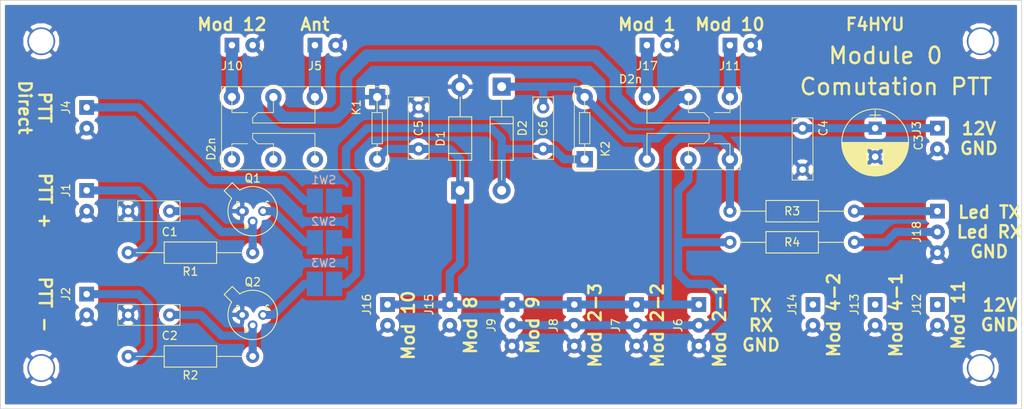
<source format=kicad_pcb>
(kicad_pcb (version 4) (host pcbnew 4.0.7)

  (general
    (links 75)
    (no_connects 3)
    (area 24.949999 24.949999 150.050001 75.050001)
    (thickness 1.6)
    (drawings 27)
    (tracks 116)
    (zones 0)
    (modules 41)
    (nets 20)
  )

  (page A4)
  (layers
    (0 F.Cu signal)
    (31 B.Cu signal)
    (32 B.Adhes user)
    (33 F.Adhes user)
    (34 B.Paste user)
    (35 F.Paste user)
    (36 B.SilkS user)
    (37 F.SilkS user)
    (38 B.Mask user)
    (39 F.Mask user)
    (40 Dwgs.User user)
    (41 Cmts.User user)
    (42 Eco1.User user)
    (43 Eco2.User user)
    (44 Edge.Cuts user)
    (45 Margin user)
    (46 B.CrtYd user)
    (47 F.CrtYd user)
    (48 B.Fab user)
    (49 F.Fab user)
  )

  (setup
    (last_trace_width 1)
    (user_trace_width 1)
    (user_trace_width 1.5)
    (user_trace_width 2)
    (trace_clearance 0.3)
    (zone_clearance 0.508)
    (zone_45_only no)
    (trace_min 0.2)
    (segment_width 0.2)
    (edge_width 0.1)
    (via_size 0.6)
    (via_drill 0.4)
    (via_min_size 0.4)
    (via_min_drill 0.3)
    (user_via 1.5 1)
    (user_via 2 1.5)
    (user_via 2.5 1.5)
    (uvia_size 0.3)
    (uvia_drill 0.1)
    (uvias_allowed no)
    (uvia_min_size 0.2)
    (uvia_min_drill 0.1)
    (pcb_text_width 0.3)
    (pcb_text_size 1.5 1.5)
    (mod_edge_width 0.15)
    (mod_text_size 1 1)
    (mod_text_width 0.15)
    (pad_size 1.5 1.5)
    (pad_drill 0.6)
    (pad_to_mask_clearance 0)
    (aux_axis_origin 0 0)
    (visible_elements FFFFFF7F)
    (pcbplotparams
      (layerselection 0x01000_80000001)
      (usegerberextensions false)
      (excludeedgelayer true)
      (linewidth 0.100000)
      (plotframeref false)
      (viasonmask false)
      (mode 1)
      (useauxorigin false)
      (hpglpennumber 1)
      (hpglpenspeed 20)
      (hpglpendiameter 15)
      (hpglpenoverlay 2)
      (psnegative false)
      (psa4output false)
      (plotreference true)
      (plotvalue true)
      (plotinvisibletext false)
      (padsonsilk false)
      (subtractmaskfromsilk false)
      (outputformat 4)
      (mirror false)
      (drillshape 0)
      (scaleselection 1)
      (outputdirectory Module_0-Gerber/))
  )

  (net 0 "")
  (net 1 "Net-(C1-Pad1)")
  (net 2 GND)
  (net 3 "Net-(C2-Pad1)")
  (net 4 12V)
  (net 5 TX)
  (net 6 PTT)
  (net 7 "Net-(J1-Pad1)")
  (net 8 "Net-(J2-Pad1)")
  (net 9 "Net-(J4-Pad1)")
  (net 10 "Net-(J5-Pad1)")
  (net 11 RX)
  (net 12 "Net-(J10-Pad1)")
  (net 13 "Net-(J11-Pad1)")
  (net 14 "Net-(J17-Pad1)")
  (net 15 "Net-(J18-Pad1)")
  (net 16 "Net-(J18-Pad2)")
  (net 17 "Net-(K1-Pad6)")
  (net 18 "Net-(Q1-Pad2)")
  (net 19 "Net-(Q2-Pad2)")

  (net_class Default "Ceci est la Netclass par défaut"
    (clearance 0.3)
    (trace_width 0.25)
    (via_dia 0.6)
    (via_drill 0.4)
    (uvia_dia 0.3)
    (uvia_drill 0.1)
    (add_net 12V)
    (add_net GND)
    (add_net "Net-(C1-Pad1)")
    (add_net "Net-(C2-Pad1)")
    (add_net "Net-(J1-Pad1)")
    (add_net "Net-(J10-Pad1)")
    (add_net "Net-(J11-Pad1)")
    (add_net "Net-(J17-Pad1)")
    (add_net "Net-(J18-Pad1)")
    (add_net "Net-(J18-Pad2)")
    (add_net "Net-(J2-Pad1)")
    (add_net "Net-(J4-Pad1)")
    (add_net "Net-(J5-Pad1)")
    (add_net "Net-(K1-Pad6)")
    (add_net "Net-(Q1-Pad2)")
    (add_net "Net-(Q2-Pad2)")
    (add_net PTT)
    (add_net RX)
    (add_net TX)
  )

  (module alex-library:Relais-2_NO_NC (layer F.Cu) (tedit 5AB3FA2F) (tstamp 5AB62872)
    (at 104.14 40.64)
    (path /5AB4F7D7)
    (fp_text reference K2 (at -5.08 2.54 90) (layer F.SilkS)
      (effects (font (size 1 1) (thickness 0.15)))
    )
    (fp_text value D2n (at -2 -6 180) (layer F.SilkS)
      (effects (font (size 1 1) (thickness 0.15)))
    )
    (fp_line (start 8.255 -1.905) (end 10.16 -1.905) (layer F.SilkS) (width 0.1))
    (fp_line (start 10.16 -1.905) (end 10.16 -3.81) (layer F.SilkS) (width 0.1))
    (fp_line (start 7.62 -1.27) (end 6.985 -1.905) (layer F.SilkS) (width 0.1))
    (fp_line (start 6.985 -1.905) (end 5.08 -1.905) (layer F.SilkS) (width 0.1))
    (fp_line (start 5.08 -1.905) (end 5.08 -3.81) (layer F.SilkS) (width 0.1))
    (fp_line (start 0 -3.81) (end 0 -0.635) (layer F.SilkS) (width 0.1))
    (fp_line (start 0 -0.635) (end 7.62 -0.635) (layer F.SilkS) (width 0.1))
    (fp_line (start 7.62 -0.635) (end 7.62 -1.27) (layer F.SilkS) (width 0.1))
    (fp_line (start 6.985 1.905) (end 7.62 1.27) (layer F.SilkS) (width 0.1))
    (fp_line (start 7.62 1.27) (end 7.62 0.635) (layer F.SilkS) (width 0.1))
    (fp_line (start 7.62 0.635) (end 0 0.635) (layer F.SilkS) (width 0.1))
    (fp_line (start 0 0.635) (end 0 3.81) (layer F.SilkS) (width 0.1))
    (fp_line (start 10.16 3.81) (end 10.16 1.905) (layer F.SilkS) (width 0.1))
    (fp_line (start 10.16 1.905) (end 8.255 1.905) (layer F.SilkS) (width 0.1))
    (fp_line (start 5.08 3.81) (end 5.08 1.905) (layer F.SilkS) (width 0.1))
    (fp_line (start 5.08 1.905) (end 6.985 1.905) (layer F.SilkS) (width 0.1))
    (fp_line (start -7.62 1.905) (end -7.62 3.81) (layer F.SilkS) (width 0.1))
    (fp_line (start -8.255 -1.905) (end -6.985 -1.905) (layer F.SilkS) (width 0.1))
    (fp_line (start -6.985 -1.905) (end -6.985 1.905) (layer F.SilkS) (width 0.1))
    (fp_line (start -6.985 1.905) (end -8.255 1.905) (layer F.SilkS) (width 0.1))
    (fp_line (start -8.255 1.905) (end -8.255 -1.905) (layer F.SilkS) (width 0.1))
    (fp_line (start -7.62 -3.81) (end -7.62 -1.905) (layer F.SilkS) (width 0.1))
    (fp_line (start -8.89 -5.08) (end 11.43 -5.08) (layer F.SilkS) (width 0.1))
    (fp_line (start 11.43 -5.08) (end 11.43 5.08) (layer F.SilkS) (width 0.1))
    (fp_line (start 11.43 5.08) (end -8.89 5.08) (layer F.SilkS) (width 0.1))
    (fp_line (start -8.89 5.08) (end -8.89 -5.08) (layer F.SilkS) (width 0.1))
    (pad 1 thru_hole rect (at -7.62 3.81) (size 2 2) (drill 1) (layers *.Cu *.Mask)
      (net 6 PTT))
    (pad 16 thru_hole circle (at -7.62 -3.81) (size 2 2) (drill 1) (layers *.Cu *.Mask)
      (net 4 12V))
    (pad 4 thru_hole circle (at 0 3.81) (size 2 2) (drill 1) (layers *.Cu *.Mask)
      (net 4 12V))
    (pad 13 thru_hole circle (at 0 -3.81) (size 2 2) (drill 1) (layers *.Cu *.Mask)
      (net 14 "Net-(J17-Pad1)"))
    (pad 6 thru_hole circle (at 5.08 3.81) (size 2 2) (drill 1) (layers *.Cu *.Mask)
      (net 11 RX))
    (pad 11 thru_hole circle (at 5.08 -3.81) (size 2 2) (drill 1) (layers *.Cu *.Mask)
      (net 17 "Net-(K1-Pad6)"))
    (pad 9 thru_hole circle (at 10.16 -3.81) (size 2 2) (drill 1) (layers *.Cu *.Mask)
      (net 13 "Net-(J11-Pad1)"))
    (pad 8 thru_hole circle (at 10.16 3.81) (size 2 2) (drill 1) (layers *.Cu *.Mask)
      (net 5 TX))
    (model ../../../../../../Users/PORTABLE/Documents/GitProjets/Fablab19-Alex-Kicad-Library/package3d/Relais-Modules.3dshapes/Relais-D2n.wrl
      (at (xyz -0.3 0 0))
      (scale (xyz 0.39 0.39 0.39))
      (rotate (xyz 0 0 -90))
    )
  )

  (module alex-library:C-P_5.08-L_7.5-H_6-P_2.5 (layer F.Cu) (tedit 5AB51172) (tstamp 5AB6279B)
    (at 45.72 50.8 180)
    (descr "C, Rect series, Radial, pin pitch=7.50mm, , length*width=10*2.5mm^2, Capacitor, http://www.wima.com/EN/WIMA_MKS_4.pdf")
    (tags "C Rect series Radial pin pitch 7.50mm  length 10mm width 2.5mm Capacitor")
    (path /5AB537FE)
    (fp_text reference C1 (at 0 -2.54 180) (layer F.SilkS)
      (effects (font (size 1 1) (thickness 0.15)))
    )
    (fp_text value 10nF (at 3.81 2.54 180) (layer F.Fab)
      (effects (font (size 1 1) (thickness 0.15)))
    )
    (fp_line (start -1.143 -1.143) (end 6.223 -1.143) (layer F.Fab) (width 0.1))
    (fp_line (start 6.223 -1.143) (end 6.223 1.143) (layer F.Fab) (width 0.1))
    (fp_line (start 6.223 1.143) (end -1.143 1.143) (layer F.Fab) (width 0.1))
    (fp_line (start -1.143 1.143) (end -1.143 -1.143) (layer F.Fab) (width 0.1))
    (fp_line (start -1.524 -1.524) (end 6.604 -1.524) (layer F.CrtYd) (width 0.1))
    (fp_line (start 6.604 -1.524) (end 6.604 1.524) (layer F.CrtYd) (width 0.1))
    (fp_line (start 6.604 1.524) (end -1.524 1.524) (layer F.CrtYd) (width 0.1))
    (fp_line (start -1.524 1.524) (end -1.524 -1.524) (layer F.CrtYd) (width 0.1))
    (fp_line (start -1.27 -1.27) (end -1.27 1.27) (layer F.SilkS) (width 0.1))
    (fp_line (start -1.27 1.27) (end 6.35 1.27) (layer F.SilkS) (width 0.1))
    (fp_line (start 6.35 1.27) (end 6.35 -1.27) (layer F.SilkS) (width 0.1))
    (fp_line (start 6.35 -1.27) (end -1.27 -1.27) (layer F.SilkS) (width 0.1))
    (fp_text user %R (at 6.35 -2.54 180) (layer F.Fab)
      (effects (font (size 1 1) (thickness 0.15)))
    )
    (pad 1 thru_hole circle (at 0 0 180) (size 1.6 1.6) (drill 0.8) (layers *.Cu *.Mask)
      (net 1 "Net-(C1-Pad1)"))
    (pad 2 thru_hole circle (at 5.08 0 180) (size 1.5 1.5) (drill 0.8) (layers *.Cu *.Mask)
      (net 2 GND))
    (model ../../../../../../Users/PORTABLE/Documents/GitProjets/Fablab19-Alex-Kicad-Library/package3d/Capas/Capa-Plastique-Pas_5_08-Larg_7_5-Haut_6-Prof_2_5.wrl
      (at (xyz 0.097 0 0))
      (scale (xyz 0.39 0.39 0.39))
      (rotate (xyz 0 0 0))
    )
  )

  (module alex-library:C-P_5.08-L_7.5-H_6-P_2.5 (layer F.Cu) (tedit 5AB51172) (tstamp 5AB627A1)
    (at 45.72 63.5 180)
    (descr "C, Rect series, Radial, pin pitch=7.50mm, , length*width=10*2.5mm^2, Capacitor, http://www.wima.com/EN/WIMA_MKS_4.pdf")
    (tags "C Rect series Radial pin pitch 7.50mm  length 10mm width 2.5mm Capacitor")
    (path /5AB55A65)
    (fp_text reference C2 (at 0 -2.54 180) (layer F.SilkS)
      (effects (font (size 1 1) (thickness 0.15)))
    )
    (fp_text value 10nF (at 3.81 2.54 180) (layer F.Fab)
      (effects (font (size 1 1) (thickness 0.15)))
    )
    (fp_line (start -1.143 -1.143) (end 6.223 -1.143) (layer F.Fab) (width 0.1))
    (fp_line (start 6.223 -1.143) (end 6.223 1.143) (layer F.Fab) (width 0.1))
    (fp_line (start 6.223 1.143) (end -1.143 1.143) (layer F.Fab) (width 0.1))
    (fp_line (start -1.143 1.143) (end -1.143 -1.143) (layer F.Fab) (width 0.1))
    (fp_line (start -1.524 -1.524) (end 6.604 -1.524) (layer F.CrtYd) (width 0.1))
    (fp_line (start 6.604 -1.524) (end 6.604 1.524) (layer F.CrtYd) (width 0.1))
    (fp_line (start 6.604 1.524) (end -1.524 1.524) (layer F.CrtYd) (width 0.1))
    (fp_line (start -1.524 1.524) (end -1.524 -1.524) (layer F.CrtYd) (width 0.1))
    (fp_line (start -1.27 -1.27) (end -1.27 1.27) (layer F.SilkS) (width 0.1))
    (fp_line (start -1.27 1.27) (end 6.35 1.27) (layer F.SilkS) (width 0.1))
    (fp_line (start 6.35 1.27) (end 6.35 -1.27) (layer F.SilkS) (width 0.1))
    (fp_line (start 6.35 -1.27) (end -1.27 -1.27) (layer F.SilkS) (width 0.1))
    (fp_text user %R (at 6.35 -2.54 180) (layer F.Fab)
      (effects (font (size 1 1) (thickness 0.15)))
    )
    (pad 1 thru_hole circle (at 0 0 180) (size 1.6 1.6) (drill 0.8) (layers *.Cu *.Mask)
      (net 3 "Net-(C2-Pad1)"))
    (pad 2 thru_hole circle (at 5.08 0 180) (size 1.5 1.5) (drill 0.8) (layers *.Cu *.Mask)
      (net 2 GND))
    (model ../../../../../../Users/PORTABLE/Documents/GitProjets/Fablab19-Alex-Kicad-Library/package3d/Capas/Capa-Plastique-Pas_5_08-Larg_7_5-Haut_6-Prof_2_5.wrl
      (at (xyz 0.097 0 0))
      (scale (xyz 0.39 0.39 0.39))
      (rotate (xyz 0 0 0))
    )
  )

  (module alex-library:CP_Radial_Dia8.0mm_Pas3.50mm (layer F.Cu) (tedit 5AB61807) (tstamp 5AB627A7)
    (at 132.08 40.64 270)
    (descr "CP, Radial series, Radial, pin pitch=3.50mm, , diameter=8mm, Electrolytic Capacitor")
    (tags "CP Radial series Radial pin pitch 3.50mm  diameter 8mm Electrolytic Capacitor")
    (path /5AB51320)
    (fp_text reference C3 (at 1.75 -5.31 270) (layer F.SilkS)
      (effects (font (size 1 1) (thickness 0.15)))
    )
    (fp_text value "100µF / 25V" (at 1.75 5.31 270) (layer F.Fab)
      (effects (font (size 1 1) (thickness 0.15)))
    )
    (fp_circle (center 1.75 0) (end 5.75 0) (layer F.Fab) (width 0.1))
    (fp_circle (center 1.75 0) (end 5.84 0) (layer F.SilkS) (width 0.12))
    (fp_line (start -2.2 0) (end -1 0) (layer F.Fab) (width 0.1))
    (fp_line (start -1.6 -0.65) (end -1.6 0.65) (layer F.Fab) (width 0.1))
    (fp_line (start 1.75 -4.05) (end 1.75 4.05) (layer F.SilkS) (width 0.12))
    (fp_line (start 1.79 -4.05) (end 1.79 4.05) (layer F.SilkS) (width 0.12))
    (fp_line (start 1.83 -4.05) (end 1.83 4.05) (layer F.SilkS) (width 0.12))
    (fp_line (start 1.87 -4.049) (end 1.87 4.049) (layer F.SilkS) (width 0.12))
    (fp_line (start 1.91 -4.047) (end 1.91 4.047) (layer F.SilkS) (width 0.12))
    (fp_line (start 1.95 -4.046) (end 1.95 4.046) (layer F.SilkS) (width 0.12))
    (fp_line (start 1.99 -4.043) (end 1.99 4.043) (layer F.SilkS) (width 0.12))
    (fp_line (start 2.03 -4.041) (end 2.03 4.041) (layer F.SilkS) (width 0.12))
    (fp_line (start 2.07 -4.038) (end 2.07 4.038) (layer F.SilkS) (width 0.12))
    (fp_line (start 2.11 -4.035) (end 2.11 4.035) (layer F.SilkS) (width 0.12))
    (fp_line (start 2.15 -4.031) (end 2.15 4.031) (layer F.SilkS) (width 0.12))
    (fp_line (start 2.19 -4.027) (end 2.19 4.027) (layer F.SilkS) (width 0.12))
    (fp_line (start 2.23 -4.022) (end 2.23 4.022) (layer F.SilkS) (width 0.12))
    (fp_line (start 2.27 -4.017) (end 2.27 4.017) (layer F.SilkS) (width 0.12))
    (fp_line (start 2.31 -4.012) (end 2.31 4.012) (layer F.SilkS) (width 0.12))
    (fp_line (start 2.35 -4.006) (end 2.35 4.006) (layer F.SilkS) (width 0.12))
    (fp_line (start 2.39 -4) (end 2.39 4) (layer F.SilkS) (width 0.12))
    (fp_line (start 2.43 -3.994) (end 2.43 3.994) (layer F.SilkS) (width 0.12))
    (fp_line (start 2.471 -3.987) (end 2.471 3.987) (layer F.SilkS) (width 0.12))
    (fp_line (start 2.511 -3.979) (end 2.511 3.979) (layer F.SilkS) (width 0.12))
    (fp_line (start 2.551 -3.971) (end 2.551 -0.98) (layer F.SilkS) (width 0.12))
    (fp_line (start 2.551 0.98) (end 2.551 3.971) (layer F.SilkS) (width 0.12))
    (fp_line (start 2.591 -3.963) (end 2.591 -0.98) (layer F.SilkS) (width 0.12))
    (fp_line (start 2.591 0.98) (end 2.591 3.963) (layer F.SilkS) (width 0.12))
    (fp_line (start 2.631 -3.955) (end 2.631 -0.98) (layer F.SilkS) (width 0.12))
    (fp_line (start 2.631 0.98) (end 2.631 3.955) (layer F.SilkS) (width 0.12))
    (fp_line (start 2.671 -3.946) (end 2.671 -0.98) (layer F.SilkS) (width 0.12))
    (fp_line (start 2.671 0.98) (end 2.671 3.946) (layer F.SilkS) (width 0.12))
    (fp_line (start 2.711 -3.936) (end 2.711 -0.98) (layer F.SilkS) (width 0.12))
    (fp_line (start 2.711 0.98) (end 2.711 3.936) (layer F.SilkS) (width 0.12))
    (fp_line (start 2.751 -3.926) (end 2.751 -0.98) (layer F.SilkS) (width 0.12))
    (fp_line (start 2.751 0.98) (end 2.751 3.926) (layer F.SilkS) (width 0.12))
    (fp_line (start 2.791 -3.916) (end 2.791 -0.98) (layer F.SilkS) (width 0.12))
    (fp_line (start 2.791 0.98) (end 2.791 3.916) (layer F.SilkS) (width 0.12))
    (fp_line (start 2.831 -3.905) (end 2.831 -0.98) (layer F.SilkS) (width 0.12))
    (fp_line (start 2.831 0.98) (end 2.831 3.905) (layer F.SilkS) (width 0.12))
    (fp_line (start 2.871 -3.894) (end 2.871 -0.98) (layer F.SilkS) (width 0.12))
    (fp_line (start 2.871 0.98) (end 2.871 3.894) (layer F.SilkS) (width 0.12))
    (fp_line (start 2.911 -3.883) (end 2.911 -0.98) (layer F.SilkS) (width 0.12))
    (fp_line (start 2.911 0.98) (end 2.911 3.883) (layer F.SilkS) (width 0.12))
    (fp_line (start 2.951 -3.87) (end 2.951 -0.98) (layer F.SilkS) (width 0.12))
    (fp_line (start 2.951 0.98) (end 2.951 3.87) (layer F.SilkS) (width 0.12))
    (fp_line (start 2.991 -3.858) (end 2.991 -0.98) (layer F.SilkS) (width 0.12))
    (fp_line (start 2.991 0.98) (end 2.991 3.858) (layer F.SilkS) (width 0.12))
    (fp_line (start 3.031 -3.845) (end 3.031 -0.98) (layer F.SilkS) (width 0.12))
    (fp_line (start 3.031 0.98) (end 3.031 3.845) (layer F.SilkS) (width 0.12))
    (fp_line (start 3.071 -3.832) (end 3.071 -0.98) (layer F.SilkS) (width 0.12))
    (fp_line (start 3.071 0.98) (end 3.071 3.832) (layer F.SilkS) (width 0.12))
    (fp_line (start 3.111 -3.818) (end 3.111 -0.98) (layer F.SilkS) (width 0.12))
    (fp_line (start 3.111 0.98) (end 3.111 3.818) (layer F.SilkS) (width 0.12))
    (fp_line (start 3.151 -3.803) (end 3.151 -0.98) (layer F.SilkS) (width 0.12))
    (fp_line (start 3.151 0.98) (end 3.151 3.803) (layer F.SilkS) (width 0.12))
    (fp_line (start 3.191 -3.789) (end 3.191 -0.98) (layer F.SilkS) (width 0.12))
    (fp_line (start 3.191 0.98) (end 3.191 3.789) (layer F.SilkS) (width 0.12))
    (fp_line (start 3.231 -3.773) (end 3.231 -0.98) (layer F.SilkS) (width 0.12))
    (fp_line (start 3.231 0.98) (end 3.231 3.773) (layer F.SilkS) (width 0.12))
    (fp_line (start 3.271 -3.758) (end 3.271 -0.98) (layer F.SilkS) (width 0.12))
    (fp_line (start 3.271 0.98) (end 3.271 3.758) (layer F.SilkS) (width 0.12))
    (fp_line (start 3.311 -3.741) (end 3.311 -0.98) (layer F.SilkS) (width 0.12))
    (fp_line (start 3.311 0.98) (end 3.311 3.741) (layer F.SilkS) (width 0.12))
    (fp_line (start 3.351 -3.725) (end 3.351 -0.98) (layer F.SilkS) (width 0.12))
    (fp_line (start 3.351 0.98) (end 3.351 3.725) (layer F.SilkS) (width 0.12))
    (fp_line (start 3.391 -3.707) (end 3.391 -0.98) (layer F.SilkS) (width 0.12))
    (fp_line (start 3.391 0.98) (end 3.391 3.707) (layer F.SilkS) (width 0.12))
    (fp_line (start 3.431 -3.69) (end 3.431 -0.98) (layer F.SilkS) (width 0.12))
    (fp_line (start 3.431 0.98) (end 3.431 3.69) (layer F.SilkS) (width 0.12))
    (fp_line (start 3.471 -3.671) (end 3.471 -0.98) (layer F.SilkS) (width 0.12))
    (fp_line (start 3.471 0.98) (end 3.471 3.671) (layer F.SilkS) (width 0.12))
    (fp_line (start 3.511 -3.652) (end 3.511 -0.98) (layer F.SilkS) (width 0.12))
    (fp_line (start 3.511 0.98) (end 3.511 3.652) (layer F.SilkS) (width 0.12))
    (fp_line (start 3.551 -3.633) (end 3.551 -0.98) (layer F.SilkS) (width 0.12))
    (fp_line (start 3.551 0.98) (end 3.551 3.633) (layer F.SilkS) (width 0.12))
    (fp_line (start 3.591 -3.613) (end 3.591 -0.98) (layer F.SilkS) (width 0.12))
    (fp_line (start 3.591 0.98) (end 3.591 3.613) (layer F.SilkS) (width 0.12))
    (fp_line (start 3.631 -3.593) (end 3.631 -0.98) (layer F.SilkS) (width 0.12))
    (fp_line (start 3.631 0.98) (end 3.631 3.593) (layer F.SilkS) (width 0.12))
    (fp_line (start 3.671 -3.572) (end 3.671 -0.98) (layer F.SilkS) (width 0.12))
    (fp_line (start 3.671 0.98) (end 3.671 3.572) (layer F.SilkS) (width 0.12))
    (fp_line (start 3.711 -3.55) (end 3.711 -0.98) (layer F.SilkS) (width 0.12))
    (fp_line (start 3.711 0.98) (end 3.711 3.55) (layer F.SilkS) (width 0.12))
    (fp_line (start 3.751 -3.528) (end 3.751 -0.98) (layer F.SilkS) (width 0.12))
    (fp_line (start 3.751 0.98) (end 3.751 3.528) (layer F.SilkS) (width 0.12))
    (fp_line (start 3.791 -3.505) (end 3.791 -0.98) (layer F.SilkS) (width 0.12))
    (fp_line (start 3.791 0.98) (end 3.791 3.505) (layer F.SilkS) (width 0.12))
    (fp_line (start 3.831 -3.482) (end 3.831 -0.98) (layer F.SilkS) (width 0.12))
    (fp_line (start 3.831 0.98) (end 3.831 3.482) (layer F.SilkS) (width 0.12))
    (fp_line (start 3.871 -3.458) (end 3.871 -0.98) (layer F.SilkS) (width 0.12))
    (fp_line (start 3.871 0.98) (end 3.871 3.458) (layer F.SilkS) (width 0.12))
    (fp_line (start 3.911 -3.434) (end 3.911 -0.98) (layer F.SilkS) (width 0.12))
    (fp_line (start 3.911 0.98) (end 3.911 3.434) (layer F.SilkS) (width 0.12))
    (fp_line (start 3.951 -3.408) (end 3.951 -0.98) (layer F.SilkS) (width 0.12))
    (fp_line (start 3.951 0.98) (end 3.951 3.408) (layer F.SilkS) (width 0.12))
    (fp_line (start 3.991 -3.383) (end 3.991 -0.98) (layer F.SilkS) (width 0.12))
    (fp_line (start 3.991 0.98) (end 3.991 3.383) (layer F.SilkS) (width 0.12))
    (fp_line (start 4.031 -3.356) (end 4.031 -0.98) (layer F.SilkS) (width 0.12))
    (fp_line (start 4.031 0.98) (end 4.031 3.356) (layer F.SilkS) (width 0.12))
    (fp_line (start 4.071 -3.329) (end 4.071 -0.98) (layer F.SilkS) (width 0.12))
    (fp_line (start 4.071 0.98) (end 4.071 3.329) (layer F.SilkS) (width 0.12))
    (fp_line (start 4.111 -3.301) (end 4.111 -0.98) (layer F.SilkS) (width 0.12))
    (fp_line (start 4.111 0.98) (end 4.111 3.301) (layer F.SilkS) (width 0.12))
    (fp_line (start 4.151 -3.272) (end 4.151 -0.98) (layer F.SilkS) (width 0.12))
    (fp_line (start 4.151 0.98) (end 4.151 3.272) (layer F.SilkS) (width 0.12))
    (fp_line (start 4.191 -3.243) (end 4.191 -0.98) (layer F.SilkS) (width 0.12))
    (fp_line (start 4.191 0.98) (end 4.191 3.243) (layer F.SilkS) (width 0.12))
    (fp_line (start 4.231 -3.213) (end 4.231 -0.98) (layer F.SilkS) (width 0.12))
    (fp_line (start 4.231 0.98) (end 4.231 3.213) (layer F.SilkS) (width 0.12))
    (fp_line (start 4.271 -3.182) (end 4.271 -0.98) (layer F.SilkS) (width 0.12))
    (fp_line (start 4.271 0.98) (end 4.271 3.182) (layer F.SilkS) (width 0.12))
    (fp_line (start 4.311 -3.15) (end 4.311 -0.98) (layer F.SilkS) (width 0.12))
    (fp_line (start 4.311 0.98) (end 4.311 3.15) (layer F.SilkS) (width 0.12))
    (fp_line (start 4.351 -3.118) (end 4.351 -0.98) (layer F.SilkS) (width 0.12))
    (fp_line (start 4.351 0.98) (end 4.351 3.118) (layer F.SilkS) (width 0.12))
    (fp_line (start 4.391 -3.084) (end 4.391 -0.98) (layer F.SilkS) (width 0.12))
    (fp_line (start 4.391 0.98) (end 4.391 3.084) (layer F.SilkS) (width 0.12))
    (fp_line (start 4.431 -3.05) (end 4.431 -0.98) (layer F.SilkS) (width 0.12))
    (fp_line (start 4.431 0.98) (end 4.431 3.05) (layer F.SilkS) (width 0.12))
    (fp_line (start 4.471 -3.015) (end 4.471 -0.98) (layer F.SilkS) (width 0.12))
    (fp_line (start 4.471 0.98) (end 4.471 3.015) (layer F.SilkS) (width 0.12))
    (fp_line (start 4.511 -2.979) (end 4.511 2.979) (layer F.SilkS) (width 0.12))
    (fp_line (start 4.551 -2.942) (end 4.551 2.942) (layer F.SilkS) (width 0.12))
    (fp_line (start 4.591 -2.904) (end 4.591 2.904) (layer F.SilkS) (width 0.12))
    (fp_line (start 4.631 -2.865) (end 4.631 2.865) (layer F.SilkS) (width 0.12))
    (fp_line (start 4.671 -2.824) (end 4.671 2.824) (layer F.SilkS) (width 0.12))
    (fp_line (start 4.711 -2.783) (end 4.711 2.783) (layer F.SilkS) (width 0.12))
    (fp_line (start 4.751 -2.74) (end 4.751 2.74) (layer F.SilkS) (width 0.12))
    (fp_line (start 4.791 -2.697) (end 4.791 2.697) (layer F.SilkS) (width 0.12))
    (fp_line (start 4.831 -2.652) (end 4.831 2.652) (layer F.SilkS) (width 0.12))
    (fp_line (start 4.871 -2.605) (end 4.871 2.605) (layer F.SilkS) (width 0.12))
    (fp_line (start 4.911 -2.557) (end 4.911 2.557) (layer F.SilkS) (width 0.12))
    (fp_line (start 4.951 -2.508) (end 4.951 2.508) (layer F.SilkS) (width 0.12))
    (fp_line (start 4.991 -2.457) (end 4.991 2.457) (layer F.SilkS) (width 0.12))
    (fp_line (start 5.031 -2.404) (end 5.031 2.404) (layer F.SilkS) (width 0.12))
    (fp_line (start 5.071 -2.349) (end 5.071 2.349) (layer F.SilkS) (width 0.12))
    (fp_line (start 5.111 -2.293) (end 5.111 2.293) (layer F.SilkS) (width 0.12))
    (fp_line (start 5.151 -2.234) (end 5.151 2.234) (layer F.SilkS) (width 0.12))
    (fp_line (start 5.191 -2.173) (end 5.191 2.173) (layer F.SilkS) (width 0.12))
    (fp_line (start 5.231 -2.109) (end 5.231 2.109) (layer F.SilkS) (width 0.12))
    (fp_line (start 5.271 -2.043) (end 5.271 2.043) (layer F.SilkS) (width 0.12))
    (fp_line (start 5.311 -1.974) (end 5.311 1.974) (layer F.SilkS) (width 0.12))
    (fp_line (start 5.351 -1.902) (end 5.351 1.902) (layer F.SilkS) (width 0.12))
    (fp_line (start 5.391 -1.826) (end 5.391 1.826) (layer F.SilkS) (width 0.12))
    (fp_line (start 5.431 -1.745) (end 5.431 1.745) (layer F.SilkS) (width 0.12))
    (fp_line (start 5.471 -1.66) (end 5.471 1.66) (layer F.SilkS) (width 0.12))
    (fp_line (start 5.511 -1.57) (end 5.511 1.57) (layer F.SilkS) (width 0.12))
    (fp_line (start 5.551 -1.473) (end 5.551 1.473) (layer F.SilkS) (width 0.12))
    (fp_line (start 5.591 -1.369) (end 5.591 1.369) (layer F.SilkS) (width 0.12))
    (fp_line (start 5.631 -1.254) (end 5.631 1.254) (layer F.SilkS) (width 0.12))
    (fp_line (start 5.671 -1.127) (end 5.671 1.127) (layer F.SilkS) (width 0.12))
    (fp_line (start 5.711 -0.983) (end 5.711 0.983) (layer F.SilkS) (width 0.12))
    (fp_line (start 5.751 -0.814) (end 5.751 0.814) (layer F.SilkS) (width 0.12))
    (fp_line (start 5.791 -0.598) (end 5.791 0.598) (layer F.SilkS) (width 0.12))
    (fp_line (start 5.831 -0.246) (end 5.831 0.246) (layer F.SilkS) (width 0.12))
    (fp_line (start -2.2 0) (end -1 0) (layer F.SilkS) (width 0.12))
    (fp_line (start -1.6 -0.65) (end -1.6 0.65) (layer F.SilkS) (width 0.12))
    (fp_line (start -2.6 -4.35) (end -2.6 4.35) (layer F.CrtYd) (width 0.05))
    (fp_line (start -2.6 4.35) (end 6.1 4.35) (layer F.CrtYd) (width 0.05))
    (fp_line (start 6.1 4.35) (end 6.1 -4.35) (layer F.CrtYd) (width 0.05))
    (fp_line (start 6.1 -4.35) (end -2.6 -4.35) (layer F.CrtYd) (width 0.05))
    (fp_text user %R (at 1.75 0 270) (layer F.Fab)
      (effects (font (size 1 1) (thickness 0.15)))
    )
    (pad 1 thru_hole rect (at 0 0 270) (size 1.6 1.6) (drill 0.8) (layers *.Cu *.Mask)
      (net 4 12V))
    (pad 2 thru_hole circle (at 3.5 0 270) (size 1.6 1.6) (drill 0.8) (layers *.Cu *.Mask)
      (net 2 GND))
    (model ../../../../../../Users/PORTABLE/Documents/GitProjets/Fablab19-Alex-Kicad-Library/package3d/Capas/CP_Radial_Dia8.0mm_Pas3.50mm.wrl
      (at (xyz 0 0 0))
      (scale (xyz 1 1 1))
      (rotate (xyz 0 0 0))
    )
  )

  (module alex-library:C-P_5.08-L_7.5-H_6-P_2.5 (layer F.Cu) (tedit 5AB63CC5) (tstamp 5AB627AD)
    (at 123.19 40.64 270)
    (descr "C, Rect series, Radial, pin pitch=7.50mm, , length*width=10*2.5mm^2, Capacitor, http://www.wima.com/EN/WIMA_MKS_4.pdf")
    (tags "C Rect series Radial pin pitch 7.50mm  length 10mm width 2.5mm Capacitor")
    (path /5AB512DF)
    (fp_text reference C4 (at 0 -2.54 270) (layer F.SilkS)
      (effects (font (size 1 1) (thickness 0.15)))
    )
    (fp_text value 100nF (at 3.81 2.54 270) (layer F.Fab)
      (effects (font (size 1 1) (thickness 0.15)))
    )
    (fp_line (start -1.143 -1.143) (end 6.223 -1.143) (layer F.Fab) (width 0.1))
    (fp_line (start 6.223 -1.143) (end 6.223 1.143) (layer F.Fab) (width 0.1))
    (fp_line (start 6.223 1.143) (end -1.143 1.143) (layer F.Fab) (width 0.1))
    (fp_line (start -1.143 1.143) (end -1.143 -1.143) (layer F.Fab) (width 0.1))
    (fp_line (start -1.524 -1.524) (end 6.604 -1.524) (layer F.CrtYd) (width 0.1))
    (fp_line (start 6.604 -1.524) (end 6.604 1.524) (layer F.CrtYd) (width 0.1))
    (fp_line (start 6.604 1.524) (end -1.524 1.524) (layer F.CrtYd) (width 0.1))
    (fp_line (start -1.524 1.524) (end -1.524 -1.524) (layer F.CrtYd) (width 0.1))
    (fp_line (start -1.27 -1.27) (end -1.27 1.27) (layer F.SilkS) (width 0.1))
    (fp_line (start -1.27 1.27) (end 6.35 1.27) (layer F.SilkS) (width 0.1))
    (fp_line (start 6.35 1.27) (end 6.35 -1.27) (layer F.SilkS) (width 0.1))
    (fp_line (start 6.35 -1.27) (end -1.27 -1.27) (layer F.SilkS) (width 0.1))
    (fp_text user %R (at 2.54 0 270) (layer F.Fab)
      (effects (font (size 1 1) (thickness 0.15)))
    )
    (pad 1 thru_hole circle (at 0 0 270) (size 1.6 1.6) (drill 0.8) (layers *.Cu *.Mask)
      (net 4 12V))
    (pad 2 thru_hole circle (at 5.08 0 270) (size 1.5 1.5) (drill 0.8) (layers *.Cu *.Mask)
      (net 2 GND))
    (model ../../../../../../Users/PORTABLE/Documents/GitProjets/Fablab19-Alex-Kicad-Library/package3d/Capas/Capa-Plastique-Pas_5_08-Larg_7_5-Haut_6-Prof_2_5.wrl
      (at (xyz 0.097 0 0))
      (scale (xyz 0.39 0.39 0.39))
      (rotate (xyz 0 0 0))
    )
  )

  (module alex-library:C-P_5.08-L_7.5-H_6-P_2.5 (layer F.Cu) (tedit 5AB63CB1) (tstamp 5AB627B3)
    (at 76.2 43.18 90)
    (descr "C, Rect series, Radial, pin pitch=7.50mm, , length*width=10*2.5mm^2, Capacitor, http://www.wima.com/EN/WIMA_MKS_4.pdf")
    (tags "C Rect series Radial pin pitch 7.50mm  length 10mm width 2.5mm Capacitor")
    (path /5AB50D23)
    (fp_text reference C5 (at 2.54 0 90) (layer F.SilkS)
      (effects (font (size 1 1) (thickness 0.15)))
    )
    (fp_text value 100nF (at 3.81 2.54 90) (layer F.Fab)
      (effects (font (size 1 1) (thickness 0.15)))
    )
    (fp_line (start -1.143 -1.143) (end 6.223 -1.143) (layer F.Fab) (width 0.1))
    (fp_line (start 6.223 -1.143) (end 6.223 1.143) (layer F.Fab) (width 0.1))
    (fp_line (start 6.223 1.143) (end -1.143 1.143) (layer F.Fab) (width 0.1))
    (fp_line (start -1.143 1.143) (end -1.143 -1.143) (layer F.Fab) (width 0.1))
    (fp_line (start -1.524 -1.524) (end 6.604 -1.524) (layer F.CrtYd) (width 0.1))
    (fp_line (start 6.604 -1.524) (end 6.604 1.524) (layer F.CrtYd) (width 0.1))
    (fp_line (start 6.604 1.524) (end -1.524 1.524) (layer F.CrtYd) (width 0.1))
    (fp_line (start -1.524 1.524) (end -1.524 -1.524) (layer F.CrtYd) (width 0.1))
    (fp_line (start -1.27 -1.27) (end -1.27 1.27) (layer F.SilkS) (width 0.1))
    (fp_line (start -1.27 1.27) (end 6.35 1.27) (layer F.SilkS) (width 0.1))
    (fp_line (start 6.35 1.27) (end 6.35 -1.27) (layer F.SilkS) (width 0.1))
    (fp_line (start 6.35 -1.27) (end -1.27 -1.27) (layer F.SilkS) (width 0.1))
    (fp_text user %R (at 6.35 -2.54 90) (layer F.Fab)
      (effects (font (size 1 1) (thickness 0.15)))
    )
    (pad 1 thru_hole circle (at 0 0 90) (size 1.6 1.6) (drill 0.8) (layers *.Cu *.Mask)
      (net 5 TX))
    (pad 2 thru_hole circle (at 5.08 0 90) (size 1.5 1.5) (drill 0.8) (layers *.Cu *.Mask)
      (net 2 GND))
    (model ../../../../../../Users/PORTABLE/Documents/GitProjets/Fablab19-Alex-Kicad-Library/package3d/Capas/Capa-Plastique-Pas_5_08-Larg_7_5-Haut_6-Prof_2_5.wrl
      (at (xyz 0.097 0 0))
      (scale (xyz 0.39 0.39 0.39))
      (rotate (xyz 0 0 0))
    )
  )

  (module alex-library:C-P_5.08-L_7.5-H_6-P_2.5 (layer F.Cu) (tedit 5AB63CAC) (tstamp 5AB627B9)
    (at 91.44 43.18 90)
    (descr "C, Rect series, Radial, pin pitch=7.50mm, , length*width=10*2.5mm^2, Capacitor, http://www.wima.com/EN/WIMA_MKS_4.pdf")
    (tags "C Rect series Radial pin pitch 7.50mm  length 10mm width 2.5mm Capacitor")
    (path /5AB50C7F)
    (fp_text reference C6 (at 2.54 0 90) (layer F.SilkS)
      (effects (font (size 1 1) (thickness 0.15)))
    )
    (fp_text value 100nF (at 3.81 2.54 90) (layer F.Fab)
      (effects (font (size 1 1) (thickness 0.15)))
    )
    (fp_line (start -1.143 -1.143) (end 6.223 -1.143) (layer F.Fab) (width 0.1))
    (fp_line (start 6.223 -1.143) (end 6.223 1.143) (layer F.Fab) (width 0.1))
    (fp_line (start 6.223 1.143) (end -1.143 1.143) (layer F.Fab) (width 0.1))
    (fp_line (start -1.143 1.143) (end -1.143 -1.143) (layer F.Fab) (width 0.1))
    (fp_line (start -1.524 -1.524) (end 6.604 -1.524) (layer F.CrtYd) (width 0.1))
    (fp_line (start 6.604 -1.524) (end 6.604 1.524) (layer F.CrtYd) (width 0.1))
    (fp_line (start 6.604 1.524) (end -1.524 1.524) (layer F.CrtYd) (width 0.1))
    (fp_line (start -1.524 1.524) (end -1.524 -1.524) (layer F.CrtYd) (width 0.1))
    (fp_line (start -1.27 -1.27) (end -1.27 1.27) (layer F.SilkS) (width 0.1))
    (fp_line (start -1.27 1.27) (end 6.35 1.27) (layer F.SilkS) (width 0.1))
    (fp_line (start 6.35 1.27) (end 6.35 -1.27) (layer F.SilkS) (width 0.1))
    (fp_line (start 6.35 -1.27) (end -1.27 -1.27) (layer F.SilkS) (width 0.1))
    (fp_text user %R (at 6.35 -2.54 90) (layer F.Fab)
      (effects (font (size 1 1) (thickness 0.15)))
    )
    (pad 1 thru_hole circle (at 0 0 90) (size 1.6 1.6) (drill 0.8) (layers *.Cu *.Mask)
      (net 6 PTT))
    (pad 2 thru_hole circle (at 5.08 0 90) (size 1.5 1.5) (drill 0.8) (layers *.Cu *.Mask)
      (net 4 12V))
    (model ../../../../../../Users/PORTABLE/Documents/GitProjets/Fablab19-Alex-Kicad-Library/package3d/Capas/Capa-Plastique-Pas_5_08-Larg_7_5-Haut_6-Prof_2_5.wrl
      (at (xyz 0.097 0 0))
      (scale (xyz 0.39 0.39 0.39))
      (rotate (xyz 0 0 0))
    )
  )

  (module alex-library:D_DO-41_Pas12.70mm_Horizontal (layer F.Cu) (tedit 5AB63CA0) (tstamp 5AB627BF)
    (at 81.28 48.26 90)
    (descr "D, DO-41_SOD81 series, Axial, Horizontal, pin pitch=12.7mm, , length*diameter=5.2*2.7mm^2, , http://www.diodes.com/_files/packages/DO-41%20(Plastic).pdf")
    (tags "D DO-41_SOD81 series Axial Horizontal pin pitch 12.7mm  length 5.2mm diameter 2.7mm")
    (path /5AB50BB5)
    (fp_text reference D1 (at 6.35 -2.41 90) (layer F.SilkS)
      (effects (font (size 1 1) (thickness 0.15)))
    )
    (fp_text value 1N4007 (at 1.27 2.54 90) (layer F.Fab)
      (effects (font (size 1 1) (thickness 0.15)))
    )
    (fp_text user %R (at 6.35 0 90) (layer F.Fab)
      (effects (font (size 1 1) (thickness 0.15)))
    )
    (fp_line (start 3.75 -1.35) (end 3.75 1.35) (layer F.Fab) (width 0.1))
    (fp_line (start 3.75 1.35) (end 8.95 1.35) (layer F.Fab) (width 0.1))
    (fp_line (start 8.95 1.35) (end 8.95 -1.35) (layer F.Fab) (width 0.1))
    (fp_line (start 8.95 -1.35) (end 3.75 -1.35) (layer F.Fab) (width 0.1))
    (fp_line (start 0 0) (end 3.75 0) (layer F.Fab) (width 0.1))
    (fp_line (start 12.7 0) (end 8.95 0) (layer F.Fab) (width 0.1))
    (fp_line (start 4.53 -1.35) (end 4.53 1.35) (layer F.Fab) (width 0.1))
    (fp_line (start 3.69 -1.41) (end 3.69 1.41) (layer F.SilkS) (width 0.12))
    (fp_line (start 3.69 1.41) (end 9.01 1.41) (layer F.SilkS) (width 0.12))
    (fp_line (start 9.01 1.41) (end 9.01 -1.41) (layer F.SilkS) (width 0.12))
    (fp_line (start 9.01 -1.41) (end 3.69 -1.41) (layer F.SilkS) (width 0.12))
    (fp_line (start 1.28 0) (end 3.69 0) (layer F.SilkS) (width 0.12))
    (fp_line (start 11.42 0) (end 9.01 0) (layer F.SilkS) (width 0.12))
    (fp_line (start 4.53 -1.41) (end 4.53 1.41) (layer F.SilkS) (width 0.12))
    (fp_line (start -1.35 -1.7) (end -1.35 1.7) (layer F.CrtYd) (width 0.05))
    (fp_line (start -1.35 1.7) (end 14.05 1.7) (layer F.CrtYd) (width 0.05))
    (fp_line (start 14.05 1.7) (end 14.05 -1.7) (layer F.CrtYd) (width 0.05))
    (fp_line (start 14.05 -1.7) (end -1.35 -1.7) (layer F.CrtYd) (width 0.05))
    (pad 1 thru_hole rect (at 0 0 90) (size 2.2 2.2) (drill 1.1) (layers *.Cu *.Mask)
      (net 5 TX))
    (pad 2 thru_hole oval (at 12.7 0 90) (size 2.2 2.2) (drill 1.1) (layers *.Cu *.Mask)
      (net 2 GND))
    (model ../../../../../../Users/PORTABLE/Documents/GitProjets/Fablab19-Alex-Kicad-Library/package3d/Diodes/D_DO-41_Pas12.70mm_Horizontal.wrl
      (at (xyz 0 0 0))
      (scale (xyz 0.393701 0.393701 0.393701))
      (rotate (xyz 0 0 0))
    )
  )

  (module alex-library:D_DO-41_Pas12.70mm_Horizontal (layer F.Cu) (tedit 5AB63CA6) (tstamp 5AB627C5)
    (at 86.36 35.56 270)
    (descr "D, DO-41_SOD81 series, Axial, Horizontal, pin pitch=12.7mm, , length*diameter=5.2*2.7mm^2, , http://www.diodes.com/_files/packages/DO-41%20(Plastic).pdf")
    (tags "D DO-41_SOD81 series Axial Horizontal pin pitch 12.7mm  length 5.2mm diameter 2.7mm")
    (path /5AB50B11)
    (fp_text reference D2 (at 5.08 -2.54 270) (layer F.SilkS)
      (effects (font (size 1 1) (thickness 0.15)))
    )
    (fp_text value 1N4007 (at 3.81 2.54 270) (layer F.Fab)
      (effects (font (size 1 1) (thickness 0.15)))
    )
    (fp_text user %R (at 6.35 0 270) (layer F.Fab)
      (effects (font (size 1 1) (thickness 0.15)))
    )
    (fp_line (start 3.75 -1.35) (end 3.75 1.35) (layer F.Fab) (width 0.1))
    (fp_line (start 3.75 1.35) (end 8.95 1.35) (layer F.Fab) (width 0.1))
    (fp_line (start 8.95 1.35) (end 8.95 -1.35) (layer F.Fab) (width 0.1))
    (fp_line (start 8.95 -1.35) (end 3.75 -1.35) (layer F.Fab) (width 0.1))
    (fp_line (start 0 0) (end 3.75 0) (layer F.Fab) (width 0.1))
    (fp_line (start 12.7 0) (end 8.95 0) (layer F.Fab) (width 0.1))
    (fp_line (start 4.53 -1.35) (end 4.53 1.35) (layer F.Fab) (width 0.1))
    (fp_line (start 3.69 -1.41) (end 3.69 1.41) (layer F.SilkS) (width 0.12))
    (fp_line (start 3.69 1.41) (end 9.01 1.41) (layer F.SilkS) (width 0.12))
    (fp_line (start 9.01 1.41) (end 9.01 -1.41) (layer F.SilkS) (width 0.12))
    (fp_line (start 9.01 -1.41) (end 3.69 -1.41) (layer F.SilkS) (width 0.12))
    (fp_line (start 1.28 0) (end 3.69 0) (layer F.SilkS) (width 0.12))
    (fp_line (start 11.42 0) (end 9.01 0) (layer F.SilkS) (width 0.12))
    (fp_line (start 4.53 -1.41) (end 4.53 1.41) (layer F.SilkS) (width 0.12))
    (fp_line (start -1.35 -1.7) (end -1.35 1.7) (layer F.CrtYd) (width 0.05))
    (fp_line (start -1.35 1.7) (end 14.05 1.7) (layer F.CrtYd) (width 0.05))
    (fp_line (start 14.05 1.7) (end 14.05 -1.7) (layer F.CrtYd) (width 0.05))
    (fp_line (start 14.05 -1.7) (end -1.35 -1.7) (layer F.CrtYd) (width 0.05))
    (pad 1 thru_hole rect (at 0 0 270) (size 2.2 2.2) (drill 1.1) (layers *.Cu *.Mask)
      (net 4 12V))
    (pad 2 thru_hole oval (at 12.7 0 270) (size 2.2 2.2) (drill 1.1) (layers *.Cu *.Mask)
      (net 6 PTT))
    (model ../../../../../../Users/PORTABLE/Documents/GitProjets/Fablab19-Alex-Kicad-Library/package3d/Diodes/D_DO-41_Pas12.70mm_Horizontal.wrl
      (at (xyz 0 0 0))
      (scale (xyz 0.393701 0.393701 0.393701))
      (rotate (xyz 0 0 0))
    )
  )

  (module alex-library:M3-Hole (layer F.Cu) (tedit 5AB623C1) (tstamp 5AB627CE)
    (at 145 70)
    (path /5AB63528)
    (fp_text reference H1 (at 0 3) (layer F.SilkS) hide
      (effects (font (size 1 1) (thickness 0.15)))
    )
    (fp_text value M3-Hole (at 0.5 -3) (layer F.Fab) hide
      (effects (font (size 1 1) (thickness 0.15)))
    )
    (fp_line (start -2 -2) (end 2 -2) (layer F.CrtYd) (width 0.1))
    (fp_line (start 2 -2) (end 2 2) (layer F.CrtYd) (width 0.1))
    (fp_line (start 2 2) (end -2 2) (layer F.CrtYd) (width 0.1))
    (fp_line (start -2 2) (end -2 -2) (layer F.CrtYd) (width 0.1))
    (pad 1 thru_hole circle (at 0 0) (size 3.4 3.4) (drill 3) (layers *.Cu *.Mask)
      (net 2 GND))
  )

  (module alex-library:M3-Hole (layer F.Cu) (tedit 5AB623C1) (tstamp 5AB627D7)
    (at 30 30)
    (path /5AB635A9)
    (fp_text reference H2 (at 0 3) (layer F.SilkS) hide
      (effects (font (size 1 1) (thickness 0.15)))
    )
    (fp_text value M3-Hole (at 0.5 -3) (layer F.Fab) hide
      (effects (font (size 1 1) (thickness 0.15)))
    )
    (fp_line (start -2 -2) (end 2 -2) (layer F.CrtYd) (width 0.1))
    (fp_line (start 2 -2) (end 2 2) (layer F.CrtYd) (width 0.1))
    (fp_line (start 2 2) (end -2 2) (layer F.CrtYd) (width 0.1))
    (fp_line (start -2 2) (end -2 -2) (layer F.CrtYd) (width 0.1))
    (pad 1 thru_hole circle (at 0 0) (size 3.4 3.4) (drill 3) (layers *.Cu *.Mask)
      (net 2 GND))
  )

  (module alex-library:M3-Hole (layer F.Cu) (tedit 5AB623C1) (tstamp 5AB627E0)
    (at 30 70)
    (path /5AB63623)
    (fp_text reference H3 (at 0 3) (layer F.SilkS) hide
      (effects (font (size 1 1) (thickness 0.15)))
    )
    (fp_text value M3-Hole (at 0.5 -3) (layer F.Fab) hide
      (effects (font (size 1 1) (thickness 0.15)))
    )
    (fp_line (start -2 -2) (end 2 -2) (layer F.CrtYd) (width 0.1))
    (fp_line (start 2 -2) (end 2 2) (layer F.CrtYd) (width 0.1))
    (fp_line (start 2 2) (end -2 2) (layer F.CrtYd) (width 0.1))
    (fp_line (start -2 2) (end -2 -2) (layer F.CrtYd) (width 0.1))
    (pad 1 thru_hole circle (at 0 0) (size 3.4 3.4) (drill 3) (layers *.Cu *.Mask)
      (net 2 GND))
  )

  (module alex-library:M3-Hole (layer F.Cu) (tedit 5AB623C1) (tstamp 5AB627E9)
    (at 145 30)
    (path /5AB6369D)
    (fp_text reference H4 (at 0 3) (layer F.SilkS) hide
      (effects (font (size 1 1) (thickness 0.15)))
    )
    (fp_text value M3-Hole (at 0.5 -3) (layer F.Fab) hide
      (effects (font (size 1 1) (thickness 0.15)))
    )
    (fp_line (start -2 -2) (end 2 -2) (layer F.CrtYd) (width 0.1))
    (fp_line (start 2 -2) (end 2 2) (layer F.CrtYd) (width 0.1))
    (fp_line (start 2 2) (end -2 2) (layer F.CrtYd) (width 0.1))
    (fp_line (start -2 2) (end -2 -2) (layer F.CrtYd) (width 0.1))
    (pad 1 thru_hole circle (at 0 0) (size 3.4 3.4) (drill 3) (layers *.Cu *.Mask)
      (net 2 GND))
  )

  (module alex-library:Connect-2pin (layer F.Cu) (tedit 5AB6217C) (tstamp 5AB627EF)
    (at 35.56 48.26 270)
    (path /5AB51015)
    (fp_text reference J1 (at 0 2.54 270) (layer F.SilkS)
      (effects (font (size 1 1) (thickness 0.15)))
    )
    (fp_text value Conn_01x02 (at 0 -2.54 270) (layer F.Fab) hide
      (effects (font (size 1 1) (thickness 0.15)))
    )
    (pad 1 thru_hole rect (at 0 0 270) (size 1.8 1.8) (drill 0.8) (layers *.Cu *.Mask)
      (net 7 "Net-(J1-Pad1)"))
    (pad 2 thru_hole circle (at 2.54 0 270) (size 1.8 1.8) (drill 0.8) (layers *.Cu *.Mask)
      (net 2 GND))
  )

  (module alex-library:Connect-2pin (layer F.Cu) (tedit 5AB6217C) (tstamp 5AB627F5)
    (at 35.56 60.96 270)
    (path /5AB55A54)
    (fp_text reference J2 (at 0 2.54 270) (layer F.SilkS)
      (effects (font (size 1 1) (thickness 0.15)))
    )
    (fp_text value Conn_01x02 (at 0 -2.54 270) (layer F.Fab) hide
      (effects (font (size 1 1) (thickness 0.15)))
    )
    (pad 1 thru_hole rect (at 0 0 270) (size 1.8 1.8) (drill 0.8) (layers *.Cu *.Mask)
      (net 8 "Net-(J2-Pad1)"))
    (pad 2 thru_hole circle (at 2.54 0 270) (size 1.8 1.8) (drill 0.8) (layers *.Cu *.Mask)
      (net 2 GND))
  )

  (module alex-library:Connect-2pin (layer F.Cu) (tedit 5AB6217C) (tstamp 5AB627FB)
    (at 139.7 40.64 270)
    (path /5AB511AD)
    (fp_text reference J3 (at 0 2.54 270) (layer F.SilkS)
      (effects (font (size 1 1) (thickness 0.15)))
    )
    (fp_text value Conn_01x02 (at 0 -2.54 270) (layer F.Fab) hide
      (effects (font (size 1 1) (thickness 0.15)))
    )
    (pad 1 thru_hole rect (at 0 0 270) (size 1.8 1.8) (drill 0.8) (layers *.Cu *.Mask)
      (net 4 12V))
    (pad 2 thru_hole circle (at 2.54 0 270) (size 1.8 1.8) (drill 0.8) (layers *.Cu *.Mask)
      (net 2 GND))
  )

  (module alex-library:Connect-2pin (layer F.Cu) (tedit 5AB6217C) (tstamp 5AB62801)
    (at 35.56 38.1 270)
    (path /5AB5617A)
    (fp_text reference J4 (at 0 2.54 270) (layer F.SilkS)
      (effects (font (size 1 1) (thickness 0.15)))
    )
    (fp_text value Conn_01x02 (at 0 -2.54 270) (layer F.Fab) hide
      (effects (font (size 1 1) (thickness 0.15)))
    )
    (pad 1 thru_hole rect (at 0 0 270) (size 1.8 1.8) (drill 0.8) (layers *.Cu *.Mask)
      (net 9 "Net-(J4-Pad1)"))
    (pad 2 thru_hole circle (at 2.54 0 270) (size 1.8 1.8) (drill 0.8) (layers *.Cu *.Mask)
      (net 2 GND))
  )

  (module alex-library:Connect-2pin (layer F.Cu) (tedit 5AB6217C) (tstamp 5AB62807)
    (at 63.5 30.48)
    (path /5AB4F3A6)
    (fp_text reference J5 (at 0 2.54) (layer F.SilkS)
      (effects (font (size 1 1) (thickness 0.15)))
    )
    (fp_text value Conn_Coaxial (at 0 -2.54) (layer F.Fab) hide
      (effects (font (size 1 1) (thickness 0.15)))
    )
    (pad 1 thru_hole rect (at 0 0) (size 1.8 1.8) (drill 0.8) (layers *.Cu *.Mask)
      (net 10 "Net-(J5-Pad1)"))
    (pad 2 thru_hole circle (at 2.54 0) (size 1.8 1.8) (drill 0.8) (layers *.Cu *.Mask)
      (net 2 GND))
  )

  (module alex-library:Connect-3pin (layer F.Cu) (tedit 5AB62185) (tstamp 5AB6280E)
    (at 110.49 64.77 270)
    (path /5AB58AA0)
    (fp_text reference J6 (at 0 2.54 270) (layer F.SilkS)
      (effects (font (size 1 1) (thickness 0.15)))
    )
    (fp_text value Conn_01x03 (at 0 -2.54 270) (layer F.Fab) hide
      (effects (font (size 1 1) (thickness 0.15)))
    )
    (pad 1 thru_hole rect (at -2.54 0 270) (size 1.8 1.8) (drill 0.8) (layers *.Cu *.Mask)
      (net 5 TX))
    (pad 2 thru_hole circle (at 0 0 270) (size 1.8 1.8) (drill 0.8) (layers *.Cu *.Mask)
      (net 11 RX))
    (pad 3 thru_hole circle (at 2.54 0 270) (size 1.8 1.8) (drill 0.8) (layers *.Cu *.Mask)
      (net 2 GND))
  )

  (module alex-library:Connect-3pin (layer F.Cu) (tedit 5AB62185) (tstamp 5AB62815)
    (at 102.87 64.77 270)
    (path /5AB59958)
    (fp_text reference J7 (at 0 2.54 270) (layer F.SilkS)
      (effects (font (size 1 1) (thickness 0.15)))
    )
    (fp_text value Conn_01x03 (at 0 -2.54 270) (layer F.Fab) hide
      (effects (font (size 1 1) (thickness 0.15)))
    )
    (pad 1 thru_hole rect (at -2.54 0 270) (size 1.8 1.8) (drill 0.8) (layers *.Cu *.Mask)
      (net 5 TX))
    (pad 2 thru_hole circle (at 0 0 270) (size 1.8 1.8) (drill 0.8) (layers *.Cu *.Mask)
      (net 11 RX))
    (pad 3 thru_hole circle (at 2.54 0 270) (size 1.8 1.8) (drill 0.8) (layers *.Cu *.Mask)
      (net 2 GND))
  )

  (module alex-library:Connect-3pin (layer F.Cu) (tedit 5AB62185) (tstamp 5AB6281C)
    (at 95.25 64.77 270)
    (path /5AB59B42)
    (fp_text reference J8 (at 0 2.54 270) (layer F.SilkS)
      (effects (font (size 1 1) (thickness 0.15)))
    )
    (fp_text value Conn_01x03 (at 0 -2.54 270) (layer F.Fab) hide
      (effects (font (size 1 1) (thickness 0.15)))
    )
    (pad 1 thru_hole rect (at -2.54 0 270) (size 1.8 1.8) (drill 0.8) (layers *.Cu *.Mask)
      (net 5 TX))
    (pad 2 thru_hole circle (at 0 0 270) (size 1.8 1.8) (drill 0.8) (layers *.Cu *.Mask)
      (net 11 RX))
    (pad 3 thru_hole circle (at 2.54 0 270) (size 1.8 1.8) (drill 0.8) (layers *.Cu *.Mask)
      (net 2 GND))
  )

  (module alex-library:Connect-3pin (layer F.Cu) (tedit 5AB62185) (tstamp 5AB62823)
    (at 87.63 64.77 270)
    (path /5AB5A437)
    (fp_text reference J9 (at 0 2.54 270) (layer F.SilkS)
      (effects (font (size 1 1) (thickness 0.15)))
    )
    (fp_text value Conn_01x03 (at 0 -2.54 270) (layer F.Fab) hide
      (effects (font (size 1 1) (thickness 0.15)))
    )
    (pad 1 thru_hole rect (at -2.54 0 270) (size 1.8 1.8) (drill 0.8) (layers *.Cu *.Mask)
      (net 5 TX))
    (pad 2 thru_hole circle (at 0 0 270) (size 1.8 1.8) (drill 0.8) (layers *.Cu *.Mask)
      (net 11 RX))
    (pad 3 thru_hole circle (at 2.54 0 270) (size 1.8 1.8) (drill 0.8) (layers *.Cu *.Mask)
      (net 2 GND))
  )

  (module alex-library:Connect-2pin (layer F.Cu) (tedit 5AB6217C) (tstamp 5AB62829)
    (at 53.34 30.48)
    (path /5AB4F423)
    (fp_text reference J10 (at 0 2.54) (layer F.SilkS)
      (effects (font (size 1 1) (thickness 0.15)))
    )
    (fp_text value Conn_Coaxial (at 0 -2.54) (layer F.Fab) hide
      (effects (font (size 1 1) (thickness 0.15)))
    )
    (pad 1 thru_hole rect (at 0 0) (size 1.8 1.8) (drill 0.8) (layers *.Cu *.Mask)
      (net 12 "Net-(J10-Pad1)"))
    (pad 2 thru_hole circle (at 2.54 0) (size 1.8 1.8) (drill 0.8) (layers *.Cu *.Mask)
      (net 2 GND))
  )

  (module alex-library:Connect-2pin (layer F.Cu) (tedit 5AB6217C) (tstamp 5AB6282F)
    (at 114.3 30.48)
    (path /5AB4F407)
    (fp_text reference J11 (at 0 2.54) (layer F.SilkS)
      (effects (font (size 1 1) (thickness 0.15)))
    )
    (fp_text value Conn_Coaxial (at 0 -2.54) (layer F.Fab) hide
      (effects (font (size 1 1) (thickness 0.15)))
    )
    (pad 1 thru_hole rect (at 0 0) (size 1.8 1.8) (drill 0.8) (layers *.Cu *.Mask)
      (net 13 "Net-(J11-Pad1)"))
    (pad 2 thru_hole circle (at 2.54 0) (size 1.8 1.8) (drill 0.8) (layers *.Cu *.Mask)
      (net 2 GND))
  )

  (module alex-library:Connect-2pin (layer F.Cu) (tedit 5AB6217C) (tstamp 5AB62835)
    (at 139.7 62.23 270)
    (path /5AB5CF96)
    (fp_text reference J12 (at 0 2.54 270) (layer F.SilkS)
      (effects (font (size 1 1) (thickness 0.15)))
    )
    (fp_text value Conn_01x02 (at 0 -2.54 270) (layer F.Fab) hide
      (effects (font (size 1 1) (thickness 0.15)))
    )
    (pad 1 thru_hole rect (at 0 0 270) (size 1.8 1.8) (drill 0.8) (layers *.Cu *.Mask)
      (net 4 12V))
    (pad 2 thru_hole circle (at 2.54 0 270) (size 1.8 1.8) (drill 0.8) (layers *.Cu *.Mask)
      (net 2 GND))
  )

  (module alex-library:Connect-2pin (layer F.Cu) (tedit 5AB6217C) (tstamp 5AB6283B)
    (at 132.08 62.23 270)
    (path /5AB5E6BF)
    (fp_text reference J13 (at 0 2.54 270) (layer F.SilkS)
      (effects (font (size 1 1) (thickness 0.15)))
    )
    (fp_text value Conn_01x02 (at 0 -2.54 270) (layer F.Fab) hide
      (effects (font (size 1 1) (thickness 0.15)))
    )
    (pad 1 thru_hole rect (at 0 0 270) (size 1.8 1.8) (drill 0.8) (layers *.Cu *.Mask)
      (net 4 12V))
    (pad 2 thru_hole circle (at 2.54 0 270) (size 1.8 1.8) (drill 0.8) (layers *.Cu *.Mask)
      (net 2 GND))
  )

  (module alex-library:Connect-2pin (layer F.Cu) (tedit 5AB6217C) (tstamp 5AB62841)
    (at 124.46 62.23 270)
    (path /5AB5E76C)
    (fp_text reference J14 (at 0 2.54 270) (layer F.SilkS)
      (effects (font (size 1 1) (thickness 0.15)))
    )
    (fp_text value Conn_01x02 (at 0 -2.54 270) (layer F.Fab) hide
      (effects (font (size 1 1) (thickness 0.15)))
    )
    (pad 1 thru_hole rect (at 0 0 270) (size 1.8 1.8) (drill 0.8) (layers *.Cu *.Mask)
      (net 4 12V))
    (pad 2 thru_hole circle (at 2.54 0 270) (size 1.8 1.8) (drill 0.8) (layers *.Cu *.Mask)
      (net 2 GND))
  )

  (module alex-library:Connect-2pin (layer F.Cu) (tedit 5AB6217C) (tstamp 5AB62847)
    (at 80.01 62.23 270)
    (path /5AB5E823)
    (fp_text reference J15 (at 0 2.54 270) (layer F.SilkS)
      (effects (font (size 1 1) (thickness 0.15)))
    )
    (fp_text value Conn_01x02 (at 0 -2.54 270) (layer F.Fab) hide
      (effects (font (size 1 1) (thickness 0.15)))
    )
    (pad 1 thru_hole rect (at 0 0 270) (size 1.8 1.8) (drill 0.8) (layers *.Cu *.Mask)
      (net 5 TX))
    (pad 2 thru_hole circle (at 2.54 0 270) (size 1.8 1.8) (drill 0.8) (layers *.Cu *.Mask)
      (net 2 GND))
  )

  (module alex-library:Connect-2pin (layer F.Cu) (tedit 5AB6217C) (tstamp 5AB6284D)
    (at 72.39 62.23 270)
    (path /5AB5EA67)
    (fp_text reference J16 (at 0 2.54 270) (layer F.SilkS)
      (effects (font (size 1 1) (thickness 0.15)))
    )
    (fp_text value Conn_01x02 (at 0 -2.54 270) (layer F.Fab) hide
      (effects (font (size 1 1) (thickness 0.15)))
    )
    (pad 1 thru_hole rect (at 0 0 270) (size 1.8 1.8) (drill 0.8) (layers *.Cu *.Mask)
      (net 5 TX))
    (pad 2 thru_hole circle (at 2.54 0 270) (size 1.8 1.8) (drill 0.8) (layers *.Cu *.Mask)
      (net 2 GND))
  )

  (module alex-library:Connect-2pin (layer F.Cu) (tedit 5AB6217C) (tstamp 5AB62853)
    (at 104.14 30.48)
    (path /5AB4F490)
    (fp_text reference J17 (at 0 2.54) (layer F.SilkS)
      (effects (font (size 1 1) (thickness 0.15)))
    )
    (fp_text value Conn_Coaxial (at 0 -2.54) (layer F.Fab) hide
      (effects (font (size 1 1) (thickness 0.15)))
    )
    (pad 1 thru_hole rect (at 0 0) (size 1.8 1.8) (drill 0.8) (layers *.Cu *.Mask)
      (net 14 "Net-(J17-Pad1)"))
    (pad 2 thru_hole circle (at 2.54 0) (size 1.8 1.8) (drill 0.8) (layers *.Cu *.Mask)
      (net 2 GND))
  )

  (module alex-library:Connect-3pin (layer F.Cu) (tedit 5AB62185) (tstamp 5AB6285A)
    (at 139.7 53.34 270)
    (path /5AB5A909)
    (fp_text reference J18 (at 0 2.54 270) (layer F.SilkS)
      (effects (font (size 1 1) (thickness 0.15)))
    )
    (fp_text value Conn_01x03 (at 0 -2.54 270) (layer F.Fab) hide
      (effects (font (size 1 1) (thickness 0.15)))
    )
    (pad 1 thru_hole rect (at -2.54 0 270) (size 1.8 1.8) (drill 0.8) (layers *.Cu *.Mask)
      (net 15 "Net-(J18-Pad1)"))
    (pad 2 thru_hole circle (at 0 0 270) (size 1.8 1.8) (drill 0.8) (layers *.Cu *.Mask)
      (net 16 "Net-(J18-Pad2)"))
    (pad 3 thru_hole circle (at 2.54 0 270) (size 1.8 1.8) (drill 0.8) (layers *.Cu *.Mask)
      (net 2 GND))
  )

  (module alex-library:Relais-2_NO_NC (layer F.Cu) (tedit 5AB63CBB) (tstamp 5AB62866)
    (at 63.5 40.64 180)
    (path /5AB4F53E)
    (fp_text reference K1 (at -5.08 2.54 270) (layer F.SilkS)
      (effects (font (size 1 1) (thickness 0.15)))
    )
    (fp_text value D2n (at 12.7 -2.54 450) (layer F.SilkS)
      (effects (font (size 1 1) (thickness 0.15)))
    )
    (fp_line (start 8.255 -1.905) (end 10.16 -1.905) (layer F.SilkS) (width 0.1))
    (fp_line (start 10.16 -1.905) (end 10.16 -3.81) (layer F.SilkS) (width 0.1))
    (fp_line (start 7.62 -1.27) (end 6.985 -1.905) (layer F.SilkS) (width 0.1))
    (fp_line (start 6.985 -1.905) (end 5.08 -1.905) (layer F.SilkS) (width 0.1))
    (fp_line (start 5.08 -1.905) (end 5.08 -3.81) (layer F.SilkS) (width 0.1))
    (fp_line (start 0 -3.81) (end 0 -0.635) (layer F.SilkS) (width 0.1))
    (fp_line (start 0 -0.635) (end 7.62 -0.635) (layer F.SilkS) (width 0.1))
    (fp_line (start 7.62 -0.635) (end 7.62 -1.27) (layer F.SilkS) (width 0.1))
    (fp_line (start 6.985 1.905) (end 7.62 1.27) (layer F.SilkS) (width 0.1))
    (fp_line (start 7.62 1.27) (end 7.62 0.635) (layer F.SilkS) (width 0.1))
    (fp_line (start 7.62 0.635) (end 0 0.635) (layer F.SilkS) (width 0.1))
    (fp_line (start 0 0.635) (end 0 3.81) (layer F.SilkS) (width 0.1))
    (fp_line (start 10.16 3.81) (end 10.16 1.905) (layer F.SilkS) (width 0.1))
    (fp_line (start 10.16 1.905) (end 8.255 1.905) (layer F.SilkS) (width 0.1))
    (fp_line (start 5.08 3.81) (end 5.08 1.905) (layer F.SilkS) (width 0.1))
    (fp_line (start 5.08 1.905) (end 6.985 1.905) (layer F.SilkS) (width 0.1))
    (fp_line (start -7.62 1.905) (end -7.62 3.81) (layer F.SilkS) (width 0.1))
    (fp_line (start -8.255 -1.905) (end -6.985 -1.905) (layer F.SilkS) (width 0.1))
    (fp_line (start -6.985 -1.905) (end -6.985 1.905) (layer F.SilkS) (width 0.1))
    (fp_line (start -6.985 1.905) (end -8.255 1.905) (layer F.SilkS) (width 0.1))
    (fp_line (start -8.255 1.905) (end -8.255 -1.905) (layer F.SilkS) (width 0.1))
    (fp_line (start -7.62 -3.81) (end -7.62 -1.905) (layer F.SilkS) (width 0.1))
    (fp_line (start -8.89 -5.08) (end 11.43 -5.08) (layer F.SilkS) (width 0.1))
    (fp_line (start 11.43 -5.08) (end 11.43 5.08) (layer F.SilkS) (width 0.1))
    (fp_line (start 11.43 5.08) (end -8.89 5.08) (layer F.SilkS) (width 0.1))
    (fp_line (start -8.89 5.08) (end -8.89 -5.08) (layer F.SilkS) (width 0.1))
    (pad 1 thru_hole rect (at -7.62 3.81 180) (size 2 2) (drill 1) (layers *.Cu *.Mask)
      (net 2 GND))
    (pad 16 thru_hole circle (at -7.62 -3.81 180) (size 2 2) (drill 1) (layers *.Cu *.Mask)
      (net 5 TX))
    (pad 4 thru_hole circle (at 0 3.81 180) (size 2 2) (drill 1) (layers *.Cu *.Mask)
      (net 10 "Net-(J5-Pad1)"))
    (pad 13 thru_hole circle (at 0 -3.81 180) (size 2 2) (drill 1) (layers *.Cu *.Mask))
    (pad 6 thru_hole circle (at 5.08 3.81 180) (size 2 2) (drill 1) (layers *.Cu *.Mask)
      (net 17 "Net-(K1-Pad6)"))
    (pad 11 thru_hole circle (at 5.08 -3.81 180) (size 2 2) (drill 1) (layers *.Cu *.Mask))
    (pad 9 thru_hole circle (at 10.16 -3.81 180) (size 2 2) (drill 1) (layers *.Cu *.Mask))
    (pad 8 thru_hole circle (at 10.16 3.81 180) (size 2 2) (drill 1) (layers *.Cu *.Mask)
      (net 12 "Net-(J10-Pad1)"))
    (model ../../../../../../Users/PORTABLE/Documents/GitProjets/Fablab19-Alex-Kicad-Library/package3d/Relais-Modules.3dshapes/Relais-D2n.wrl
      (at (xyz -0.3 0 0))
      (scale (xyz 0.39 0.39 0.39))
      (rotate (xyz 0 0 -90))
    )
  )

  (module alex-library:TO-18-3 (layer F.Cu) (tedit 5AB54B03) (tstamp 5AB62879)
    (at 54.61 50.8)
    (descr TO-18-3)
    (tags TO-18-3)
    (path /5AB54FCC)
    (fp_text reference Q1 (at 1.27 -4.02) (layer F.SilkS)
      (effects (font (size 1 1) (thickness 0.15)))
    )
    (fp_text value 2N2222A (at 1.27 4.02) (layer F.Fab)
      (effects (font (size 1 1) (thickness 0.15)))
    )
    (fp_text user B (at 0.4445 1.905) (layer F.SilkS)
      (effects (font (size 0.5 0.5) (thickness 0.125)))
    )
    (fp_text user C (at 3.048 -0.9525) (layer F.SilkS)
      (effects (font (size 0.5 0.5) (thickness 0.125)))
    )
    (fp_text user E (at -0.5715 -0.889) (layer F.SilkS)
      (effects (font (size 0.5 0.5) (thickness 0.125)))
    )
    (fp_text user %R (at 1.27 -4.02) (layer F.Fab)
      (effects (font (size 1 1) (thickness 0.15)))
    )
    (fp_line (start -0.329057 -2.419301) (end -1.156372 -3.246616) (layer F.Fab) (width 0.1))
    (fp_line (start -1.156372 -3.246616) (end -1.976616 -2.426372) (layer F.Fab) (width 0.1))
    (fp_line (start -1.976616 -2.426372) (end -1.149301 -1.599057) (layer F.Fab) (width 0.1))
    (fp_line (start -0.312331 -2.572281) (end -1.224499 -3.484448) (layer F.SilkS) (width 0.12))
    (fp_line (start -1.224499 -3.484448) (end -2.214448 -2.494499) (layer F.SilkS) (width 0.12))
    (fp_line (start -2.214448 -2.494499) (end -1.302281 -1.582331) (layer F.SilkS) (width 0.12))
    (fp_line (start -2.23 -3.5) (end -2.23 3.15) (layer F.CrtYd) (width 0.05))
    (fp_line (start -2.23 3.15) (end 4.42 3.15) (layer F.CrtYd) (width 0.05))
    (fp_line (start 4.42 3.15) (end 4.42 -3.5) (layer F.CrtYd) (width 0.05))
    (fp_line (start 4.42 -3.5) (end -2.23 -3.5) (layer F.CrtYd) (width 0.05))
    (fp_circle (center 1.27 0) (end 3.67 0) (layer F.Fab) (width 0.1))
    (fp_arc (start 1.27 0) (end -0.329057 -2.419301) (angle 336.9) (layer F.Fab) (width 0.1))
    (fp_arc (start 1.27 0) (end -0.312331 -2.572281) (angle 333.2) (layer F.SilkS) (width 0.12))
    (pad 3 thru_hole oval (at 0 0) (size 1.6 1.2) (drill 0.7) (layers *.Cu *.Mask)
      (net 2 GND))
    (pad 1 thru_hole oval (at 1.27 1.27) (size 1.2 1.2) (drill 0.7) (layers *.Cu *.Mask)
      (net 1 "Net-(C1-Pad1)"))
    (pad 2 thru_hole oval (at 2.54 0) (size 1.2 1.2) (drill 0.7) (layers *.Cu *.Mask)
      (net 18 "Net-(Q1-Pad2)"))
    (model ${KISYS3DMOD}/TO_SOT_Packages_THT.3dshapes/TO-18-3.wrl
      (at (xyz 0 0 0))
      (scale (xyz 0.393701 0.393701 0.393701))
      (rotate (xyz 0 0 0))
    )
  )

  (module alex-library:TO-18-3 (layer F.Cu) (tedit 5AB54B03) (tstamp 5AB62880)
    (at 54.61 63.5)
    (descr TO-18-3)
    (tags TO-18-3)
    (path /5AB54CA2)
    (fp_text reference Q2 (at 1.27 -4.02) (layer F.SilkS)
      (effects (font (size 1 1) (thickness 0.15)))
    )
    (fp_text value 2N2907A (at 1.27 4.02) (layer F.Fab)
      (effects (font (size 1 1) (thickness 0.15)))
    )
    (fp_text user B (at 0.4445 1.905) (layer F.SilkS)
      (effects (font (size 0.5 0.5) (thickness 0.125)))
    )
    (fp_text user C (at 3.048 -0.9525) (layer F.SilkS)
      (effects (font (size 0.5 0.5) (thickness 0.125)))
    )
    (fp_text user E (at -0.5715 -0.889) (layer F.SilkS)
      (effects (font (size 0.5 0.5) (thickness 0.125)))
    )
    (fp_text user %R (at 1.27 -4.02) (layer F.Fab)
      (effects (font (size 1 1) (thickness 0.15)))
    )
    (fp_line (start -0.329057 -2.419301) (end -1.156372 -3.246616) (layer F.Fab) (width 0.1))
    (fp_line (start -1.156372 -3.246616) (end -1.976616 -2.426372) (layer F.Fab) (width 0.1))
    (fp_line (start -1.976616 -2.426372) (end -1.149301 -1.599057) (layer F.Fab) (width 0.1))
    (fp_line (start -0.312331 -2.572281) (end -1.224499 -3.484448) (layer F.SilkS) (width 0.12))
    (fp_line (start -1.224499 -3.484448) (end -2.214448 -2.494499) (layer F.SilkS) (width 0.12))
    (fp_line (start -2.214448 -2.494499) (end -1.302281 -1.582331) (layer F.SilkS) (width 0.12))
    (fp_line (start -2.23 -3.5) (end -2.23 3.15) (layer F.CrtYd) (width 0.05))
    (fp_line (start -2.23 3.15) (end 4.42 3.15) (layer F.CrtYd) (width 0.05))
    (fp_line (start 4.42 3.15) (end 4.42 -3.5) (layer F.CrtYd) (width 0.05))
    (fp_line (start 4.42 -3.5) (end -2.23 -3.5) (layer F.CrtYd) (width 0.05))
    (fp_circle (center 1.27 0) (end 3.67 0) (layer F.Fab) (width 0.1))
    (fp_arc (start 1.27 0) (end -0.329057 -2.419301) (angle 336.9) (layer F.Fab) (width 0.1))
    (fp_arc (start 1.27 0) (end -0.312331 -2.572281) (angle 333.2) (layer F.SilkS) (width 0.12))
    (pad 3 thru_hole oval (at 0 0) (size 1.6 1.2) (drill 0.7) (layers *.Cu *.Mask)
      (net 2 GND))
    (pad 1 thru_hole oval (at 1.27 1.27) (size 1.2 1.2) (drill 0.7) (layers *.Cu *.Mask)
      (net 3 "Net-(C2-Pad1)"))
    (pad 2 thru_hole oval (at 2.54 0) (size 1.2 1.2) (drill 0.7) (layers *.Cu *.Mask)
      (net 19 "Net-(Q2-Pad2)"))
    (model ${KISYS3DMOD}/TO_SOT_Packages_THT.3dshapes/TO-18-3.wrl
      (at (xyz 0 0 0))
      (scale (xyz 0.393701 0.393701 0.393701))
      (rotate (xyz 0 0 0))
    )
  )

  (module alex-library:R_Axial_Long6.3mm_Dia2.5mm_Pas15.24mm_Horizontal (layer F.Cu) (tedit 5AB619BC) (tstamp 5AB62886)
    (at 55.88 55.88 180)
    (descr "Resistor, Axial_DIN0207 series, Axial, Horizontal, pin pitch=15.24mm, 0.25W = 1/4W, length*diameter=6.3*2.5mm^2, http://cdn-reichelt.de/documents/datenblatt/B400/1_4W%23YAG.pdf")
    (tags "Resistor Axial_DIN0207 series Axial Horizontal pin pitch 15.24mm 0.25W = 1/4W length 6.3mm diameter 2.5mm")
    (path /5AB5398F)
    (fp_text reference R1 (at 7.62 -2.31 180) (layer F.SilkS)
      (effects (font (size 1 1) (thickness 0.15)))
    )
    (fp_text value 10K (at 7.62 2.31 180) (layer F.Fab)
      (effects (font (size 1 1) (thickness 0.15)))
    )
    (fp_line (start 4.47 -1.25) (end 4.47 1.25) (layer F.Fab) (width 0.1))
    (fp_line (start 4.47 1.25) (end 10.77 1.25) (layer F.Fab) (width 0.1))
    (fp_line (start 10.77 1.25) (end 10.77 -1.25) (layer F.Fab) (width 0.1))
    (fp_line (start 10.77 -1.25) (end 4.47 -1.25) (layer F.Fab) (width 0.1))
    (fp_line (start 0 0) (end 4.47 0) (layer F.Fab) (width 0.1))
    (fp_line (start 15.24 0) (end 10.77 0) (layer F.Fab) (width 0.1))
    (fp_line (start 4.41 -1.31) (end 4.41 1.31) (layer F.SilkS) (width 0.12))
    (fp_line (start 4.41 1.31) (end 10.83 1.31) (layer F.SilkS) (width 0.12))
    (fp_line (start 10.83 1.31) (end 10.83 -1.31) (layer F.SilkS) (width 0.12))
    (fp_line (start 10.83 -1.31) (end 4.41 -1.31) (layer F.SilkS) (width 0.12))
    (fp_line (start 0.98 0) (end 4.41 0) (layer F.SilkS) (width 0.12))
    (fp_line (start 14.26 0) (end 10.83 0) (layer F.SilkS) (width 0.12))
    (fp_line (start -1.05 -1.6) (end -1.05 1.6) (layer F.CrtYd) (width 0.05))
    (fp_line (start -1.05 1.6) (end 16.3 1.6) (layer F.CrtYd) (width 0.05))
    (fp_line (start 16.3 1.6) (end 16.3 -1.6) (layer F.CrtYd) (width 0.05))
    (fp_line (start 16.3 -1.6) (end -1.05 -1.6) (layer F.CrtYd) (width 0.05))
    (pad 1 thru_hole circle (at 0 0 180) (size 1.6 1.6) (drill 0.8) (layers *.Cu *.Mask)
      (net 1 "Net-(C1-Pad1)"))
    (pad 2 thru_hole oval (at 15.24 0 180) (size 1.6 1.6) (drill 0.8) (layers *.Cu *.Mask)
      (net 7 "Net-(J1-Pad1)"))
    (model ../../../../../../Users/PORTABLE/Documents/GitProjets/Fablab19-Alex-Kicad-Library/package3d/Resistances/R_Axial_Long6.3mm_Dia2.5mm_Pas15.24mm_Horizontal.wrl
      (at (xyz 0 0 0))
      (scale (xyz 0.393701 0.393701 0.393701))
      (rotate (xyz 0 0 0))
    )
  )

  (module alex-library:R_Axial_Long6.3mm_Dia2.5mm_Pas15.24mm_Horizontal (layer F.Cu) (tedit 5AB619BC) (tstamp 5AB6288C)
    (at 55.88 68.58 180)
    (descr "Resistor, Axial_DIN0207 series, Axial, Horizontal, pin pitch=15.24mm, 0.25W = 1/4W, length*diameter=6.3*2.5mm^2, http://cdn-reichelt.de/documents/datenblatt/B400/1_4W%23YAG.pdf")
    (tags "Resistor Axial_DIN0207 series Axial Horizontal pin pitch 15.24mm 0.25W = 1/4W length 6.3mm diameter 2.5mm")
    (path /5AB55A71)
    (fp_text reference R2 (at 7.62 -2.31 180) (layer F.SilkS)
      (effects (font (size 1 1) (thickness 0.15)))
    )
    (fp_text value 10K (at 7.62 2.31 180) (layer F.Fab)
      (effects (font (size 1 1) (thickness 0.15)))
    )
    (fp_line (start 4.47 -1.25) (end 4.47 1.25) (layer F.Fab) (width 0.1))
    (fp_line (start 4.47 1.25) (end 10.77 1.25) (layer F.Fab) (width 0.1))
    (fp_line (start 10.77 1.25) (end 10.77 -1.25) (layer F.Fab) (width 0.1))
    (fp_line (start 10.77 -1.25) (end 4.47 -1.25) (layer F.Fab) (width 0.1))
    (fp_line (start 0 0) (end 4.47 0) (layer F.Fab) (width 0.1))
    (fp_line (start 15.24 0) (end 10.77 0) (layer F.Fab) (width 0.1))
    (fp_line (start 4.41 -1.31) (end 4.41 1.31) (layer F.SilkS) (width 0.12))
    (fp_line (start 4.41 1.31) (end 10.83 1.31) (layer F.SilkS) (width 0.12))
    (fp_line (start 10.83 1.31) (end 10.83 -1.31) (layer F.SilkS) (width 0.12))
    (fp_line (start 10.83 -1.31) (end 4.41 -1.31) (layer F.SilkS) (width 0.12))
    (fp_line (start 0.98 0) (end 4.41 0) (layer F.SilkS) (width 0.12))
    (fp_line (start 14.26 0) (end 10.83 0) (layer F.SilkS) (width 0.12))
    (fp_line (start -1.05 -1.6) (end -1.05 1.6) (layer F.CrtYd) (width 0.05))
    (fp_line (start -1.05 1.6) (end 16.3 1.6) (layer F.CrtYd) (width 0.05))
    (fp_line (start 16.3 1.6) (end 16.3 -1.6) (layer F.CrtYd) (width 0.05))
    (fp_line (start 16.3 -1.6) (end -1.05 -1.6) (layer F.CrtYd) (width 0.05))
    (pad 1 thru_hole circle (at 0 0 180) (size 1.6 1.6) (drill 0.8) (layers *.Cu *.Mask)
      (net 3 "Net-(C2-Pad1)"))
    (pad 2 thru_hole oval (at 15.24 0 180) (size 1.6 1.6) (drill 0.8) (layers *.Cu *.Mask)
      (net 8 "Net-(J2-Pad1)"))
    (model ../../../../../../Users/PORTABLE/Documents/GitProjets/Fablab19-Alex-Kicad-Library/package3d/Resistances/R_Axial_Long6.3mm_Dia2.5mm_Pas15.24mm_Horizontal.wrl
      (at (xyz 0 0 0))
      (scale (xyz 0.393701 0.393701 0.393701))
      (rotate (xyz 0 0 0))
    )
  )

  (module alex-library:R_Axial_Long6.3mm_Dia2.5mm_Pas15.24mm_Horizontal (layer F.Cu) (tedit 5AB63CD2) (tstamp 5AB62892)
    (at 129.54 50.8 180)
    (descr "Resistor, Axial_DIN0207 series, Axial, Horizontal, pin pitch=15.24mm, 0.25W = 1/4W, length*diameter=6.3*2.5mm^2, http://cdn-reichelt.de/documents/datenblatt/B400/1_4W%23YAG.pdf")
    (tags "Resistor Axial_DIN0207 series Axial Horizontal pin pitch 15.24mm 0.25W = 1/4W length 6.3mm diameter 2.5mm")
    (path /5AB5B08D)
    (fp_text reference R3 (at 7.62 0 180) (layer F.SilkS)
      (effects (font (size 1 1) (thickness 0.15)))
    )
    (fp_text value 330 (at 12.7 1.27 180) (layer F.Fab)
      (effects (font (size 1 1) (thickness 0.15)))
    )
    (fp_line (start 4.47 -1.25) (end 4.47 1.25) (layer F.Fab) (width 0.1))
    (fp_line (start 4.47 1.25) (end 10.77 1.25) (layer F.Fab) (width 0.1))
    (fp_line (start 10.77 1.25) (end 10.77 -1.25) (layer F.Fab) (width 0.1))
    (fp_line (start 10.77 -1.25) (end 4.47 -1.25) (layer F.Fab) (width 0.1))
    (fp_line (start 0 0) (end 4.47 0) (layer F.Fab) (width 0.1))
    (fp_line (start 15.24 0) (end 10.77 0) (layer F.Fab) (width 0.1))
    (fp_line (start 4.41 -1.31) (end 4.41 1.31) (layer F.SilkS) (width 0.12))
    (fp_line (start 4.41 1.31) (end 10.83 1.31) (layer F.SilkS) (width 0.12))
    (fp_line (start 10.83 1.31) (end 10.83 -1.31) (layer F.SilkS) (width 0.12))
    (fp_line (start 10.83 -1.31) (end 4.41 -1.31) (layer F.SilkS) (width 0.12))
    (fp_line (start 0.98 0) (end 4.41 0) (layer F.SilkS) (width 0.12))
    (fp_line (start 14.26 0) (end 10.83 0) (layer F.SilkS) (width 0.12))
    (fp_line (start -1.05 -1.6) (end -1.05 1.6) (layer F.CrtYd) (width 0.05))
    (fp_line (start -1.05 1.6) (end 16.3 1.6) (layer F.CrtYd) (width 0.05))
    (fp_line (start 16.3 1.6) (end 16.3 -1.6) (layer F.CrtYd) (width 0.05))
    (fp_line (start 16.3 -1.6) (end -1.05 -1.6) (layer F.CrtYd) (width 0.05))
    (pad 1 thru_hole circle (at 0 0 180) (size 1.6 1.6) (drill 0.8) (layers *.Cu *.Mask)
      (net 15 "Net-(J18-Pad1)"))
    (pad 2 thru_hole oval (at 15.24 0 180) (size 1.6 1.6) (drill 0.8) (layers *.Cu *.Mask)
      (net 5 TX))
    (model ../../../../../../Users/PORTABLE/Documents/GitProjets/Fablab19-Alex-Kicad-Library/package3d/Resistances/R_Axial_Long6.3mm_Dia2.5mm_Pas15.24mm_Horizontal.wrl
      (at (xyz 0 0 0))
      (scale (xyz 0.393701 0.393701 0.393701))
      (rotate (xyz 0 0 0))
    )
  )

  (module alex-library:R_Axial_Long6.3mm_Dia2.5mm_Pas15.24mm_Horizontal (layer F.Cu) (tedit 5AB63CD0) (tstamp 5AB62898)
    (at 129.54 54.61 180)
    (descr "Resistor, Axial_DIN0207 series, Axial, Horizontal, pin pitch=15.24mm, 0.25W = 1/4W, length*diameter=6.3*2.5mm^2, http://cdn-reichelt.de/documents/datenblatt/B400/1_4W%23YAG.pdf")
    (tags "Resistor Axial_DIN0207 series Axial Horizontal pin pitch 15.24mm 0.25W = 1/4W length 6.3mm diameter 2.5mm")
    (path /5AB5B485)
    (fp_text reference R4 (at 7.62 0 180) (layer F.SilkS)
      (effects (font (size 1 1) (thickness 0.15)))
    )
    (fp_text value 330 (at 12.7 1.27 180) (layer F.Fab)
      (effects (font (size 1 1) (thickness 0.15)))
    )
    (fp_line (start 4.47 -1.25) (end 4.47 1.25) (layer F.Fab) (width 0.1))
    (fp_line (start 4.47 1.25) (end 10.77 1.25) (layer F.Fab) (width 0.1))
    (fp_line (start 10.77 1.25) (end 10.77 -1.25) (layer F.Fab) (width 0.1))
    (fp_line (start 10.77 -1.25) (end 4.47 -1.25) (layer F.Fab) (width 0.1))
    (fp_line (start 0 0) (end 4.47 0) (layer F.Fab) (width 0.1))
    (fp_line (start 15.24 0) (end 10.77 0) (layer F.Fab) (width 0.1))
    (fp_line (start 4.41 -1.31) (end 4.41 1.31) (layer F.SilkS) (width 0.12))
    (fp_line (start 4.41 1.31) (end 10.83 1.31) (layer F.SilkS) (width 0.12))
    (fp_line (start 10.83 1.31) (end 10.83 -1.31) (layer F.SilkS) (width 0.12))
    (fp_line (start 10.83 -1.31) (end 4.41 -1.31) (layer F.SilkS) (width 0.12))
    (fp_line (start 0.98 0) (end 4.41 0) (layer F.SilkS) (width 0.12))
    (fp_line (start 14.26 0) (end 10.83 0) (layer F.SilkS) (width 0.12))
    (fp_line (start -1.05 -1.6) (end -1.05 1.6) (layer F.CrtYd) (width 0.05))
    (fp_line (start -1.05 1.6) (end 16.3 1.6) (layer F.CrtYd) (width 0.05))
    (fp_line (start 16.3 1.6) (end 16.3 -1.6) (layer F.CrtYd) (width 0.05))
    (fp_line (start 16.3 -1.6) (end -1.05 -1.6) (layer F.CrtYd) (width 0.05))
    (pad 1 thru_hole circle (at 0 0 180) (size 1.6 1.6) (drill 0.8) (layers *.Cu *.Mask)
      (net 16 "Net-(J18-Pad2)"))
    (pad 2 thru_hole oval (at 15.24 0 180) (size 1.6 1.6) (drill 0.8) (layers *.Cu *.Mask)
      (net 11 RX))
    (model ../../../../../../Users/PORTABLE/Documents/GitProjets/Fablab19-Alex-Kicad-Library/package3d/Resistances/R_Axial_Long6.3mm_Dia2.5mm_Pas15.24mm_Horizontal.wrl
      (at (xyz 0 0 0))
      (scale (xyz 0.393701 0.393701 0.393701))
      (rotate (xyz 0 0 0))
    )
  )

  (module alex-library:Chevron (layer B.Cu) (tedit 5AB557AB) (tstamp 5AB6289E)
    (at 63.5 49.53)
    (path /5AB5651D)
    (fp_text reference SW1 (at 1.0795 -2.54) (layer B.SilkS)
      (effects (font (size 1 1) (thickness 0.15)) (justify mirror))
    )
    (fp_text value Chevron (at 0.8255 2.3495) (layer B.Fab) hide
      (effects (font (size 1 1) (thickness 0.15)) (justify mirror))
    )
    (fp_line (start -1.143 1.651) (end 3.556 1.651) (layer B.CrtYd) (width 0.1))
    (fp_line (start 3.556 1.651) (end 3.556 -1.651) (layer B.CrtYd) (width 0.1))
    (fp_line (start 3.556 -1.651) (end -1.143 -1.651) (layer B.CrtYd) (width 0.1))
    (fp_line (start -1.143 -1.651) (end -1.143 1.651) (layer B.CrtYd) (width 0.1))
    (pad 1 smd rect (at 0 0) (size 2 3) (layers B.Cu B.Paste B.Mask)
      (net 9 "Net-(J4-Pad1)"))
    (pad 2 smd rect (at 2.3495 0) (size 2 3) (layers B.Cu B.Paste B.Mask)
      (net 6 PTT))
  )

  (module alex-library:Chevron (layer B.Cu) (tedit 5AB557AB) (tstamp 5AB628A4)
    (at 63.5 54.61)
    (path /5AB547A4)
    (fp_text reference SW2 (at 1.0795 -2.54) (layer B.SilkS)
      (effects (font (size 1 1) (thickness 0.15)) (justify mirror))
    )
    (fp_text value Chevron (at 0.8255 2.3495) (layer B.Fab) hide
      (effects (font (size 1 1) (thickness 0.15)) (justify mirror))
    )
    (fp_line (start -1.143 1.651) (end 3.556 1.651) (layer B.CrtYd) (width 0.1))
    (fp_line (start 3.556 1.651) (end 3.556 -1.651) (layer B.CrtYd) (width 0.1))
    (fp_line (start 3.556 -1.651) (end -1.143 -1.651) (layer B.CrtYd) (width 0.1))
    (fp_line (start -1.143 -1.651) (end -1.143 1.651) (layer B.CrtYd) (width 0.1))
    (pad 1 smd rect (at 0 0) (size 2 3) (layers B.Cu B.Paste B.Mask)
      (net 18 "Net-(Q1-Pad2)"))
    (pad 2 smd rect (at 2.3495 0) (size 2 3) (layers B.Cu B.Paste B.Mask)
      (net 6 PTT))
  )

  (module alex-library:Chevron (layer B.Cu) (tedit 5AB557AB) (tstamp 5AB628AA)
    (at 63.5 59.69)
    (path /5AB55A83)
    (fp_text reference SW3 (at 1.0795 -2.54) (layer B.SilkS)
      (effects (font (size 1 1) (thickness 0.15)) (justify mirror))
    )
    (fp_text value Chevron (at 0.8255 2.3495) (layer B.Fab) hide
      (effects (font (size 1 1) (thickness 0.15)) (justify mirror))
    )
    (fp_line (start -1.143 1.651) (end 3.556 1.651) (layer B.CrtYd) (width 0.1))
    (fp_line (start 3.556 1.651) (end 3.556 -1.651) (layer B.CrtYd) (width 0.1))
    (fp_line (start 3.556 -1.651) (end -1.143 -1.651) (layer B.CrtYd) (width 0.1))
    (fp_line (start -1.143 -1.651) (end -1.143 1.651) (layer B.CrtYd) (width 0.1))
    (pad 1 smd rect (at 0 0) (size 2 3) (layers B.Cu B.Paste B.Mask)
      (net 19 "Net-(Q2-Pad2)"))
    (pad 2 smd rect (at 2.3495 0) (size 2 3) (layers B.Cu B.Paste B.Mask)
      (net 6 PTT))
  )

  (gr_text "Comutation PTT" (at 134.62 35.56) (layer F.SilkS)
    (effects (font (size 2 2) (thickness 0.3)))
  )
  (gr_text F4HYU (at 132.08 27.94) (layer F.SilkS)
    (effects (font (size 1.5 1.5) (thickness 0.3)))
  )
  (gr_text "Module 0" (at 133.35 31.75) (layer F.SilkS)
    (effects (font (size 2 2) (thickness 0.3)))
  )
  (gr_line (start 25 75) (end 25 25) (angle 90) (layer Edge.Cuts) (width 0.1))
  (gr_line (start 150 75) (end 25 75) (angle 90) (layer Edge.Cuts) (width 0.1))
  (gr_line (start 150 25) (end 150 75) (angle 90) (layer Edge.Cuts) (width 0.1))
  (gr_line (start 25 25) (end 150 25) (angle 90) (layer Edge.Cuts) (width 0.1))
  (gr_text "Mod 4-2" (at 127 63.5 90) (layer F.SilkS)
    (effects (font (size 1.5 1.5) (thickness 0.3)))
  )
  (gr_text "Mod 4-1" (at 134.62 63.5 90) (layer F.SilkS)
    (effects (font (size 1.5 1.5) (thickness 0.3)))
  )
  (gr_text "Mod 11" (at 142.24 63.5 90) (layer F.SilkS)
    (effects (font (size 1.5 1.5) (thickness 0.3)))
  )
  (gr_text "12V\nGND" (at 147.32 63.5) (layer F.SilkS)
    (effects (font (size 1.5 1.5) (thickness 0.3)))
  )
  (gr_text "Mod 10" (at 74.93 64.77 90) (layer F.SilkS)
    (effects (font (size 1.5 1.5) (thickness 0.3)))
  )
  (gr_text "Mod 8" (at 82.55 64.77 90) (layer F.SilkS)
    (effects (font (size 1.5 1.5) (thickness 0.3)))
  )
  (gr_text "Mod 9" (at 90.17 64.77 90) (layer F.SilkS)
    (effects (font (size 1.5 1.5) (thickness 0.3)))
  )
  (gr_text "Mod 2-3" (at 97.79 64.77 90) (layer F.SilkS)
    (effects (font (size 1.5 1.5) (thickness 0.3)))
  )
  (gr_text "Mod 2-2" (at 105.41 64.77 90) (layer F.SilkS)
    (effects (font (size 1.5 1.5) (thickness 0.3)))
  )
  (gr_text "Mod 2-1" (at 113.03 64.77 90) (layer F.SilkS)
    (effects (font (size 1.5 1.5) (thickness 0.3)))
  )
  (gr_text "TX\nRX\nGND" (at 118.11 64.77) (layer F.SilkS)
    (effects (font (size 1.5 1.5) (thickness 0.3)))
  )
  (gr_text "Led TX\nLed RX\nGND" (at 146.05 53.34) (layer F.SilkS)
    (effects (font (size 1.5 1.5) (thickness 0.3)))
  )
  (gr_text "12V\nGND" (at 144.78 41.91) (layer F.SilkS)
    (effects (font (size 1.5 1.5) (thickness 0.3)))
  )
  (gr_text "PTT -" (at 30.48 62.23 270) (layer F.SilkS)
    (effects (font (size 1.5 1.5) (thickness 0.3)))
  )
  (gr_text "PTT +" (at 30.48 49.53 270) (layer F.SilkS)
    (effects (font (size 1.5 1.5) (thickness 0.3)))
  )
  (gr_text "PTT\nDirect" (at 29.21 38.1 270) (layer F.SilkS)
    (effects (font (size 1.5 1.5) (thickness 0.3)))
  )
  (gr_text "Mod 10" (at 114.3 27.94) (layer F.SilkS)
    (effects (font (size 1.5 1.5) (thickness 0.3)))
  )
  (gr_text "Mod 1" (at 104.14 27.94) (layer F.SilkS)
    (effects (font (size 1.5 1.5) (thickness 0.3)))
  )
  (gr_text "Mod 12" (at 53.34 27.94) (layer F.SilkS)
    (effects (font (size 1.5 1.5) (thickness 0.3)))
  )
  (gr_text Ant (at 63.5 27.94) (layer F.SilkS)
    (effects (font (size 1.5 1.5) (thickness 0.3)))
  )

  (segment (start 45.72 50.8) (end 49.53 50.8) (width 1) (layer B.Cu) (net 1))
  (segment (start 52.07 53.34) (end 55.88 53.34) (width 1) (layer B.Cu) (net 1) (tstamp 5AB63044))
  (segment (start 49.53 50.8) (end 52.07 53.34) (width 1) (layer B.Cu) (net 1) (tstamp 5AB63043))
  (segment (start 55.88 52.07) (end 55.88 53.34) (width 1) (layer B.Cu) (net 1))
  (segment (start 55.88 53.34) (end 55.88 55.88) (width 1) (layer B.Cu) (net 1) (tstamp 5AB63047))
  (segment (start 45.72 63.5) (end 49.53 63.5) (width 1) (layer B.Cu) (net 3))
  (segment (start 52.07 66.04) (end 55.88 66.04) (width 1) (layer B.Cu) (net 3) (tstamp 5AB6304C))
  (segment (start 49.53 63.5) (end 52.07 66.04) (width 1) (layer B.Cu) (net 3) (tstamp 5AB6304B))
  (segment (start 55.88 64.77) (end 55.88 66.04) (width 1) (layer B.Cu) (net 3))
  (segment (start 55.88 66.04) (end 55.88 68.58) (width 1) (layer B.Cu) (net 3) (tstamp 5AB6304F))
  (segment (start 123.19 40.64) (end 106.68 40.64) (width 1) (layer B.Cu) (net 4))
  (segment (start 105.41 41.91) (end 104.14 41.91) (width 1) (layer B.Cu) (net 4))
  (segment (start 105.41 41.91) (end 106.68 40.64) (width 1) (layer B.Cu) (net 4) (tstamp 5AB63104))
  (segment (start 96.52 36.83) (end 101.6 41.91) (width 1) (layer B.Cu) (net 4))
  (segment (start 101.6 41.91) (end 104.14 41.91) (width 1) (layer B.Cu) (net 4) (tstamp 5AB630A7))
  (segment (start 104.14 41.91) (end 104.14 44.45) (width 1) (layer B.Cu) (net 4) (tstamp 5AB630A9))
  (segment (start 132.08 40.64) (end 123.19 40.64) (width 1) (layer B.Cu) (net 4))
  (segment (start 139.7 40.64) (end 132.08 40.64) (width 1) (layer B.Cu) (net 4))
  (segment (start 91.44 38.1) (end 91.44 35.56) (width 1) (layer B.Cu) (net 4))
  (segment (start 86.36 35.56) (end 91.44 35.56) (width 1) (layer B.Cu) (net 4))
  (segment (start 91.44 35.56) (end 95.25 35.56) (width 1) (layer B.Cu) (net 4) (tstamp 5AB62C6F))
  (segment (start 95.25 35.56) (end 96.52 36.83) (width 1) (layer B.Cu) (net 4) (tstamp 5AB62C6A))
  (segment (start 81.28 48.26) (end 81.28 57.15) (width 1) (layer B.Cu) (net 5) (status 400000))
  (segment (start 80.01 58.42) (end 80.01 62.23) (width 1) (layer B.Cu) (net 5) (tstamp 5AB63B01) (status 800000))
  (segment (start 81.28 57.15) (end 80.01 58.42) (width 1) (layer B.Cu) (net 5) (tstamp 5AB63AFC))
  (segment (start 76.2 43.18) (end 80.01 43.18) (width 1) (layer B.Cu) (net 5) (status 400000))
  (segment (start 81.28 44.45) (end 81.28 48.26) (width 1) (layer B.Cu) (net 5) (tstamp 5AB63AF9) (status 800000))
  (segment (start 80.01 43.18) (end 81.28 44.45) (width 1) (layer B.Cu) (net 5) (tstamp 5AB63AF5))
  (segment (start 114.3 44.45) (end 114.3 43.18) (width 1) (layer B.Cu) (net 5) (status 400000))
  (segment (start 106.68 43.18) (end 106.68 62.23) (width 1) (layer B.Cu) (net 5) (tstamp 5AB63AAF))
  (segment (start 107.95 41.91) (end 106.68 43.18) (width 1) (layer B.Cu) (net 5) (tstamp 5AB63AAE))
  (segment (start 113.03 41.91) (end 107.95 41.91) (width 1) (layer B.Cu) (net 5) (tstamp 5AB63AAD))
  (segment (start 114.3 43.18) (end 113.03 41.91) (width 1) (layer B.Cu) (net 5) (tstamp 5AB63AAB))
  (segment (start 102.87 62.23) (end 106.68 62.23) (width 1) (layer B.Cu) (net 5))
  (segment (start 106.68 62.23) (end 110.49 62.23) (width 1) (layer B.Cu) (net 5) (tstamp 5AB63AB4))
  (segment (start 95.25 62.23) (end 102.87 62.23) (width 1) (layer B.Cu) (net 5))
  (segment (start 87.63 62.23) (end 95.25 62.23) (width 1) (layer B.Cu) (net 5))
  (segment (start 80.01 62.23) (end 87.63 62.23) (width 1) (layer B.Cu) (net 5))
  (segment (start 72.39 62.23) (end 80.01 62.23) (width 1) (layer B.Cu) (net 5))
  (segment (start 114.3 44.45) (end 114.3 50.8) (width 1) (layer B.Cu) (net 5))
  (segment (start 71.12 44.45) (end 72.39 43.18) (width 1) (layer B.Cu) (net 5))
  (segment (start 72.39 43.18) (end 76.2 43.18) (width 1) (layer B.Cu) (net 5) (tstamp 5AB62CAE))
  (segment (start 65.8495 49.53) (end 68.58 49.53) (width 1) (layer B.Cu) (net 6) (status 400000))
  (segment (start 65.8495 54.61) (end 68.58 54.61) (width 1) (layer B.Cu) (net 6) (status 400000))
  (segment (start 68.58 46.99) (end 68.58 49.53) (width 1) (layer B.Cu) (net 6))
  (segment (start 68.58 49.53) (end 68.58 54.61) (width 1) (layer B.Cu) (net 6) (tstamp 5AB63C38))
  (segment (start 68.58 54.61) (end 68.58 58.42) (width 1) (layer B.Cu) (net 6) (tstamp 5AB63C34))
  (segment (start 86.36 43.18) (end 86.36 41.91) (width 1) (layer B.Cu) (net 6) (tstamp 5AB63B37))
  (segment (start 85.09 40.64) (end 86.36 41.91) (width 1) (layer B.Cu) (net 6) (tstamp 5AB63B34))
  (segment (start 69.85 40.64) (end 85.09 40.64) (width 1) (layer B.Cu) (net 6) (tstamp 5AB63B31))
  (segment (start 67.31 43.18) (end 69.85 40.64) (width 1) (layer B.Cu) (net 6) (tstamp 5AB63B2E))
  (segment (start 67.31 45.72) (end 67.31 43.18) (width 1) (layer B.Cu) (net 6) (tstamp 5AB63B2C))
  (segment (start 68.58 46.99) (end 67.31 45.72) (width 1) (layer B.Cu) (net 6) (tstamp 5AB63B2B))
  (segment (start 67.31 59.69) (end 65.8495 59.69) (width 1) (layer B.Cu) (net 6) (tstamp 5AB63C2F) (status 800000))
  (segment (start 68.58 58.42) (end 67.31 59.69) (width 1) (layer B.Cu) (net 6) (tstamp 5AB63C2E))
  (segment (start 91.44 43.18) (end 86.36 43.18) (width 1) (layer B.Cu) (net 6) (status 400000))
  (segment (start 86.36 43.18) (end 86.36 48.26) (width 1) (layer B.Cu) (net 6) (tstamp 5AB63B3D) (status 800000))
  (segment (start 91.44 43.18) (end 92.71 43.18) (width 1) (layer B.Cu) (net 6))
  (segment (start 93.98 44.45) (end 96.52 44.45) (width 1) (layer B.Cu) (net 6) (tstamp 5AB62DBE))
  (segment (start 92.71 43.18) (end 93.98 44.45) (width 1) (layer B.Cu) (net 6) (tstamp 5AB62DBD))
  (segment (start 35.56 48.26) (end 41.91 48.26) (width 1) (layer B.Cu) (net 7))
  (segment (start 41.91 55.88) (end 40.64 55.88) (width 1) (layer B.Cu) (net 7) (tstamp 5AB6305A))
  (segment (start 43.18 54.61) (end 41.91 55.88) (width 1) (layer B.Cu) (net 7) (tstamp 5AB63059))
  (segment (start 43.18 49.53) (end 43.18 54.61) (width 1) (layer B.Cu) (net 7) (tstamp 5AB63058))
  (segment (start 41.91 48.26) (end 43.18 49.53) (width 1) (layer B.Cu) (net 7) (tstamp 5AB63057))
  (segment (start 35.56 60.96) (end 41.91 60.96) (width 1) (layer B.Cu) (net 8))
  (segment (start 41.91 68.58) (end 40.64 68.58) (width 1) (layer B.Cu) (net 8) (tstamp 5AB63054))
  (segment (start 43.18 67.31) (end 41.91 68.58) (width 1) (layer B.Cu) (net 8) (tstamp 5AB63053))
  (segment (start 43.18 62.23) (end 43.18 67.31) (width 1) (layer B.Cu) (net 8) (tstamp 5AB63052))
  (segment (start 41.91 60.96) (end 43.18 62.23) (width 1) (layer B.Cu) (net 8) (tstamp 5AB63051))
  (segment (start 35.56 38.1) (end 41.91 38.1) (width 1) (layer B.Cu) (net 9))
  (segment (start 62.23 49.53) (end 63.5 49.53) (width 1) (layer B.Cu) (net 9) (tstamp 5AB63036))
  (segment (start 59.69 46.99) (end 62.23 49.53) (width 1) (layer B.Cu) (net 9) (tstamp 5AB63035))
  (segment (start 50.8 46.99) (end 59.69 46.99) (width 1) (layer B.Cu) (net 9) (tstamp 5AB63033))
  (segment (start 41.91 38.1) (end 50.8 46.99) (width 1) (layer B.Cu) (net 9) (tstamp 5AB63031))
  (segment (start 63.5 30.48) (end 63.5 36.83) (width 1.5) (layer B.Cu) (net 10))
  (segment (start 114.3 54.61) (end 107.95 54.61) (width 1) (layer B.Cu) (net 11) (status 400000))
  (segment (start 110.49 64.77) (end 111.76 64.77) (width 1) (layer B.Cu) (net 11) (status 400000))
  (segment (start 109.22 46.99) (end 109.22 44.45) (width 1) (layer B.Cu) (net 11) (tstamp 5AB63AD3) (status 800000))
  (segment (start 107.95 48.26) (end 109.22 46.99) (width 1) (layer B.Cu) (net 11) (tstamp 5AB63AD2))
  (segment (start 107.95 58.42) (end 107.95 54.61) (width 1) (layer B.Cu) (net 11) (tstamp 5AB63ACF))
  (segment (start 107.95 54.61) (end 107.95 48.26) (width 1) (layer B.Cu) (net 11) (tstamp 5AB63AD8))
  (segment (start 109.22 59.69) (end 107.95 58.42) (width 1) (layer B.Cu) (net 11) (tstamp 5AB63ACE))
  (segment (start 111.76 59.69) (end 109.22 59.69) (width 1) (layer B.Cu) (net 11) (tstamp 5AB63ACD))
  (segment (start 113.03 60.96) (end 111.76 59.69) (width 1) (layer B.Cu) (net 11) (tstamp 5AB63ACC))
  (segment (start 113.03 63.5) (end 113.03 60.96) (width 1) (layer B.Cu) (net 11) (tstamp 5AB63AC9))
  (segment (start 111.76 64.77) (end 113.03 63.5) (width 1) (layer B.Cu) (net 11) (tstamp 5AB63AC8))
  (segment (start 102.87 64.77) (end 110.49 64.77) (width 1) (layer B.Cu) (net 11))
  (segment (start 95.25 64.77) (end 102.87 64.77) (width 1) (layer B.Cu) (net 11))
  (segment (start 87.63 64.77) (end 95.25 64.77) (width 1) (layer B.Cu) (net 11))
  (segment (start 53.34 30.48) (end 53.34 36.83) (width 1.5) (layer B.Cu) (net 12))
  (segment (start 114.3 30.48) (end 114.3 36.83) (width 1.5) (layer B.Cu) (net 13))
  (segment (start 104.14 30.48) (end 104.14 36.83) (width 1.5) (layer B.Cu) (net 14))
  (segment (start 129.54 50.8) (end 139.7 50.8) (width 1) (layer B.Cu) (net 15))
  (segment (start 129.54 54.61) (end 133.35 54.61) (width 1) (layer B.Cu) (net 16))
  (segment (start 134.62 53.34) (end 139.7 53.34) (width 1) (layer B.Cu) (net 16) (tstamp 5AB6319E))
  (segment (start 133.35 54.61) (end 134.62 53.34) (width 1) (layer B.Cu) (net 16) (tstamp 5AB6319D))
  (segment (start 102.87 39.37) (end 105.41 39.37) (width 1.5) (layer B.Cu) (net 17))
  (segment (start 58.42 38.1) (end 59.69 39.37) (width 1.5) (layer B.Cu) (net 17) (tstamp 5AB62C46))
  (segment (start 59.69 39.37) (end 66.04 39.37) (width 1.5) (layer B.Cu) (net 17) (tstamp 5AB62C47))
  (segment (start 66.04 39.37) (end 67.31 38.1) (width 1.5) (layer B.Cu) (net 17) (tstamp 5AB62C48))
  (segment (start 67.31 38.1) (end 67.31 34.29) (width 1.5) (layer B.Cu) (net 17) (tstamp 5AB62C49))
  (segment (start 67.31 34.29) (end 69.85 31.75) (width 1.5) (layer B.Cu) (net 17) (tstamp 5AB62C4A))
  (segment (start 69.85 31.75) (end 97.79 31.75) (width 1.5) (layer B.Cu) (net 17) (tstamp 5AB62C4B))
  (segment (start 97.79 31.75) (end 100.33 34.29) (width 1.5) (layer B.Cu) (net 17) (tstamp 5AB62C4C))
  (segment (start 100.33 34.29) (end 100.33 36.83) (width 1.5) (layer B.Cu) (net 17) (tstamp 5AB62C4D))
  (segment (start 100.33 36.83) (end 102.87 39.37) (width 1.5) (layer B.Cu) (net 17) (tstamp 5AB62C4E))
  (segment (start 58.42 36.83) (end 58.42 38.1) (width 1.5) (layer B.Cu) (net 17))
  (segment (start 107.95 36.83) (end 109.22 36.83) (width 1.5) (layer B.Cu) (net 17) (tstamp 5AB630CD))
  (segment (start 105.41 39.37) (end 107.95 36.83) (width 1.5) (layer B.Cu) (net 17) (tstamp 5AB630CB))
  (segment (start 57.15 50.8) (end 58.42 50.8) (width 1) (layer B.Cu) (net 18))
  (segment (start 62.23 54.61) (end 63.5 54.61) (width 1) (layer B.Cu) (net 18) (tstamp 5AB63060))
  (segment (start 58.42 50.8) (end 62.23 54.61) (width 1) (layer B.Cu) (net 18) (tstamp 5AB6305F))
  (segment (start 57.15 63.5) (end 58.42 63.5) (width 1) (layer B.Cu) (net 19))
  (segment (start 62.23 59.69) (end 63.5 59.69) (width 1) (layer B.Cu) (net 19) (tstamp 5AB63069))
  (segment (start 58.42 63.5) (end 62.23 59.69) (width 1) (layer B.Cu) (net 19) (tstamp 5AB63068))

  (zone (net 2) (net_name GND) (layer B.Cu) (tstamp 5AB63A65) (hatch edge 0.508)
    (connect_pads (clearance 0.508))
    (min_thickness 0.254)
    (fill yes (arc_segments 16) (thermal_gap 0.508) (thermal_bridge_width 0.508))
    (polygon
      (pts
        (xy 25 25) (xy 150 25) (xy 150 75) (xy 25 75)
      )
    )
    (filled_polygon
      (pts
        (xy 149.315 74.315) (xy 25.685 74.315) (xy 25.685 71.658422) (xy 28.521183 71.658422) (xy 28.705371 71.99797)
        (xy 29.568509 72.341316) (xy 30.497336 72.328218) (xy 31.294629 71.99797) (xy 31.478817 71.658422) (xy 143.521183 71.658422)
        (xy 143.705371 71.99797) (xy 144.568509 72.341316) (xy 145.497336 72.328218) (xy 146.294629 71.99797) (xy 146.478817 71.658422)
        (xy 145 70.179605) (xy 143.521183 71.658422) (xy 31.478817 71.658422) (xy 30 70.179605) (xy 28.521183 71.658422)
        (xy 25.685 71.658422) (xy 25.685 69.568509) (xy 27.658684 69.568509) (xy 27.671782 70.497336) (xy 28.00203 71.294629)
        (xy 28.341578 71.478817) (xy 29.820395 70) (xy 30.179605 70) (xy 31.658422 71.478817) (xy 31.99797 71.294629)
        (xy 32.341316 70.431491) (xy 32.328218 69.502664) (xy 31.99797 68.705371) (xy 31.658422 68.521183) (xy 30.179605 70)
        (xy 29.820395 70) (xy 28.341578 68.521183) (xy 28.00203 68.705371) (xy 27.658684 69.568509) (xy 25.685 69.568509)
        (xy 25.685 68.341578) (xy 28.521183 68.341578) (xy 30 69.820395) (xy 31.478817 68.341578) (xy 31.294629 68.00203)
        (xy 30.431491 67.658684) (xy 29.502664 67.671782) (xy 28.705371 68.00203) (xy 28.521183 68.341578) (xy 25.685 68.341578)
        (xy 25.685 64.580159) (xy 34.659446 64.580159) (xy 34.745852 64.836643) (xy 35.319336 65.046458) (xy 35.92946 65.020839)
        (xy 36.374148 64.836643) (xy 36.460554 64.580159) (xy 36.351912 64.471517) (xy 39.848088 64.471517) (xy 39.916077 64.71246)
        (xy 40.435171 64.897201) (xy 40.985448 64.86923) (xy 41.363923 64.71246) (xy 41.431912 64.471517) (xy 40.64 63.679605)
        (xy 39.848088 64.471517) (xy 36.351912 64.471517) (xy 35.56 63.679605) (xy 34.659446 64.580159) (xy 25.685 64.580159)
        (xy 25.685 51.880159) (xy 34.659446 51.880159) (xy 34.745852 52.136643) (xy 35.319336 52.346458) (xy 35.92946 52.320839)
        (xy 36.374148 52.136643) (xy 36.460554 51.880159) (xy 36.351912 51.771517) (xy 39.848088 51.771517) (xy 39.916077 52.01246)
        (xy 40.435171 52.197201) (xy 40.985448 52.16923) (xy 41.363923 52.01246) (xy 41.431912 51.771517) (xy 40.64 50.979605)
        (xy 39.848088 51.771517) (xy 36.351912 51.771517) (xy 35.56 50.979605) (xy 34.659446 51.880159) (xy 25.685 51.880159)
        (xy 25.685 41.720159) (xy 34.659446 41.720159) (xy 34.745852 41.976643) (xy 35.319336 42.186458) (xy 35.92946 42.160839)
        (xy 36.374148 41.976643) (xy 36.460554 41.720159) (xy 35.56 40.819605) (xy 34.659446 41.720159) (xy 25.685 41.720159)
        (xy 25.685 37.2) (xy 34.01256 37.2) (xy 34.01256 39) (xy 34.056838 39.235317) (xy 34.19591 39.451441)
        (xy 34.399574 39.590598) (xy 34.365282 39.62489) (xy 34.479839 39.739447) (xy 34.223357 39.825852) (xy 34.013542 40.399336)
        (xy 34.039161 41.00946) (xy 34.223357 41.454148) (xy 34.479841 41.540554) (xy 35.380395 40.64) (xy 35.366253 40.625858)
        (xy 35.545858 40.446253) (xy 35.56 40.460395) (xy 35.574143 40.446253) (xy 35.753748 40.625858) (xy 35.739605 40.64)
        (xy 36.640159 41.540554) (xy 36.896643 41.454148) (xy 37.106458 40.880664) (xy 37.080839 40.27054) (xy 36.896643 39.825852)
        (xy 36.640161 39.739447) (xy 36.754718 39.62489) (xy 36.71824 39.588412) (xy 36.911441 39.46409) (xy 37.056431 39.25189)
        (xy 37.059851 39.235) (xy 41.439868 39.235) (xy 49.997434 47.792567) (xy 50.365655 48.038604) (xy 50.8 48.125)
        (xy 59.219868 48.125) (xy 61.427433 50.332566) (xy 61.701682 50.515813) (xy 61.795654 50.578603) (xy 61.85256 50.589922)
        (xy 61.85256 51.03) (xy 61.896838 51.265317) (xy 62.03591 51.481441) (xy 62.24811 51.626431) (xy 62.5 51.67744)
        (xy 64.5 51.67744) (xy 64.681165 51.643351) (xy 64.8495 51.67744) (xy 66.8495 51.67744) (xy 67.084817 51.633162)
        (xy 67.300941 51.49409) (xy 67.445 51.283253) (xy 67.445 52.862776) (xy 67.31359 52.658559) (xy 67.10139 52.513569)
        (xy 66.8495 52.46256) (xy 64.8495 52.46256) (xy 64.668335 52.496649) (xy 64.5 52.46256) (xy 62.5 52.46256)
        (xy 62.264683 52.506838) (xy 62.048559 52.64591) (xy 61.976502 52.75137) (xy 59.222566 49.997434) (xy 59.161201 49.956431)
        (xy 58.854346 49.751397) (xy 58.42 49.665) (xy 57.655775 49.665) (xy 57.646809 49.659009) (xy 57.174195 49.565)
        (xy 57.125805 49.565) (xy 56.653191 49.659009) (xy 56.252528 49.926723) (xy 55.984814 50.327386) (xy 55.971946 50.392075)
        (xy 55.769255 50.012828) (xy 55.394998 49.705657) (xy 54.931681 49.56509) (xy 54.737 49.720009) (xy 54.737 50.673)
        (xy 54.757 50.673) (xy 54.757 50.927) (xy 54.737 50.927) (xy 54.737 51.564182) (xy 54.714814 51.597386)
        (xy 54.620805 52.07) (xy 54.647658 52.205) (xy 52.540133 52.205) (xy 51.452742 51.117609) (xy 53.216538 51.117609)
        (xy 53.222526 51.160161) (xy 53.450745 51.587172) (xy 53.825002 51.894343) (xy 54.288319 52.03491) (xy 54.483 51.879991)
        (xy 54.483 50.927) (xy 53.341269 50.927) (xy 53.216538 51.117609) (xy 51.452742 51.117609) (xy 50.817524 50.482391)
        (xy 53.216538 50.482391) (xy 53.341269 50.673) (xy 54.483 50.673) (xy 54.483 49.720009) (xy 54.288319 49.56509)
        (xy 53.825002 49.705657) (xy 53.450745 50.012828) (xy 53.222526 50.439839) (xy 53.216538 50.482391) (xy 50.817524 50.482391)
        (xy 50.332566 49.997434) (xy 50.271201 49.956431) (xy 49.964346 49.751397) (xy 49.53 49.665) (xy 46.614606 49.665)
        (xy 46.533923 49.584176) (xy 46.006691 49.36525) (xy 45.435813 49.364752) (xy 44.9082 49.582757) (xy 44.504176 49.986077)
        (xy 44.315 50.441663) (xy 44.315 49.53) (xy 44.228603 49.095654) (xy 43.982566 48.727434) (xy 42.712566 47.457434)
        (xy 42.344346 47.211397) (xy 41.91 47.125) (xy 37.063222 47.125) (xy 37.063162 47.124683) (xy 36.92409 46.908559)
        (xy 36.71189 46.763569) (xy 36.46 46.71256) (xy 34.66 46.71256) (xy 34.424683 46.756838) (xy 34.208559 46.89591)
        (xy 34.063569 47.10811) (xy 34.01256 47.36) (xy 34.01256 49.16) (xy 34.056838 49.395317) (xy 34.19591 49.611441)
        (xy 34.399574 49.750598) (xy 34.365282 49.78489) (xy 34.479839 49.899447) (xy 34.223357 49.985852) (xy 34.013542 50.559336)
        (xy 34.039161 51.16946) (xy 34.223357 51.614148) (xy 34.479841 51.700554) (xy 35.380395 50.8) (xy 35.366253 50.785858)
        (xy 35.545858 50.606253) (xy 35.56 50.620395) (xy 35.574143 50.606253) (xy 35.753748 50.785858) (xy 35.739605 50.8)
        (xy 36.640159 51.700554) (xy 36.896643 51.614148) (xy 37.106458 51.040664) (xy 37.087752 50.595171) (xy 39.242799 50.595171)
        (xy 39.27077 51.145448) (xy 39.42754 51.523923) (xy 39.668483 51.591912) (xy 40.460395 50.8) (xy 40.819605 50.8)
        (xy 41.611517 51.591912) (xy 41.85246 51.523923) (xy 42.037201 51.004829) (xy 42.00923 50.454552) (xy 41.85246 50.076077)
        (xy 41.611517 50.008088) (xy 40.819605 50.8) (xy 40.460395 50.8) (xy 39.668483 50.008088) (xy 39.42754 50.076077)
        (xy 39.242799 50.595171) (xy 37.087752 50.595171) (xy 37.080839 50.43054) (xy 36.896643 49.985852) (xy 36.640161 49.899447)
        (xy 36.711125 49.828483) (xy 39.848088 49.828483) (xy 40.64 50.620395) (xy 41.431912 49.828483) (xy 41.363923 49.58754)
        (xy 40.844829 49.402799) (xy 40.294552 49.43077) (xy 39.916077 49.58754) (xy 39.848088 49.828483) (xy 36.711125 49.828483)
        (xy 36.754718 49.78489) (xy 36.71824 49.748412) (xy 36.911441 49.62409) (xy 37.056431 49.41189) (xy 37.059851 49.395)
        (xy 41.439868 49.395) (xy 42.045 50.000132) (xy 42.045 54.139868) (xy 41.465062 54.719806) (xy 41.217264 54.554233)
        (xy 40.668113 54.445) (xy 40.611887 54.445) (xy 40.062736 54.554233) (xy 39.597189 54.865302) (xy 39.28612 55.330849)
        (xy 39.176887 55.88) (xy 39.28612 56.429151) (xy 39.597189 56.894698) (xy 40.062736 57.205767) (xy 40.611887 57.315)
        (xy 40.668113 57.315) (xy 41.217264 57.205767) (xy 41.502767 57.015) (xy 41.91 57.015) (xy 42.344346 56.928603)
        (xy 42.712566 56.682566) (xy 43.982566 55.412566) (xy 44.228603 55.044346) (xy 44.315 54.61) (xy 44.315 51.157393)
        (xy 44.502757 51.6118) (xy 44.906077 52.015824) (xy 45.433309 52.23475) (xy 46.004187 52.235248) (xy 46.5318 52.017243)
        (xy 46.614187 51.935) (xy 49.059868 51.935) (xy 51.267433 54.142566) (xy 51.541682 54.325813) (xy 51.635654 54.388603)
        (xy 52.07 54.475) (xy 54.745 54.475) (xy 54.745 54.985394) (xy 54.664176 55.066077) (xy 54.44525 55.593309)
        (xy 54.444752 56.164187) (xy 54.662757 56.6918) (xy 55.066077 57.095824) (xy 55.593309 57.31475) (xy 56.164187 57.315248)
        (xy 56.6918 57.097243) (xy 57.095824 56.693923) (xy 57.31475 56.166691) (xy 57.315248 55.595813) (xy 57.097243 55.0682)
        (xy 57.015 54.985813) (xy 57.015 52.587791) (xy 57.045186 52.542614) (xy 57.139195 52.07) (xy 57.132233 52.035)
        (xy 57.174195 52.035) (xy 57.646809 51.940991) (xy 57.655775 51.935) (xy 57.949868 51.935) (xy 61.427434 55.412566)
        (xy 61.795655 55.658604) (xy 61.85256 55.669923) (xy 61.85256 56.11) (xy 61.896838 56.345317) (xy 62.03591 56.561441)
        (xy 62.24811 56.706431) (xy 62.5 56.75744) (xy 64.5 56.75744) (xy 64.681165 56.723351) (xy 64.8495 56.75744)
        (xy 66.8495 56.75744) (xy 67.084817 56.713162) (xy 67.300941 56.57409) (xy 67.445 56.363253) (xy 67.445 57.942776)
        (xy 67.31359 57.738559) (xy 67.10139 57.593569) (xy 66.8495 57.54256) (xy 64.8495 57.54256) (xy 64.668335 57.576649)
        (xy 64.5 57.54256) (xy 62.5 57.54256) (xy 62.264683 57.586838) (xy 62.048559 57.72591) (xy 61.903569 57.93811)
        (xy 61.85256 58.19) (xy 61.85256 58.630077) (xy 61.795655 58.641396) (xy 61.427434 58.887434) (xy 57.949868 62.365)
        (xy 57.655775 62.365) (xy 57.646809 62.359009) (xy 57.174195 62.265) (xy 57.125805 62.265) (xy 56.653191 62.359009)
        (xy 56.252528 62.626723) (xy 55.984814 63.027386) (xy 55.971946 63.092075) (xy 55.769255 62.712828) (xy 55.394998 62.405657)
        (xy 54.931681 62.26509) (xy 54.737 62.420009) (xy 54.737 63.373) (xy 54.757 63.373) (xy 54.757 63.627)
        (xy 54.737 63.627) (xy 54.737 64.264182) (xy 54.714814 64.297386) (xy 54.620805 64.77) (xy 54.647658 64.905)
        (xy 52.540133 64.905) (xy 51.452742 63.817609) (xy 53.216538 63.817609) (xy 53.222526 63.860161) (xy 53.450745 64.287172)
        (xy 53.825002 64.594343) (xy 54.288319 64.73491) (xy 54.483 64.579991) (xy 54.483 63.627) (xy 53.341269 63.627)
        (xy 53.216538 63.817609) (xy 51.452742 63.817609) (xy 50.817524 63.182391) (xy 53.216538 63.182391) (xy 53.341269 63.373)
        (xy 54.483 63.373) (xy 54.483 62.420009) (xy 54.288319 62.26509) (xy 53.825002 62.405657) (xy 53.450745 62.712828)
        (xy 53.222526 63.139839) (xy 53.216538 63.182391) (xy 50.817524 63.182391) (xy 50.332566 62.697434) (xy 50.283045 62.664345)
        (xy 49.964346 62.451397) (xy 49.53 62.365) (xy 46.614606 62.365) (xy 46.533923 62.284176) (xy 46.006691 62.06525)
        (xy 45.435813 62.064752) (xy 44.9082 62.282757) (xy 44.504176 62.686077) (xy 44.315 63.141663) (xy 44.315 62.23)
        (xy 44.228603 61.795654) (xy 43.982566 61.427434) (xy 42.712566 60.157434) (xy 42.663045 60.124345) (xy 42.344346 59.911397)
        (xy 41.91 59.825) (xy 37.063222 59.825) (xy 37.063162 59.824683) (xy 36.92409 59.608559) (xy 36.71189 59.463569)
        (xy 36.46 59.41256) (xy 34.66 59.41256) (xy 34.424683 59.456838) (xy 34.208559 59.59591) (xy 34.063569 59.80811)
        (xy 34.01256 60.06) (xy 34.01256 61.86) (xy 34.056838 62.095317) (xy 34.19591 62.311441) (xy 34.399574 62.450598)
        (xy 34.365282 62.48489) (xy 34.479839 62.599447) (xy 34.223357 62.685852) (xy 34.013542 63.259336) (xy 34.039161 63.86946)
        (xy 34.223357 64.314148) (xy 34.479841 64.400554) (xy 35.380395 63.5) (xy 35.366253 63.485858) (xy 35.545858 63.306253)
        (xy 35.56 63.320395) (xy 35.574143 63.306253) (xy 35.753748 63.485858) (xy 35.739605 63.5) (xy 36.640159 64.400554)
        (xy 36.896643 64.314148) (xy 37.106458 63.740664) (xy 37.087752 63.295171) (xy 39.242799 63.295171) (xy 39.27077 63.845448)
        (xy 39.42754 64.223923) (xy 39.668483 64.291912) (xy 40.460395 63.5) (xy 40.819605 63.5) (xy 41.611517 64.291912)
        (xy 41.85246 64.223923) (xy 42.037201 63.704829) (xy 42.00923 63.154552) (xy 41.85246 62.776077) (xy 41.611517 62.708088)
        (xy 40.819605 63.5) (xy 40.460395 63.5) (xy 39.668483 62.708088) (xy 39.42754 62.776077) (xy 39.242799 63.295171)
        (xy 37.087752 63.295171) (xy 37.080839 63.13054) (xy 36.896643 62.685852) (xy 36.640161 62.599447) (xy 36.711125 62.528483)
        (xy 39.848088 62.528483) (xy 40.64 63.320395) (xy 41.431912 62.528483) (xy 41.363923 62.28754) (xy 40.844829 62.102799)
        (xy 40.294552 62.13077) (xy 39.916077 62.28754) (xy 39.848088 62.528483) (xy 36.711125 62.528483) (xy 36.754718 62.48489)
        (xy 36.71824 62.448412) (xy 36.911441 62.32409) (xy 37.056431 62.11189) (xy 37.059851 62.095) (xy 41.439868 62.095)
        (xy 42.045 62.700132) (xy 42.045 66.839868) (xy 41.465062 67.419806) (xy 41.217264 67.254233) (xy 40.668113 67.145)
        (xy 40.611887 67.145) (xy 40.062736 67.254233) (xy 39.597189 67.565302) (xy 39.28612 68.030849) (xy 39.176887 68.58)
        (xy 39.28612 69.129151) (xy 39.597189 69.594698) (xy 40.062736 69.905767) (xy 40.611887 70.015) (xy 40.668113 70.015)
        (xy 41.217264 69.905767) (xy 41.502767 69.715) (xy 41.91 69.715) (xy 42.344346 69.628603) (xy 42.712566 69.382566)
        (xy 43.982566 68.112566) (xy 44.228603 67.744346) (xy 44.315 67.31) (xy 44.315 63.857393) (xy 44.502757 64.3118)
        (xy 44.906077 64.715824) (xy 45.433309 64.93475) (xy 46.004187 64.935248) (xy 46.5318 64.717243) (xy 46.614187 64.635)
        (xy 49.059868 64.635) (xy 51.267433 66.842566) (xy 51.414062 66.94054) (xy 51.635654 67.088603) (xy 52.07 67.175)
        (xy 54.745 67.175) (xy 54.745 67.685394) (xy 54.664176 67.766077) (xy 54.44525 68.293309) (xy 54.444752 68.864187)
        (xy 54.662757 69.3918) (xy 55.066077 69.795824) (xy 55.593309 70.01475) (xy 56.164187 70.015248) (xy 56.6918 69.797243)
        (xy 56.920933 69.568509) (xy 142.658684 69.568509) (xy 142.671782 70.497336) (xy 143.00203 71.294629) (xy 143.341578 71.478817)
        (xy 144.820395 70) (xy 145.179605 70) (xy 146.658422 71.478817) (xy 146.99797 71.294629) (xy 147.341316 70.431491)
        (xy 147.328218 69.502664) (xy 146.99797 68.705371) (xy 146.658422 68.521183) (xy 145.179605 70) (xy 144.820395 70)
        (xy 143.341578 68.521183) (xy 143.00203 68.705371) (xy 142.658684 69.568509) (xy 56.920933 69.568509) (xy 57.095824 69.393923)
        (xy 57.31475 68.866691) (xy 57.315165 68.390159) (xy 86.729446 68.390159) (xy 86.815852 68.646643) (xy 87.389336 68.856458)
        (xy 87.99946 68.830839) (xy 88.444148 68.646643) (xy 88.530554 68.390159) (xy 94.349446 68.390159) (xy 94.435852 68.646643)
        (xy 95.009336 68.856458) (xy 95.61946 68.830839) (xy 96.064148 68.646643) (xy 96.150554 68.390159) (xy 101.969446 68.390159)
        (xy 102.055852 68.646643) (xy 102.629336 68.856458) (xy 103.23946 68.830839) (xy 103.684148 68.646643) (xy 103.770554 68.390159)
        (xy 109.589446 68.390159) (xy 109.675852 68.646643) (xy 110.249336 68.856458) (xy 110.85946 68.830839) (xy 111.304148 68.646643)
        (xy 111.390554 68.390159) (xy 111.341973 68.341578) (xy 143.521183 68.341578) (xy 145 69.820395) (xy 146.478817 68.341578)
        (xy 146.294629 68.00203) (xy 145.431491 67.658684) (xy 144.502664 67.671782) (xy 143.705371 68.00203) (xy 143.521183 68.341578)
        (xy 111.341973 68.341578) (xy 110.49 67.489605) (xy 109.589446 68.390159) (xy 103.770554 68.390159) (xy 102.87 67.489605)
        (xy 101.969446 68.390159) (xy 96.150554 68.390159) (xy 95.25 67.489605) (xy 94.349446 68.390159) (xy 88.530554 68.390159)
        (xy 87.63 67.489605) (xy 86.729446 68.390159) (xy 57.315165 68.390159) (xy 57.315248 68.295813) (xy 57.097243 67.7682)
        (xy 57.015 67.685813) (xy 57.015 67.069336) (xy 86.083542 67.069336) (xy 86.109161 67.67946) (xy 86.293357 68.124148)
        (xy 86.549841 68.210554) (xy 87.450395 67.31) (xy 87.809605 67.31) (xy 88.710159 68.210554) (xy 88.966643 68.124148)
        (xy 89.176458 67.550664) (xy 89.156248 67.069336) (xy 93.703542 67.069336) (xy 93.729161 67.67946) (xy 93.913357 68.124148)
        (xy 94.169841 68.210554) (xy 95.070395 67.31) (xy 95.429605 67.31) (xy 96.330159 68.210554) (xy 96.586643 68.124148)
        (xy 96.796458 67.550664) (xy 96.776248 67.069336) (xy 101.323542 67.069336) (xy 101.349161 67.67946) (xy 101.533357 68.124148)
        (xy 101.789841 68.210554) (xy 102.690395 67.31) (xy 103.049605 67.31) (xy 103.950159 68.210554) (xy 104.206643 68.124148)
        (xy 104.416458 67.550664) (xy 104.396248 67.069336) (xy 108.943542 67.069336) (xy 108.969161 67.67946) (xy 109.153357 68.124148)
        (xy 109.409841 68.210554) (xy 110.310395 67.31) (xy 110.669605 67.31) (xy 111.570159 68.210554) (xy 111.826643 68.124148)
        (xy 112.036458 67.550664) (xy 112.010839 66.94054) (xy 111.826643 66.495852) (xy 111.570159 66.409446) (xy 110.669605 67.31)
        (xy 110.310395 67.31) (xy 109.409841 66.409446) (xy 109.153357 66.495852) (xy 108.943542 67.069336) (xy 104.396248 67.069336)
        (xy 104.390839 66.94054) (xy 104.206643 66.495852) (xy 103.950159 66.409446) (xy 103.049605 67.31) (xy 102.690395 67.31)
        (xy 101.789841 66.409446) (xy 101.533357 66.495852) (xy 101.323542 67.069336) (xy 96.776248 67.069336) (xy 96.770839 66.94054)
        (xy 96.586643 66.495852) (xy 96.330159 66.409446) (xy 95.429605 67.31) (xy 95.070395 67.31) (xy 94.169841 66.409446)
        (xy 93.913357 66.495852) (xy 93.703542 67.069336) (xy 89.156248 67.069336) (xy 89.150839 66.94054) (xy 88.966643 66.495852)
        (xy 88.710159 66.409446) (xy 87.809605 67.31) (xy 87.450395 67.31) (xy 86.549841 66.409446) (xy 86.293357 66.495852)
        (xy 86.083542 67.069336) (xy 57.015 67.069336) (xy 57.015 65.850159) (xy 71.489446 65.850159) (xy 71.575852 66.106643)
        (xy 72.149336 66.316458) (xy 72.75946 66.290839) (xy 73.204148 66.106643) (xy 73.290554 65.850159) (xy 79.109446 65.850159)
        (xy 79.195852 66.106643) (xy 79.769336 66.316458) (xy 80.37946 66.290839) (xy 80.824148 66.106643) (xy 80.910554 65.850159)
        (xy 80.01 64.949605) (xy 79.109446 65.850159) (xy 73.290554 65.850159) (xy 72.39 64.949605) (xy 71.489446 65.850159)
        (xy 57.015 65.850159) (xy 57.015 65.287791) (xy 57.045186 65.242614) (xy 57.139195 64.77) (xy 57.132233 64.735)
        (xy 57.174195 64.735) (xy 57.646809 64.640991) (xy 57.655775 64.635) (xy 58.42 64.635) (xy 58.854346 64.548603)
        (xy 59.222566 64.302566) (xy 61.976311 61.548821) (xy 62.03591 61.641441) (xy 62.24811 61.786431) (xy 62.5 61.83744)
        (xy 64.5 61.83744) (xy 64.681165 61.803351) (xy 64.8495 61.83744) (xy 66.8495 61.83744) (xy 67.084817 61.793162)
        (xy 67.300941 61.65409) (xy 67.445931 61.44189) (xy 67.49694 61.19) (xy 67.49694 60.787815) (xy 67.744346 60.738603)
        (xy 68.112566 60.492566) (xy 69.382566 59.222566) (xy 69.606494 58.887434) (xy 69.628603 58.854346) (xy 69.715 58.42)
        (xy 69.715 46.99) (xy 69.628603 46.555654) (xy 69.382566 46.187434) (xy 68.445 45.249868) (xy 68.445 43.650132)
        (xy 70.320133 41.775) (xy 75.842607 41.775) (xy 75.3882 41.962757) (xy 75.305813 42.045) (xy 72.39 42.045)
        (xy 71.955654 42.131397) (xy 71.636955 42.344345) (xy 71.587434 42.377434) (xy 71.149843 42.815025) (xy 70.796205 42.814716)
        (xy 70.195057 43.063106) (xy 69.734722 43.522637) (xy 69.485284 44.123352) (xy 69.484716 44.773795) (xy 69.733106 45.374943)
        (xy 70.192637 45.835278) (xy 70.793352 46.084716) (xy 71.443795 46.085284) (xy 72.044943 45.836894) (xy 72.505278 45.377363)
        (xy 72.754716 44.776648) (xy 72.755027 44.420105) (xy 72.860132 44.315) (xy 75.305394 44.315) (xy 75.386077 44.395824)
        (xy 75.913309 44.61475) (xy 76.484187 44.615248) (xy 77.0118 44.397243) (xy 77.094187 44.315) (xy 79.539868 44.315)
        (xy 80.145 44.920132) (xy 80.145 46.519146) (xy 79.944683 46.556838) (xy 79.728559 46.69591) (xy 79.583569 46.90811)
        (xy 79.53256 47.16) (xy 79.53256 49.36) (xy 79.576838 49.595317) (xy 79.71591 49.811441) (xy 79.92811 49.956431)
        (xy 80.145 50.000352) (xy 80.145 56.679868) (xy 79.207434 57.617434) (xy 78.961397 57.985654) (xy 78.875 58.42)
        (xy 78.875 60.726778) (xy 78.874683 60.726838) (xy 78.658559 60.86591) (xy 78.513569 61.07811) (xy 78.510149 61.095)
        (xy 73.893222 61.095) (xy 73.893162 61.094683) (xy 73.75409 60.878559) (xy 73.54189 60.733569) (xy 73.29 60.68256)
        (xy 71.49 60.68256) (xy 71.254683 60.726838) (xy 71.038559 60.86591) (xy 70.893569 61.07811) (xy 70.84256 61.33)
        (xy 70.84256 63.13) (xy 70.886838 63.365317) (xy 71.02591 63.581441) (xy 71.229574 63.720598) (xy 71.195282 63.75489)
        (xy 71.309839 63.869447) (xy 71.053357 63.955852) (xy 70.843542 64.529336) (xy 70.869161 65.13946) (xy 71.053357 65.584148)
        (xy 71.309841 65.670554) (xy 72.210395 64.77) (xy 72.196253 64.755858) (xy 72.375858 64.576253) (xy 72.39 64.590395)
        (xy 72.404143 64.576253) (xy 72.583748 64.755858) (xy 72.569605 64.77) (xy 73.470159 65.670554) (xy 73.726643 65.584148)
        (xy 73.936458 65.010664) (xy 73.910839 64.40054) (xy 73.726643 63.955852) (xy 73.470161 63.869447) (xy 73.584718 63.75489)
        (xy 73.54824 63.718412) (xy 73.741441 63.59409) (xy 73.886431 63.38189) (xy 73.889851 63.365) (xy 78.506778 63.365)
        (xy 78.506838 63.365317) (xy 78.64591 63.581441) (xy 78.849574 63.720598) (xy 78.815282 63.75489) (xy 78.929839 63.869447)
        (xy 78.673357 63.955852) (xy 78.463542 64.529336) (xy 78.489161 65.13946) (xy 78.673357 65.584148) (xy 78.929841 65.670554)
        (xy 79.830395 64.77) (xy 79.816253 64.755858) (xy 79.995858 64.576253) (xy 80.01 64.590395) (xy 80.024143 64.576253)
        (xy 80.203748 64.755858) (xy 80.189605 64.77) (xy 81.090159 65.670554) (xy 81.346643 65.584148) (xy 81.556458 65.010664)
        (xy 81.530839 64.40054) (xy 81.346643 63.955852) (xy 81.090161 63.869447) (xy 81.204718 63.75489) (xy 81.16824 63.718412)
        (xy 81.361441 63.59409) (xy 81.506431 63.38189) (xy 81.509851 63.365) (xy 86.126778 63.365) (xy 86.126838 63.365317)
        (xy 86.26591 63.581441) (xy 86.47811 63.726431) (xy 86.498534 63.730567) (xy 86.329449 63.899357) (xy 86.095267 64.46333)
        (xy 86.094735 65.073991) (xy 86.327932 65.638371) (xy 86.759357 66.070551) (xy 86.780194 66.079203) (xy 86.729446 66.229841)
        (xy 87.63 67.130395) (xy 88.530554 66.229841) (xy 88.479965 66.079673) (xy 88.498371 66.072068) (xy 88.665731 65.905)
        (xy 94.214095 65.905) (xy 94.379357 66.070551) (xy 94.400194 66.079203) (xy 94.349446 66.229841) (xy 95.25 67.130395)
        (xy 96.150554 66.229841) (xy 96.099965 66.079673) (xy 96.118371 66.072068) (xy 96.285731 65.905) (xy 101.834095 65.905)
        (xy 101.999357 66.070551) (xy 102.020194 66.079203) (xy 101.969446 66.229841) (xy 102.87 67.130395) (xy 103.770554 66.229841)
        (xy 103.719965 66.079673) (xy 103.738371 66.072068) (xy 103.905731 65.905) (xy 109.454095 65.905) (xy 109.619357 66.070551)
        (xy 109.640194 66.079203) (xy 109.589446 66.229841) (xy 110.49 67.130395) (xy 111.390554 66.229841) (xy 111.339965 66.079673)
        (xy 111.358371 66.072068) (xy 111.525731 65.905) (xy 111.76 65.905) (xy 112.035703 65.850159) (xy 123.559446 65.850159)
        (xy 123.645852 66.106643) (xy 124.219336 66.316458) (xy 124.82946 66.290839) (xy 125.274148 66.106643) (xy 125.360554 65.850159)
        (xy 131.179446 65.850159) (xy 131.265852 66.106643) (xy 131.839336 66.316458) (xy 132.44946 66.290839) (xy 132.894148 66.106643)
        (xy 132.980554 65.850159) (xy 138.799446 65.850159) (xy 138.885852 66.106643) (xy 139.459336 66.316458) (xy 140.06946 66.290839)
        (xy 140.514148 66.106643) (xy 140.600554 65.850159) (xy 139.7 64.949605) (xy 138.799446 65.850159) (xy 132.980554 65.850159)
        (xy 132.08 64.949605) (xy 131.179446 65.850159) (xy 125.360554 65.850159) (xy 124.46 64.949605) (xy 123.559446 65.850159)
        (xy 112.035703 65.850159) (xy 112.194346 65.818603) (xy 112.562566 65.572566) (xy 113.832566 64.302566) (xy 113.842852 64.287172)
        (xy 114.078603 63.934346) (xy 114.165 63.5) (xy 114.165 61.33) (xy 122.91256 61.33) (xy 122.91256 63.13)
        (xy 122.956838 63.365317) (xy 123.09591 63.581441) (xy 123.299574 63.720598) (xy 123.265282 63.75489) (xy 123.379839 63.869447)
        (xy 123.123357 63.955852) (xy 122.913542 64.529336) (xy 122.939161 65.13946) (xy 123.123357 65.584148) (xy 123.379841 65.670554)
        (xy 124.280395 64.77) (xy 124.266253 64.755858) (xy 124.445858 64.576253) (xy 124.46 64.590395) (xy 124.474143 64.576253)
        (xy 124.653748 64.755858) (xy 124.639605 64.77) (xy 125.540159 65.670554) (xy 125.796643 65.584148) (xy 126.006458 65.010664)
        (xy 125.980839 64.40054) (xy 125.796643 63.955852) (xy 125.540161 63.869447) (xy 125.654718 63.75489) (xy 125.61824 63.718412)
        (xy 125.811441 63.59409) (xy 125.956431 63.38189) (xy 126.00744 63.13) (xy 126.00744 61.33) (xy 130.53256 61.33)
        (xy 130.53256 63.13) (xy 130.576838 63.365317) (xy 130.71591 63.581441) (xy 130.919574 63.720598) (xy 130.885282 63.75489)
        (xy 130.999839 63.869447) (xy 130.743357 63.955852) (xy 130.533542 64.529336) (xy 130.559161 65.13946) (xy 130.743357 65.584148)
        (xy 130.999841 65.670554) (xy 131.900395 64.77) (xy 131.886253 64.755858) (xy 132.065858 64.576253) (xy 132.08 64.590395)
        (xy 132.094143 64.576253) (xy 132.273748 64.755858) (xy 132.259605 64.77) (xy 133.160159 65.670554) (xy 133.416643 65.584148)
        (xy 133.626458 65.010664) (xy 133.600839 64.40054) (xy 133.416643 63.955852) (xy 133.160161 63.869447) (xy 133.274718 63.75489)
        (xy 133.23824 63.718412) (xy 133.431441 63.59409) (xy 133.576431 63.38189) (xy 133.62744 63.13) (xy 133.62744 61.33)
        (xy 138.15256 61.33) (xy 138.15256 63.13) (xy 138.196838 63.365317) (xy 138.33591 63.581441) (xy 138.539574 63.720598)
        (xy 138.505282 63.75489) (xy 138.619839 63.869447) (xy 138.363357 63.955852) (xy 138.153542 64.529336) (xy 138.179161 65.13946)
        (xy 138.363357 65.584148) (xy 138.619841 65.670554) (xy 139.520395 64.77) (xy 139.506253 64.755858) (xy 139.685858 64.576253)
        (xy 139.7 64.590395) (xy 139.714143 64.576253) (xy 139.893748 64.755858) (xy 139.879605 64.77) (xy 140.780159 65.670554)
        (xy 141.036643 65.584148) (xy 141.246458 65.010664) (xy 141.220839 64.40054) (xy 141.036643 63.955852) (xy 140.780161 63.869447)
        (xy 140.894718 63.75489) (xy 140.85824 63.718412) (xy 141.051441 63.59409) (xy 141.196431 63.38189) (xy 141.24744 63.13)
        (xy 141.24744 61.33) (xy 141.203162 61.094683) (xy 141.06409 60.878559) (xy 140.85189 60.733569) (xy 140.6 60.68256)
        (xy 138.8 60.68256) (xy 138.564683 60.726838) (xy 138.348559 60.86591) (xy 138.203569 61.07811) (xy 138.15256 61.33)
        (xy 133.62744 61.33) (xy 133.583162 61.094683) (xy 133.44409 60.878559) (xy 133.23189 60.733569) (xy 132.98 60.68256)
        (xy 131.18 60.68256) (xy 130.944683 60.726838) (xy 130.728559 60.86591) (xy 130.583569 61.07811) (xy 130.53256 61.33)
        (xy 126.00744 61.33) (xy 125.963162 61.094683) (xy 125.82409 60.878559) (xy 125.61189 60.733569) (xy 125.36 60.68256)
        (xy 123.56 60.68256) (xy 123.324683 60.726838) (xy 123.108559 60.86591) (xy 122.963569 61.07811) (xy 122.91256 61.33)
        (xy 114.165 61.33) (xy 114.165 60.96) (xy 114.078603 60.525654) (xy 113.832566 60.157434) (xy 112.562566 58.887434)
        (xy 112.513045 58.854345) (xy 112.194346 58.641397) (xy 111.76 58.555) (xy 109.690132 58.555) (xy 109.085 57.949868)
        (xy 109.085 56.960159) (xy 138.799446 56.960159) (xy 138.885852 57.216643) (xy 139.459336 57.426458) (xy 140.06946 57.400839)
        (xy 140.514148 57.216643) (xy 140.600554 56.960159) (xy 139.7 56.059605) (xy 138.799446 56.960159) (xy 109.085 56.960159)
        (xy 109.085 55.745) (xy 113.437233 55.745) (xy 113.722736 55.935767) (xy 114.271887 56.045) (xy 114.328113 56.045)
        (xy 114.877264 55.935767) (xy 115.342811 55.624698) (xy 115.65388 55.159151) (xy 115.763113 54.61) (xy 115.65388 54.060849)
        (xy 115.342811 53.595302) (xy 114.877264 53.284233) (xy 114.328113 53.175) (xy 114.271887 53.175) (xy 113.722736 53.284233)
        (xy 113.437233 53.475) (xy 109.085 53.475) (xy 109.085 48.730132) (xy 110.022566 47.792566) (xy 110.165561 47.578559)
        (xy 110.268603 47.424346) (xy 110.355 46.99) (xy 110.355 45.627204) (xy 110.605278 45.377363) (xy 110.854716 44.776648)
        (xy 110.855284 44.126205) (xy 110.606894 43.525057) (xy 110.147363 43.064722) (xy 110.099867 43.045) (xy 112.559868 43.045)
        (xy 112.976167 43.461299) (xy 112.914722 43.522637) (xy 112.665284 44.123352) (xy 112.664716 44.773795) (xy 112.913106 45.374943)
        (xy 113.165 45.627278) (xy 113.165 49.923272) (xy 112.94612 50.250849) (xy 112.836887 50.8) (xy 112.94612 51.349151)
        (xy 113.257189 51.814698) (xy 113.722736 52.125767) (xy 114.271887 52.235) (xy 114.328113 52.235) (xy 114.877264 52.125767)
        (xy 115.342811 51.814698) (xy 115.65388 51.349151) (xy 115.706584 51.084187) (xy 128.104752 51.084187) (xy 128.322757 51.6118)
        (xy 128.726077 52.015824) (xy 129.253309 52.23475) (xy 129.824187 52.235248) (xy 130.3518 52.017243) (xy 130.434187 51.935)
        (xy 138.196778 51.935) (xy 138.196838 51.935317) (xy 138.33591 52.151441) (xy 138.414296 52.205) (xy 134.62 52.205)
        (xy 134.185654 52.291397) (xy 133.817435 52.537433) (xy 132.879868 53.475) (xy 130.434606 53.475) (xy 130.353923 53.394176)
        (xy 129.826691 53.17525) (xy 129.255813 53.174752) (xy 128.7282 53.392757) (xy 128.324176 53.796077) (xy 128.10525 54.323309)
        (xy 128.104752 54.894187) (xy 128.322757 55.4218) (xy 128.726077 55.825824) (xy 129.253309 56.04475) (xy 129.824187 56.045248)
        (xy 130.3518 55.827243) (xy 130.434187 55.745) (xy 133.35 55.745) (xy 133.784346 55.658603) (xy 133.813181 55.639336)
        (xy 138.153542 55.639336) (xy 138.179161 56.24946) (xy 138.363357 56.694148) (xy 138.619841 56.780554) (xy 139.520395 55.88)
        (xy 139.879605 55.88) (xy 140.780159 56.780554) (xy 141.036643 56.694148) (xy 141.246458 56.120664) (xy 141.220839 55.51054)
        (xy 141.036643 55.065852) (xy 140.780159 54.979446) (xy 139.879605 55.88) (xy 139.520395 55.88) (xy 138.619841 54.979446)
        (xy 138.363357 55.065852) (xy 138.153542 55.639336) (xy 133.813181 55.639336) (xy 134.152566 55.412566) (xy 135.090132 54.475)
        (xy 138.664095 54.475) (xy 138.829357 54.640551) (xy 138.850194 54.649203) (xy 138.799446 54.799841) (xy 139.7 55.700395)
        (xy 140.600554 54.799841) (xy 140.549965 54.649673) (xy 140.568371 54.642068) (xy 141.000551 54.210643) (xy 141.234733 53.64667)
        (xy 141.235265 53.036009) (xy 141.002068 52.471629) (xy 140.83412 52.303387) (xy 140.835317 52.303162) (xy 141.051441 52.16409)
        (xy 141.196431 51.95189) (xy 141.24744 51.7) (xy 141.24744 49.9) (xy 141.203162 49.664683) (xy 141.06409 49.448559)
        (xy 140.85189 49.303569) (xy 140.6 49.25256) (xy 138.8 49.25256) (xy 138.564683 49.296838) (xy 138.348559 49.43591)
        (xy 138.203569 49.64811) (xy 138.200149 49.665) (xy 130.434606 49.665) (xy 130.353923 49.584176) (xy 129.826691 49.36525)
        (xy 129.255813 49.364752) (xy 128.7282 49.582757) (xy 128.324176 49.986077) (xy 128.10525 50.513309) (xy 128.104752 51.084187)
        (xy 115.706584 51.084187) (xy 115.763113 50.8) (xy 115.65388 50.250849) (xy 115.435 49.923272) (xy 115.435 46.691517)
        (xy 122.398088 46.691517) (xy 122.466077 46.93246) (xy 122.985171 47.117201) (xy 123.535448 47.08923) (xy 123.913923 46.93246)
        (xy 123.981912 46.691517) (xy 123.19 45.899605) (xy 122.398088 46.691517) (xy 115.435 46.691517) (xy 115.435 45.627204)
        (xy 115.547228 45.515171) (xy 121.792799 45.515171) (xy 121.82077 46.065448) (xy 121.97754 46.443923) (xy 122.218483 46.511912)
        (xy 123.010395 45.72) (xy 123.369605 45.72) (xy 124.161517 46.511912) (xy 124.40246 46.443923) (xy 124.587201 45.924829)
        (xy 124.55923 45.374552) (xy 124.465284 45.147745) (xy 131.251861 45.147745) (xy 131.325995 45.393864) (xy 131.863223 45.586965)
        (xy 132.433454 45.559778) (xy 132.834005 45.393864) (xy 132.908139 45.147745) (xy 132.08 44.319605) (xy 131.251861 45.147745)
        (xy 124.465284 45.147745) (xy 124.40246 44.996077) (xy 124.161517 44.928088) (xy 123.369605 45.72) (xy 123.010395 45.72)
        (xy 122.218483 44.928088) (xy 121.97754 44.996077) (xy 121.792799 45.515171) (xy 115.547228 45.515171) (xy 115.685278 45.377363)
        (xy 115.934716 44.776648) (xy 115.93474 44.748483) (xy 122.398088 44.748483) (xy 123.19 45.540395) (xy 123.981912 44.748483)
        (xy 123.913923 44.50754) (xy 123.394829 44.322799) (xy 122.844552 44.35077) (xy 122.466077 44.50754) (xy 122.398088 44.748483)
        (xy 115.93474 44.748483) (xy 115.935284 44.126205) (xy 115.851414 43.923223) (xy 130.633035 43.923223) (xy 130.660222 44.493454)
        (xy 130.826136 44.894005) (xy 131.072255 44.968139) (xy 131.900395 44.14) (xy 132.259605 44.14) (xy 133.087745 44.968139)
        (xy 133.333864 44.894005) (xy 133.526965 44.356777) (xy 133.522359 44.260159) (xy 138.799446 44.260159) (xy 138.885852 44.516643)
        (xy 139.459336 44.726458) (xy 140.06946 44.700839) (xy 140.514148 44.516643) (xy 140.600554 44.260159) (xy 139.7 43.359605)
        (xy 138.799446 44.260159) (xy 133.522359 44.260159) (xy 133.499778 43.786546) (xy 133.333864 43.385995) (xy 133.087745 43.311861)
        (xy 132.259605 44.14) (xy 131.900395 44.14) (xy 131.072255 43.311861) (xy 130.826136 43.385995) (xy 130.633035 43.923223)
        (xy 115.851414 43.923223) (xy 115.686894 43.525057) (xy 115.435 43.272722) (xy 115.435 43.18) (xy 115.425503 43.132255)
        (xy 131.251861 43.132255) (xy 132.08 43.960395) (xy 132.908139 43.132255) (xy 132.834005 42.886136) (xy 132.296777 42.693035)
        (xy 131.726546 42.720222) (xy 131.325995 42.886136) (xy 131.251861 43.132255) (xy 115.425503 43.132255) (xy 115.348603 42.745654)
        (xy 115.102566 42.377434) (xy 114.500132 41.775) (xy 122.295394 41.775) (xy 122.376077 41.855824) (xy 122.903309 42.07475)
        (xy 123.474187 42.075248) (xy 124.0018 41.857243) (xy 124.084187 41.775) (xy 130.740982 41.775) (xy 130.81591 41.891441)
        (xy 131.02811 42.036431) (xy 131.28 42.08744) (xy 132.88 42.08744) (xy 133.115317 42.043162) (xy 133.331441 41.90409)
        (xy 133.419644 41.775) (xy 138.196778 41.775) (xy 138.196838 41.775317) (xy 138.33591 41.991441) (xy 138.539574 42.130598)
        (xy 138.505282 42.16489) (xy 138.619839 42.279447) (xy 138.363357 42.365852) (xy 138.153542 42.939336) (xy 138.179161 43.54946)
        (xy 138.363357 43.994148) (xy 138.619841 44.080554) (xy 139.520395 43.18) (xy 139.506253 43.165858) (xy 139.685858 42.986253)
        (xy 139.7 43.000395) (xy 139.714143 42.986253) (xy 139.893748 43.165858) (xy 139.879605 43.18) (xy 140.780159 44.080554)
        (xy 141.036643 43.994148) (xy 141.246458 43.420664) (xy 141.220839 42.81054) (xy 141.036643 42.365852) (xy 140.780161 42.279447)
        (xy 140.894718 42.16489) (xy 140.85824 42.128412) (xy 141.051441 42.00409) (xy 141.196431 41.79189) (xy 141.24744 41.54)
        (xy 141.24744 39.74) (xy 141.203162 39.504683) (xy 141.06409 39.288559) (xy 140.85189 39.143569) (xy 140.6 39.09256)
        (xy 138.8 39.09256) (xy 138.564683 39.136838) (xy 138.348559 39.27591) (xy 138.203569 39.48811) (xy 138.200149 39.505)
        (xy 133.419018 39.505) (xy 133.34409 39.388559) (xy 133.13189 39.243569) (xy 132.88 39.19256) (xy 131.28 39.19256)
        (xy 131.044683 39.236838) (xy 130.828559 39.37591) (xy 130.740356 39.505) (xy 124.084606 39.505) (xy 124.003923 39.424176)
        (xy 123.476691 39.20525) (xy 122.905813 39.204752) (xy 122.3782 39.422757) (xy 122.295813 39.505) (xy 107.233686 39.505)
        (xy 108.455699 38.282987) (xy 108.893352 38.464716) (xy 109.543795 38.465284) (xy 110.144943 38.216894) (xy 110.605278 37.757363)
        (xy 110.854716 37.156648) (xy 110.854718 37.153795) (xy 112.664716 37.153795) (xy 112.913106 37.754943) (xy 113.372637 38.215278)
        (xy 113.973352 38.464716) (xy 114.623795 38.465284) (xy 115.224943 38.216894) (xy 115.685278 37.757363) (xy 115.934716 37.156648)
        (xy 115.935284 36.506205) (xy 115.686894 35.905057) (xy 115.685 35.90316) (xy 115.685 31.794975) (xy 115.790598 31.640426)
        (xy 115.82489 31.674718) (xy 115.939447 31.560161) (xy 116.025852 31.816643) (xy 116.599336 32.026458) (xy 117.20946 32.000839)
        (xy 117.654148 31.816643) (xy 117.70745 31.658422) (xy 143.521183 31.658422) (xy 143.705371 31.99797) (xy 144.568509 32.341316)
        (xy 145.497336 32.328218) (xy 146.294629 31.99797) (xy 146.478817 31.658422) (xy 145 30.179605) (xy 143.521183 31.658422)
        (xy 117.70745 31.658422) (xy 117.740554 31.560159) (xy 116.84 30.659605) (xy 116.825858 30.673748) (xy 116.646253 30.494143)
        (xy 116.660395 30.48) (xy 117.019605 30.48) (xy 117.920159 31.380554) (xy 118.176643 31.294148) (xy 118.386458 30.720664)
        (xy 118.360839 30.11054) (xy 118.176643 29.665852) (xy 117.920159 29.579446) (xy 117.019605 30.48) (xy 116.660395 30.48)
        (xy 116.646253 30.465858) (xy 116.825858 30.286253) (xy 116.84 30.300395) (xy 117.571886 29.568509) (xy 142.658684 29.568509)
        (xy 142.671782 30.497336) (xy 143.00203 31.294629) (xy 143.341578 31.478817) (xy 144.820395 30) (xy 145.179605 30)
        (xy 146.658422 31.478817) (xy 146.99797 31.294629) (xy 147.341316 30.431491) (xy 147.328218 29.502664) (xy 146.99797 28.705371)
        (xy 146.658422 28.521183) (xy 145.179605 30) (xy 144.820395 30) (xy 143.341578 28.521183) (xy 143.00203 28.705371)
        (xy 142.658684 29.568509) (xy 117.571886 29.568509) (xy 117.740554 29.399841) (xy 117.654148 29.143357) (xy 117.080664 28.933542)
        (xy 116.47054 28.959161) (xy 116.025852 29.143357) (xy 115.939447 29.399839) (xy 115.82489 29.285282) (xy 115.788412 29.32176)
        (xy 115.66409 29.128559) (xy 115.45189 28.983569) (xy 115.2 28.93256) (xy 113.4 28.93256) (xy 113.164683 28.976838)
        (xy 112.948559 29.11591) (xy 112.803569 29.32811) (xy 112.75256 29.58) (xy 112.75256 31.38) (xy 112.796838 31.615317)
        (xy 112.915 31.798946) (xy 112.915 35.902359) (xy 112.914722 35.902637) (xy 112.665284 36.503352) (xy 112.664716 37.153795)
        (xy 110.854718 37.153795) (xy 110.855284 36.506205) (xy 110.606894 35.905057) (xy 110.147363 35.444722) (xy 109.546648 35.195284)
        (xy 108.896205 35.194716) (xy 108.295057 35.443106) (xy 108.29316 35.445) (xy 107.95 35.445) (xy 107.419983 35.550427)
        (xy 107.190609 35.70369) (xy 106.970657 35.850657) (xy 105.774812 37.046502) (xy 105.775284 36.506205) (xy 105.526894 35.905057)
        (xy 105.525 35.90316) (xy 105.525 31.794975) (xy 105.630598 31.640426) (xy 105.66489 31.674718) (xy 105.779447 31.560161)
        (xy 105.865852 31.816643) (xy 106.439336 32.026458) (xy 107.04946 32.000839) (xy 107.494148 31.816643) (xy 107.580554 31.560159)
        (xy 106.68 30.659605) (xy 106.665858 30.673748) (xy 106.486253 30.494143) (xy 106.500395 30.48) (xy 106.859605 30.48)
        (xy 107.760159 31.380554) (xy 108.016643 31.294148) (xy 108.226458 30.720664) (xy 108.200839 30.11054) (xy 108.016643 29.665852)
        (xy 107.760159 29.579446) (xy 106.859605 30.48) (xy 106.500395 30.48) (xy 106.486253 30.465858) (xy 106.665858 30.286253)
        (xy 106.68 30.300395) (xy 107.580554 29.399841) (xy 107.494148 29.143357) (xy 106.920664 28.933542) (xy 106.31054 28.959161)
        (xy 105.865852 29.143357) (xy 105.779447 29.399839) (xy 105.66489 29.285282) (xy 105.628412 29.32176) (xy 105.50409 29.128559)
        (xy 105.29189 28.983569) (xy 105.04 28.93256) (xy 103.24 28.93256) (xy 103.004683 28.976838) (xy 102.788559 29.11591)
        (xy 102.643569 29.32811) (xy 102.59256 29.58) (xy 102.59256 31.38) (xy 102.636838 31.615317) (xy 102.755 31.798946)
        (xy 102.755 35.902359) (xy 102.754722 35.902637) (xy 102.505284 36.503352) (xy 102.50481 37.046124) (xy 101.715 36.256314)
        (xy 101.715 34.29) (xy 101.609573 33.759983) (xy 101.309343 33.310657) (xy 98.769343 30.770657) (xy 98.603142 30.659605)
        (xy 98.320017 30.470427) (xy 97.79 30.365) (xy 69.85 30.365) (xy 69.319983 30.470427) (xy 69.036858 30.659605)
        (xy 68.870657 30.770657) (xy 66.330657 33.310657) (xy 66.030427 33.759983) (xy 65.925 34.29) (xy 65.925 37.526314)
        (xy 65.466314 37.985) (xy 64.657243 37.985) (xy 64.885278 37.757363) (xy 65.134716 37.156648) (xy 65.135284 36.506205)
        (xy 64.886894 35.905057) (xy 64.885 35.90316) (xy 64.885 31.794975) (xy 64.990598 31.640426) (xy 65.02489 31.674718)
        (xy 65.139447 31.560161) (xy 65.225852 31.816643) (xy 65.799336 32.026458) (xy 66.40946 32.000839) (xy 66.854148 31.816643)
        (xy 66.940554 31.560159) (xy 66.04 30.659605) (xy 66.025858 30.673748) (xy 65.846253 30.494143) (xy 65.860395 30.48)
        (xy 66.219605 30.48) (xy 67.120159 31.380554) (xy 67.376643 31.294148) (xy 67.586458 30.720664) (xy 67.560839 30.11054)
        (xy 67.376643 29.665852) (xy 67.120159 29.579446) (xy 66.219605 30.48) (xy 65.860395 30.48) (xy 65.846253 30.465858)
        (xy 66.025858 30.286253) (xy 66.04 30.300395) (xy 66.940554 29.399841) (xy 66.854148 29.143357) (xy 66.280664 28.933542)
        (xy 65.67054 28.959161) (xy 65.225852 29.143357) (xy 65.139447 29.399839) (xy 65.02489 29.285282) (xy 64.988412 29.32176)
        (xy 64.86409 29.128559) (xy 64.65189 28.983569) (xy 64.4 28.93256) (xy 62.6 28.93256) (xy 62.364683 28.976838)
        (xy 62.148559 29.11591) (xy 62.003569 29.32811) (xy 61.95256 29.58) (xy 61.95256 31.38) (xy 61.996838 31.615317)
        (xy 62.115 31.798946) (xy 62.115 35.902359) (xy 62.114722 35.902637) (xy 61.865284 36.503352) (xy 61.864716 37.153795)
        (xy 62.113106 37.754943) (xy 62.342761 37.985) (xy 60.263686 37.985) (xy 59.872987 37.594301) (xy 60.054716 37.156648)
        (xy 60.055284 36.506205) (xy 59.806894 35.905057) (xy 59.347363 35.444722) (xy 58.746648 35.195284) (xy 58.096205 35.194716)
        (xy 57.495057 35.443106) (xy 57.034722 35.902637) (xy 56.785284 36.503352) (xy 56.784716 37.153795) (xy 57.033106 37.754943)
        (xy 57.035 37.75684) (xy 57.035 38.1) (xy 57.140427 38.630017) (xy 57.387642 39) (xy 57.440657 39.079343)
        (xy 58.710657 40.349343) (xy 59.159983 40.649573) (xy 59.69 40.755) (xy 66.04 40.755) (xy 66.570017 40.649573)
        (xy 67.019343 40.349343) (xy 68.289343 39.079343) (xy 68.294572 39.071517) (xy 75.408088 39.071517) (xy 75.476077 39.31246)
        (xy 75.995171 39.497201) (xy 76.545448 39.46923) (xy 76.923923 39.31246) (xy 76.991912 39.071517) (xy 76.2 38.279605)
        (xy 75.408088 39.071517) (xy 68.294572 39.071517) (xy 68.342358 39) (xy 68.589573 38.630017) (xy 68.695 38.1)
        (xy 68.695 37.11575) (xy 69.485 37.11575) (xy 69.485 37.95631) (xy 69.581673 38.189699) (xy 69.760302 38.368327)
        (xy 69.993691 38.465) (xy 70.83425 38.465) (xy 70.993 38.30625) (xy 70.993 36.957) (xy 71.247 36.957)
        (xy 71.247 38.30625) (xy 71.40575 38.465) (xy 72.246309 38.465) (xy 72.479698 38.368327) (xy 72.658327 38.189699)
        (xy 72.755 37.95631) (xy 72.755 37.895171) (xy 74.802799 37.895171) (xy 74.83077 38.445448) (xy 74.98754 38.823923)
        (xy 75.228483 38.891912) (xy 76.020395 38.1) (xy 76.379605 38.1) (xy 77.171517 38.891912) (xy 77.41246 38.823923)
        (xy 77.597201 38.304829) (xy 77.56923 37.754552) (xy 77.41246 37.376077) (xy 77.171517 37.308088) (xy 76.379605 38.1)
        (xy 76.020395 38.1) (xy 75.228483 37.308088) (xy 74.98754 37.376077) (xy 74.802799 37.895171) (xy 72.755 37.895171)
        (xy 72.755 37.128483) (xy 75.408088 37.128483) (xy 76.2 37.920395) (xy 76.991912 37.128483) (xy 76.923923 36.88754)
        (xy 76.404829 36.702799) (xy 75.854552 36.73077) (xy 75.476077 36.88754) (xy 75.408088 37.128483) (xy 72.755 37.128483)
        (xy 72.755 37.11575) (xy 72.59625 36.957) (xy 71.247 36.957) (xy 70.993 36.957) (xy 69.64375 36.957)
        (xy 69.485 37.11575) (xy 68.695 37.11575) (xy 68.695 35.70369) (xy 69.485 35.70369) (xy 69.485 36.54425)
        (xy 69.64375 36.703) (xy 70.993 36.703) (xy 70.993 35.35375) (xy 71.247 35.35375) (xy 71.247 36.703)
        (xy 72.59625 36.703) (xy 72.755 36.54425) (xy 72.755 35.956123) (xy 79.590817 35.956123) (xy 79.870988 36.572392)
        (xy 80.365668 37.034534) (xy 80.883878 37.249175) (xy 81.153 37.131125) (xy 81.153 35.687) (xy 81.407 35.687)
        (xy 81.407 37.131125) (xy 81.676122 37.249175) (xy 82.194332 37.034534) (xy 82.689012 36.572392) (xy 82.969183 35.956123)
        (xy 82.851604 35.687) (xy 81.407 35.687) (xy 81.153 35.687) (xy 79.708396 35.687) (xy 79.590817 35.956123)
        (xy 72.755 35.956123) (xy 72.755 35.70369) (xy 72.658327 35.470301) (xy 72.479698 35.291673) (xy 72.246309 35.195)
        (xy 71.40575 35.195) (xy 71.247 35.35375) (xy 70.993 35.35375) (xy 70.83425 35.195) (xy 69.993691 35.195)
        (xy 69.760302 35.291673) (xy 69.581673 35.470301) (xy 69.485 35.70369) (xy 68.695 35.70369) (xy 68.695 35.163877)
        (xy 79.590817 35.163877) (xy 79.708396 35.433) (xy 81.153 35.433) (xy 81.153 33.988875) (xy 81.407 33.988875)
        (xy 81.407 35.433) (xy 82.851604 35.433) (xy 82.969183 35.163877) (xy 82.689012 34.547608) (xy 82.194332 34.085466)
        (xy 81.676122 33.870825) (xy 81.407 33.988875) (xy 81.153 33.988875) (xy 80.883878 33.870825) (xy 80.365668 34.085466)
        (xy 79.870988 34.547608) (xy 79.590817 35.163877) (xy 68.695 35.163877) (xy 68.695 34.863686) (xy 70.423686 33.135)
        (xy 97.216314 33.135) (xy 98.945 34.863686) (xy 98.945 36.83) (xy 99.050427 37.360017) (xy 99.254647 37.665654)
        (xy 99.350657 37.809343) (xy 101.890657 40.349343) (xy 102.339983 40.649573) (xy 102.87 40.755) (xy 104.959868 40.755)
        (xy 104.939868 40.775) (xy 102.070132 40.775) (xy 98.154975 36.859843) (xy 98.155284 36.506205) (xy 97.906894 35.905057)
        (xy 97.447363 35.444722) (xy 96.846648 35.195284) (xy 96.490105 35.194973) (xy 96.052566 34.757434) (xy 95.684346 34.511397)
        (xy 95.25 34.425) (xy 88.100854 34.425) (xy 88.063162 34.224683) (xy 87.92409 34.008559) (xy 87.71189 33.863569)
        (xy 87.46 33.81256) (xy 85.26 33.81256) (xy 85.024683 33.856838) (xy 84.808559 33.99591) (xy 84.663569 34.20811)
        (xy 84.61256 34.46) (xy 84.61256 36.66) (xy 84.656838 36.895317) (xy 84.79591 37.111441) (xy 85.00811 37.256431)
        (xy 85.26 37.30744) (xy 87.46 37.30744) (xy 87.695317 37.263162) (xy 87.911441 37.12409) (xy 88.056431 36.91189)
        (xy 88.100352 36.695) (xy 90.305 36.695) (xy 90.305 37.276042) (xy 90.266539 37.314436) (xy 90.055241 37.823298)
        (xy 90.05476 38.374285) (xy 90.265169 38.883515) (xy 90.654436 39.273461) (xy 91.163298 39.484759) (xy 91.714285 39.48524)
        (xy 92.223515 39.274831) (xy 92.613461 38.885564) (xy 92.824759 38.376702) (xy 92.82524 37.825715) (xy 92.614831 37.316485)
        (xy 92.575 37.276585) (xy 92.575 36.695) (xy 94.779868 36.695) (xy 94.885025 36.800157) (xy 94.884716 37.153795)
        (xy 95.133106 37.754943) (xy 95.592637 38.215278) (xy 96.193352 38.464716) (xy 96.549895 38.465027) (xy 100.797434 42.712566)
        (xy 101.165654 42.958603) (xy 101.6 43.045) (xy 103.005 43.045) (xy 103.005 43.272796) (xy 102.754722 43.522637)
        (xy 102.505284 44.123352) (xy 102.504716 44.773795) (xy 102.753106 45.374943) (xy 103.212637 45.835278) (xy 103.813352 46.084716)
        (xy 104.463795 46.085284) (xy 105.064943 45.836894) (xy 105.525278 45.377363) (xy 105.545 45.329867) (xy 105.545 61.095)
        (xy 104.373222 61.095) (xy 104.373162 61.094683) (xy 104.23409 60.878559) (xy 104.02189 60.733569) (xy 103.77 60.68256)
        (xy 101.97 60.68256) (xy 101.734683 60.726838) (xy 101.518559 60.86591) (xy 101.373569 61.07811) (xy 101.370149 61.095)
        (xy 96.753222 61.095) (xy 96.753162 61.094683) (xy 96.61409 60.878559) (xy 96.40189 60.733569) (xy 96.15 60.68256)
        (xy 94.35 60.68256) (xy 94.114683 60.726838) (xy 93.898559 60.86591) (xy 93.753569 61.07811) (xy 93.750149 61.095)
        (xy 89.133222 61.095) (xy 89.133162 61.094683) (xy 88.99409 60.878559) (xy 88.78189 60.733569) (xy 88.53 60.68256)
        (xy 86.73 60.68256) (xy 86.494683 60.726838) (xy 86.278559 60.86591) (xy 86.133569 61.07811) (xy 86.130149 61.095)
        (xy 81.513222 61.095) (xy 81.513162 61.094683) (xy 81.37409 60.878559) (xy 81.16189 60.733569) (xy 81.145 60.730149)
        (xy 81.145 58.890132) (xy 82.082566 57.952566) (xy 82.225561 57.738559) (xy 82.328603 57.584346) (xy 82.415 57.15)
        (xy 82.415 50.000854) (xy 82.615317 49.963162) (xy 82.831441 49.82409) (xy 82.976431 49.61189) (xy 83.02744 49.36)
        (xy 83.02744 47.16) (xy 82.983162 46.924683) (xy 82.84409 46.708559) (xy 82.63189 46.563569) (xy 82.415 46.519648)
        (xy 82.415 44.45) (xy 82.328603 44.015654) (xy 82.082566 43.647434) (xy 80.812566 42.377434) (xy 80.763045 42.344345)
        (xy 80.444346 42.131397) (xy 80.01 42.045) (xy 77.094606 42.045) (xy 77.013923 41.964176) (xy 76.558337 41.775)
        (xy 84.619868 41.775) (xy 85.225 42.380132) (xy 85.225 46.93782) (xy 85.13317 46.999179) (xy 84.757069 47.562053)
        (xy 84.625 48.226009) (xy 84.625 48.293991) (xy 84.757069 48.957947) (xy 85.13317 49.520821) (xy 85.696044 49.896922)
        (xy 86.36 50.028991) (xy 87.023956 49.896922) (xy 87.58683 49.520821) (xy 87.962931 48.957947) (xy 88.095 48.293991)
        (xy 88.095 48.226009) (xy 87.962931 47.562053) (xy 87.58683 46.999179) (xy 87.495 46.93782) (xy 87.495 44.315)
        (xy 90.545394 44.315) (xy 90.626077 44.395824) (xy 91.153309 44.61475) (xy 91.724187 44.615248) (xy 92.2518 44.397243)
        (xy 92.286986 44.362118) (xy 93.177434 45.252566) (xy 93.545654 45.498603) (xy 93.98 45.585) (xy 94.897962 45.585)
        (xy 94.916838 45.685317) (xy 95.05591 45.901441) (xy 95.26811 46.046431) (xy 95.52 46.09744) (xy 97.52 46.09744)
        (xy 97.755317 46.053162) (xy 97.971441 45.91409) (xy 98.116431 45.70189) (xy 98.16744 45.45) (xy 98.16744 43.45)
        (xy 98.123162 43.214683) (xy 97.98409 42.998559) (xy 97.77189 42.853569) (xy 97.52 42.80256) (xy 95.52 42.80256)
        (xy 95.284683 42.846838) (xy 95.068559 42.98591) (xy 94.923569 43.19811) (xy 94.899898 43.315) (xy 94.450132 43.315)
        (xy 93.512566 42.377434) (xy 93.463045 42.344345) (xy 93.144346 42.131397) (xy 92.71 42.045) (xy 92.334606 42.045)
        (xy 92.253923 41.964176) (xy 91.726691 41.74525) (xy 91.155813 41.744752) (xy 90.6282 41.962757) (xy 90.545813 42.045)
        (xy 87.495 42.045) (xy 87.495 41.91) (xy 87.408603 41.475654) (xy 87.162566 41.107434) (xy 85.892566 39.837434)
        (xy 85.875232 39.825852) (xy 85.524346 39.591397) (xy 85.09 39.505) (xy 69.85 39.505) (xy 69.432179 39.58811)
        (xy 69.415654 39.591397) (xy 69.047433 39.837434) (xy 66.507434 42.377434) (xy 66.261397 42.745654) (xy 66.175 43.18)
        (xy 66.175 45.72) (xy 66.261397 46.154346) (xy 66.486348 46.491009) (xy 66.507434 46.522566) (xy 67.445 47.460132)
        (xy 67.445 47.782776) (xy 67.31359 47.578559) (xy 67.10139 47.433569) (xy 66.8495 47.38256) (xy 64.8495 47.38256)
        (xy 64.668335 47.416649) (xy 64.5 47.38256) (xy 62.5 47.38256) (xy 62.264683 47.426838) (xy 62.048559 47.56591)
        (xy 61.976502 47.671369) (xy 60.492566 46.187434) (xy 60.443045 46.154345) (xy 60.124346 45.941397) (xy 59.69 45.855)
        (xy 59.301123 45.855) (xy 59.344943 45.836894) (xy 59.805278 45.377363) (xy 60.054716 44.776648) (xy 60.054718 44.773795)
        (xy 61.864716 44.773795) (xy 62.113106 45.374943) (xy 62.572637 45.835278) (xy 63.173352 46.084716) (xy 63.823795 46.085284)
        (xy 64.424943 45.836894) (xy 64.885278 45.377363) (xy 65.134716 44.776648) (xy 65.135284 44.126205) (xy 64.886894 43.525057)
        (xy 64.427363 43.064722) (xy 63.826648 42.815284) (xy 63.176205 42.814716) (xy 62.575057 43.063106) (xy 62.114722 43.522637)
        (xy 61.865284 44.123352) (xy 61.864716 44.773795) (xy 60.054718 44.773795) (xy 60.055284 44.126205) (xy 59.806894 43.525057)
        (xy 59.347363 43.064722) (xy 58.746648 42.815284) (xy 58.096205 42.814716) (xy 57.495057 43.063106) (xy 57.034722 43.522637)
        (xy 56.785284 44.123352) (xy 56.784716 44.773795) (xy 57.033106 45.374943) (xy 57.492637 45.835278) (xy 57.540133 45.855)
        (xy 54.221123 45.855) (xy 54.264943 45.836894) (xy 54.725278 45.377363) (xy 54.974716 44.776648) (xy 54.975284 44.126205)
        (xy 54.726894 43.525057) (xy 54.267363 43.064722) (xy 53.666648 42.815284) (xy 53.016205 42.814716) (xy 52.415057 43.063106)
        (xy 51.954722 43.522637) (xy 51.705284 44.123352) (xy 51.704716 44.773795) (xy 51.953106 45.374943) (xy 52.412637 45.835278)
        (xy 52.460133 45.855) (xy 51.270133 45.855) (xy 42.712566 37.297434) (xy 42.640341 37.249175) (xy 42.497596 37.153795)
        (xy 51.704716 37.153795) (xy 51.953106 37.754943) (xy 52.412637 38.215278) (xy 53.013352 38.464716) (xy 53.663795 38.465284)
        (xy 54.264943 38.216894) (xy 54.725278 37.757363) (xy 54.974716 37.156648) (xy 54.975284 36.506205) (xy 54.726894 35.905057)
        (xy 54.725 35.90316) (xy 54.725 31.794975) (xy 54.830598 31.640426) (xy 54.86489 31.674718) (xy 54.979447 31.560161)
        (xy 55.065852 31.816643) (xy 55.639336 32.026458) (xy 56.24946 32.000839) (xy 56.694148 31.816643) (xy 56.780554 31.560159)
        (xy 55.88 30.659605) (xy 55.865858 30.673748) (xy 55.686253 30.494143) (xy 55.700395 30.48) (xy 56.059605 30.48)
        (xy 56.960159 31.380554) (xy 57.216643 31.294148) (xy 57.426458 30.720664) (xy 57.400839 30.11054) (xy 57.216643 29.665852)
        (xy 56.960159 29.579446) (xy 56.059605 30.48) (xy 55.700395 30.48) (xy 55.686253 30.465858) (xy 55.865858 30.286253)
        (xy 55.88 30.300395) (xy 56.780554 29.399841) (xy 56.694148 29.143357) (xy 56.120664 28.933542) (xy 55.51054 28.959161)
        (xy 55.065852 29.143357) (xy 54.979447 29.399839) (xy 54.86489 29.285282) (xy 54.828412 29.32176) (xy 54.70409 29.128559)
        (xy 54.49189 28.983569) (xy 54.24 28.93256) (xy 52.44 28.93256) (xy 52.204683 28.976838) (xy 51.988559 29.11591)
        (xy 51.843569 29.32811) (xy 51.79256 29.58) (xy 51.79256 31.38) (xy 51.836838 31.615317) (xy 51.955 31.798946)
        (xy 51.955 35.902359) (xy 51.954722 35.902637) (xy 51.705284 36.503352) (xy 51.704716 37.153795) (xy 42.497596 37.153795)
        (xy 42.344346 37.051397) (xy 41.91 36.965) (xy 37.063222 36.965) (xy 37.063162 36.964683) (xy 36.92409 36.748559)
        (xy 36.71189 36.603569) (xy 36.46 36.55256) (xy 34.66 36.55256) (xy 34.424683 36.596838) (xy 34.208559 36.73591)
        (xy 34.063569 36.94811) (xy 34.01256 37.2) (xy 25.685 37.2) (xy 25.685 31.658422) (xy 28.521183 31.658422)
        (xy 28.705371 31.99797) (xy 29.568509 32.341316) (xy 30.497336 32.328218) (xy 31.294629 31.99797) (xy 31.478817 31.658422)
        (xy 30 30.179605) (xy 28.521183 31.658422) (xy 25.685 31.658422) (xy 25.685 29.568509) (xy 27.658684 29.568509)
        (xy 27.671782 30.497336) (xy 28.00203 31.294629) (xy 28.341578 31.478817) (xy 29.820395 30) (xy 30.179605 30)
        (xy 31.658422 31.478817) (xy 31.99797 31.294629) (xy 32.341316 30.431491) (xy 32.328218 29.502664) (xy 31.99797 28.705371)
        (xy 31.658422 28.521183) (xy 30.179605 30) (xy 29.820395 30) (xy 28.341578 28.521183) (xy 28.00203 28.705371)
        (xy 27.658684 29.568509) (xy 25.685 29.568509) (xy 25.685 28.341578) (xy 28.521183 28.341578) (xy 30 29.820395)
        (xy 31.478817 28.341578) (xy 143.521183 28.341578) (xy 145 29.820395) (xy 146.478817 28.341578) (xy 146.294629 28.00203)
        (xy 145.431491 27.658684) (xy 144.502664 27.671782) (xy 143.705371 28.00203) (xy 143.521183 28.341578) (xy 31.478817 28.341578)
        (xy 31.294629 28.00203) (xy 30.431491 27.658684) (xy 29.502664 27.671782) (xy 28.705371 28.00203) (xy 28.521183 28.341578)
        (xy 25.685 28.341578) (xy 25.685 25.685) (xy 149.315 25.685)
      )
    )
  )
  (zone (net 2) (net_name GND) (layer F.Cu) (tstamp 5AB63A6E) (hatch edge 0.508)
    (connect_pads (clearance 0.508))
    (min_thickness 0.254)
    (fill yes (arc_segments 16) (thermal_gap 0.508) (thermal_bridge_width 0.508))
    (polygon
      (pts
        (xy 25 25) (xy 150 25) (xy 150 75) (xy 25 75)
      )
    )
    (filled_polygon
      (pts
        (xy 149.315 74.315) (xy 25.685 74.315) (xy 25.685 71.658422) (xy 28.521183 71.658422) (xy 28.705371 71.99797)
        (xy 29.568509 72.341316) (xy 30.497336 72.328218) (xy 31.294629 71.99797) (xy 31.478817 71.658422) (xy 143.521183 71.658422)
        (xy 143.705371 71.99797) (xy 144.568509 72.341316) (xy 145.497336 72.328218) (xy 146.294629 71.99797) (xy 146.478817 71.658422)
        (xy 145 70.179605) (xy 143.521183 71.658422) (xy 31.478817 71.658422) (xy 30 70.179605) (xy 28.521183 71.658422)
        (xy 25.685 71.658422) (xy 25.685 69.568509) (xy 27.658684 69.568509) (xy 27.671782 70.497336) (xy 28.00203 71.294629)
        (xy 28.341578 71.478817) (xy 29.820395 70) (xy 30.179605 70) (xy 31.658422 71.478817) (xy 31.99797 71.294629)
        (xy 32.341316 70.431491) (xy 32.328218 69.502664) (xy 31.99797 68.705371) (xy 31.766851 68.58) (xy 39.176887 68.58)
        (xy 39.28612 69.129151) (xy 39.597189 69.594698) (xy 40.062736 69.905767) (xy 40.611887 70.015) (xy 40.668113 70.015)
        (xy 41.217264 69.905767) (xy 41.682811 69.594698) (xy 41.99388 69.129151) (xy 42.046584 68.864187) (xy 54.444752 68.864187)
        (xy 54.662757 69.3918) (xy 55.066077 69.795824) (xy 55.593309 70.01475) (xy 56.164187 70.015248) (xy 56.6918 69.797243)
        (xy 56.920933 69.568509) (xy 142.658684 69.568509) (xy 142.671782 70.497336) (xy 143.00203 71.294629) (xy 143.341578 71.478817)
        (xy 144.820395 70) (xy 145.179605 70) (xy 146.658422 71.478817) (xy 146.99797 71.294629) (xy 147.341316 70.431491)
        (xy 147.328218 69.502664) (xy 146.99797 68.705371) (xy 146.658422 68.521183) (xy 145.179605 70) (xy 144.820395 70)
        (xy 143.341578 68.521183) (xy 143.00203 68.705371) (xy 142.658684 69.568509) (xy 56.920933 69.568509) (xy 57.095824 69.393923)
        (xy 57.31475 68.866691) (xy 57.315165 68.390159) (xy 86.729446 68.390159) (xy 86.815852 68.646643) (xy 87.389336 68.856458)
        (xy 87.99946 68.830839) (xy 88.444148 68.646643) (xy 88.530554 68.390159) (xy 94.349446 68.390159) (xy 94.435852 68.646643)
        (xy 95.009336 68.856458) (xy 95.61946 68.830839) (xy 96.064148 68.646643) (xy 96.150554 68.390159) (xy 101.969446 68.390159)
        (xy 102.055852 68.646643) (xy 102.629336 68.856458) (xy 103.23946 68.830839) (xy 103.684148 68.646643) (xy 103.770554 68.390159)
        (xy 109.589446 68.390159) (xy 109.675852 68.646643) (xy 110.249336 68.856458) (xy 110.85946 68.830839) (xy 111.304148 68.646643)
        (xy 111.390554 68.390159) (xy 111.341973 68.341578) (xy 143.521183 68.341578) (xy 145 69.820395) (xy 146.478817 68.341578)
        (xy 146.294629 68.00203) (xy 145.431491 67.658684) (xy 144.502664 67.671782) (xy 143.705371 68.00203) (xy 143.521183 68.341578)
        (xy 111.341973 68.341578) (xy 110.49 67.489605) (xy 109.589446 68.390159) (xy 103.770554 68.390159) (xy 102.87 67.489605)
        (xy 101.969446 68.390159) (xy 96.150554 68.390159) (xy 95.25 67.489605) (xy 94.349446 68.390159) (xy 88.530554 68.390159)
        (xy 87.63 67.489605) (xy 86.729446 68.390159) (xy 57.315165 68.390159) (xy 57.315248 68.295813) (xy 57.097243 67.7682)
        (xy 56.693923 67.364176) (xy 56.166691 67.14525) (xy 55.595813 67.144752) (xy 55.0682 67.362757) (xy 54.664176 67.766077)
        (xy 54.44525 68.293309) (xy 54.444752 68.864187) (xy 42.046584 68.864187) (xy 42.103113 68.58) (xy 41.99388 68.030849)
        (xy 41.682811 67.565302) (xy 41.217264 67.254233) (xy 40.668113 67.145) (xy 40.611887 67.145) (xy 40.062736 67.254233)
        (xy 39.597189 67.565302) (xy 39.28612 68.030849) (xy 39.176887 68.58) (xy 31.766851 68.58) (xy 31.658422 68.521183)
        (xy 30.179605 70) (xy 29.820395 70) (xy 28.341578 68.521183) (xy 28.00203 68.705371) (xy 27.658684 69.568509)
        (xy 25.685 69.568509) (xy 25.685 68.341578) (xy 28.521183 68.341578) (xy 30 69.820395) (xy 31.478817 68.341578)
        (xy 31.294629 68.00203) (xy 30.431491 67.658684) (xy 29.502664 67.671782) (xy 28.705371 68.00203) (xy 28.521183 68.341578)
        (xy 25.685 68.341578) (xy 25.685 67.069336) (xy 86.083542 67.069336) (xy 86.109161 67.67946) (xy 86.293357 68.124148)
        (xy 86.549841 68.210554) (xy 87.450395 67.31) (xy 87.809605 67.31) (xy 88.710159 68.210554) (xy 88.966643 68.124148)
        (xy 89.176458 67.550664) (xy 89.156248 67.069336) (xy 93.703542 67.069336) (xy 93.729161 67.67946) (xy 93.913357 68.124148)
        (xy 94.169841 68.210554) (xy 95.070395 67.31) (xy 95.429605 67.31) (xy 96.330159 68.210554) (xy 96.586643 68.124148)
        (xy 96.796458 67.550664) (xy 96.776248 67.069336) (xy 101.323542 67.069336) (xy 101.349161 67.67946) (xy 101.533357 68.124148)
        (xy 101.789841 68.210554) (xy 102.690395 67.31) (xy 103.049605 67.31) (xy 103.950159 68.210554) (xy 104.206643 68.124148)
        (xy 104.416458 67.550664) (xy 104.396248 67.069336) (xy 108.943542 67.069336) (xy 108.969161 67.67946) (xy 109.153357 68.124148)
        (xy 109.409841 68.210554) (xy 110.310395 67.31) (xy 110.669605 67.31) (xy 111.570159 68.210554) (xy 111.826643 68.124148)
        (xy 112.036458 67.550664) (xy 112.010839 66.94054) (xy 111.826643 66.495852) (xy 111.570159 66.409446) (xy 110.669605 67.31)
        (xy 110.310395 67.31) (xy 109.409841 66.409446) (xy 109.153357 66.495852) (xy 108.943542 67.069336) (xy 104.396248 67.069336)
        (xy 104.390839 66.94054) (xy 104.206643 66.495852) (xy 103.950159 66.409446) (xy 103.049605 67.31) (xy 102.690395 67.31)
        (xy 101.789841 66.409446) (xy 101.533357 66.495852) (xy 101.323542 67.069336) (xy 96.776248 67.069336) (xy 96.770839 66.94054)
        (xy 96.586643 66.495852) (xy 96.330159 66.409446) (xy 95.429605 67.31) (xy 95.070395 67.31) (xy 94.169841 66.409446)
        (xy 93.913357 66.495852) (xy 93.703542 67.069336) (xy 89.156248 67.069336) (xy 89.150839 66.94054) (xy 88.966643 66.495852)
        (xy 88.710159 66.409446) (xy 87.809605 67.31) (xy 87.450395 67.31) (xy 86.549841 66.409446) (xy 86.293357 66.495852)
        (xy 86.083542 67.069336) (xy 25.685 67.069336) (xy 25.685 64.580159) (xy 34.659446 64.580159) (xy 34.745852 64.836643)
        (xy 35.319336 65.046458) (xy 35.92946 65.020839) (xy 36.374148 64.836643) (xy 36.460554 64.580159) (xy 36.351912 64.471517)
        (xy 39.848088 64.471517) (xy 39.916077 64.71246) (xy 40.435171 64.897201) (xy 40.985448 64.86923) (xy 41.363923 64.71246)
        (xy 41.431912 64.471517) (xy 40.64 63.679605) (xy 39.848088 64.471517) (xy 36.351912 64.471517) (xy 35.56 63.679605)
        (xy 34.659446 64.580159) (xy 25.685 64.580159) (xy 25.685 60.06) (xy 34.01256 60.06) (xy 34.01256 61.86)
        (xy 34.056838 62.095317) (xy 34.19591 62.311441) (xy 34.399574 62.450598) (xy 34.365282 62.48489) (xy 34.479839 62.599447)
        (xy 34.223357 62.685852) (xy 34.013542 63.259336) (xy 34.039161 63.86946) (xy 34.223357 64.314148) (xy 34.479841 64.400554)
        (xy 35.380395 63.5) (xy 35.366253 63.485858) (xy 35.545858 63.306253) (xy 35.56 63.320395) (xy 35.574143 63.306253)
        (xy 35.753748 63.485858) (xy 35.739605 63.5) (xy 36.640159 64.400554) (xy 36.896643 64.314148) (xy 37.106458 63.740664)
        (xy 37.087752 63.295171) (xy 39.242799 63.295171) (xy 39.27077 63.845448) (xy 39.42754 64.223923) (xy 39.668483 64.291912)
        (xy 40.460395 63.5) (xy 40.819605 63.5) (xy 41.611517 64.291912) (xy 41.85246 64.223923) (xy 42.008958 63.784187)
        (xy 44.284752 63.784187) (xy 44.502757 64.3118) (xy 44.906077 64.715824) (xy 45.433309 64.93475) (xy 46.004187 64.935248)
        (xy 46.404118 64.77) (xy 54.620805 64.77) (xy 54.714814 65.242614) (xy 54.982528 65.643277) (xy 55.383191 65.910991)
        (xy 55.855805 66.005) (xy 55.904195 66.005) (xy 56.376809 65.910991) (xy 56.46785 65.850159) (xy 71.489446 65.850159)
        (xy 71.575852 66.106643) (xy 72.149336 66.316458) (xy 72.75946 66.290839) (xy 73.204148 66.106643) (xy 73.290554 65.850159)
        (xy 79.109446 65.850159) (xy 79.195852 66.106643) (xy 79.769336 66.316458) (xy 80.37946 66.290839) (xy 80.824148 66.106643)
        (xy 80.910554 65.850159) (xy 80.01 64.949605) (xy 79.109446 65.850159) (xy 73.290554 65.850159) (xy 72.39 64.949605)
        (xy 71.489446 65.850159) (xy 56.46785 65.850159) (xy 56.777472 65.643277) (xy 57.045186 65.242614) (xy 57.139195 64.77)
        (xy 57.132233 64.735) (xy 57.174195 64.735) (xy 57.646809 64.640991) (xy 58.047472 64.373277) (xy 58.315186 63.972614)
        (xy 58.409195 63.5) (xy 58.315186 63.027386) (xy 58.047472 62.626723) (xy 57.646809 62.359009) (xy 57.174195 62.265)
        (xy 57.125805 62.265) (xy 56.653191 62.359009) (xy 56.252528 62.626723) (xy 55.984814 63.027386) (xy 55.971946 63.092075)
        (xy 55.769255 62.712828) (xy 55.394998 62.405657) (xy 54.931681 62.26509) (xy 54.737 62.420009) (xy 54.737 63.373)
        (xy 54.757 63.373) (xy 54.757 63.627) (xy 54.737 63.627) (xy 54.737 64.264182) (xy 54.714814 64.297386)
        (xy 54.620805 64.77) (xy 46.404118 64.77) (xy 46.5318 64.717243) (xy 46.935824 64.313923) (xy 47.141911 63.817609)
        (xy 53.216538 63.817609) (xy 53.222526 63.860161) (xy 53.450745 64.287172) (xy 53.825002 64.594343) (xy 54.288319 64.73491)
        (xy 54.483 64.579991) (xy 54.483 63.627) (xy 53.341269 63.627) (xy 53.216538 63.817609) (xy 47.141911 63.817609)
        (xy 47.15475 63.786691) (xy 47.155248 63.215813) (xy 47.141439 63.182391) (xy 53.216538 63.182391) (xy 53.341269 63.373)
        (xy 54.483 63.373) (xy 54.483 62.420009) (xy 54.288319 62.26509) (xy 53.825002 62.405657) (xy 53.450745 62.712828)
        (xy 53.222526 63.139839) (xy 53.216538 63.182391) (xy 47.141439 63.182391) (xy 46.937243 62.6882) (xy 46.533923 62.284176)
        (xy 46.006691 62.06525) (xy 45.435813 62.064752) (xy 44.9082 62.282757) (xy 44.504176 62.686077) (xy 44.28525 63.213309)
        (xy 44.284752 63.784187) (xy 42.008958 63.784187) (xy 42.037201 63.704829) (xy 42.00923 63.154552) (xy 41.85246 62.776077)
        (xy 41.611517 62.708088) (xy 40.819605 63.5) (xy 40.460395 63.5) (xy 39.668483 62.708088) (xy 39.42754 62.776077)
        (xy 39.242799 63.295171) (xy 37.087752 63.295171) (xy 37.080839 63.13054) (xy 36.896643 62.685852) (xy 36.640161 62.599447)
        (xy 36.711125 62.528483) (xy 39.848088 62.528483) (xy 40.64 63.320395) (xy 41.431912 62.528483) (xy 41.363923 62.28754)
        (xy 40.844829 62.102799) (xy 40.294552 62.13077) (xy 39.916077 62.28754) (xy 39.848088 62.528483) (xy 36.711125 62.528483)
        (xy 36.754718 62.48489) (xy 36.71824 62.448412) (xy 36.911441 62.32409) (xy 37.056431 62.11189) (xy 37.10744 61.86)
        (xy 37.10744 61.33) (xy 70.84256 61.33) (xy 70.84256 63.13) (xy 70.886838 63.365317) (xy 71.02591 63.581441)
        (xy 71.229574 63.720598) (xy 71.195282 63.75489) (xy 71.309839 63.869447) (xy 71.053357 63.955852) (xy 70.843542 64.529336)
        (xy 70.869161 65.13946) (xy 71.053357 65.584148) (xy 71.309841 65.670554) (xy 72.210395 64.77) (xy 72.196253 64.755858)
        (xy 72.375858 64.576253) (xy 72.39 64.590395) (xy 72.404143 64.576253) (xy 72.583748 64.755858) (xy 72.569605 64.77)
        (xy 73.470159 65.670554) (xy 73.726643 65.584148) (xy 73.936458 65.010664) (xy 73.910839 64.40054) (xy 73.726643 63.955852)
        (xy 73.470161 63.869447) (xy 73.584718 63.75489) (xy 73.54824 63.718412) (xy 73.741441 63.59409) (xy 73.886431 63.38189)
        (xy 73.93744 63.13) (xy 73.93744 61.33) (xy 78.46256 61.33) (xy 78.46256 63.13) (xy 78.506838 63.365317)
        (xy 78.64591 63.581441) (xy 78.849574 63.720598) (xy 78.815282 63.75489) (xy 78.929839 63.869447) (xy 78.673357 63.955852)
        (xy 78.463542 64.529336) (xy 78.489161 65.13946) (xy 78.673357 65.584148) (xy 78.929841 65.670554) (xy 79.830395 64.77)
        (xy 79.816253 64.755858) (xy 79.995858 64.576253) (xy 80.01 64.590395) (xy 80.024143 64.576253) (xy 80.203748 64.755858)
        (xy 80.189605 64.77) (xy 81.090159 65.670554) (xy 81.346643 65.584148) (xy 81.556458 65.010664) (xy 81.530839 64.40054)
        (xy 81.346643 63.955852) (xy 81.090161 63.869447) (xy 81.204718 63.75489) (xy 81.16824 63.718412) (xy 81.361441 63.59409)
        (xy 81.506431 63.38189) (xy 81.55744 63.13) (xy 81.55744 61.33) (xy 86.08256 61.33) (xy 86.08256 63.13)
        (xy 86.126838 63.365317) (xy 86.26591 63.581441) (xy 86.47811 63.726431) (xy 86.498534 63.730567) (xy 86.329449 63.899357)
        (xy 86.095267 64.46333) (xy 86.094735 65.073991) (xy 86.327932 65.638371) (xy 86.759357 66.070551) (xy 86.780194 66.079203)
        (xy 86.729446 66.229841) (xy 87.63 67.130395) (xy 88.530554 66.229841) (xy 88.479965 66.079673) (xy 88.498371 66.072068)
        (xy 88.930551 65.640643) (xy 89.164733 65.07667) (xy 89.165265 64.466009) (xy 88.932068 63.901629) (xy 88.76412 63.733387)
        (xy 88.765317 63.733162) (xy 88.981441 63.59409) (xy 89.126431 63.38189) (xy 89.17744 63.13) (xy 89.17744 61.33)
        (xy 93.70256 61.33) (xy 93.70256 63.13) (xy 93.746838 63.365317) (xy 93.88591 63.581441) (xy 94.09811 63.726431)
        (xy 94.118534 63.730567) (xy 93.949449 63.899357) (xy 93.715267 64.46333) (xy 93.714735 65.073991) (xy 93.947932 65.638371)
        (xy 94.379357 66.070551) (xy 94.400194 66.079203) (xy 94.349446 66.229841) (xy 95.25 67.130395) (xy 96.150554 66.229841)
        (xy 96.099965 66.079673) (xy 96.118371 66.072068) (xy 96.550551 65.640643) (xy 96.784733 65.07667) (xy 96.785265 64.466009)
        (xy 96.552068 63.901629) (xy 96.38412 63.733387) (xy 96.385317 63.733162) (xy 96.601441 63.59409) (xy 96.746431 63.38189)
        (xy 96.79744 63.13) (xy 96.79744 61.33) (xy 101.32256 61.33) (xy 101.32256 63.13) (xy 101.366838 63.365317)
        (xy 101.50591 63.581441) (xy 101.71811 63.726431) (xy 101.738534 63.730567) (xy 101.569449 63.899357) (xy 101.335267 64.46333)
        (xy 101.334735 65.073991) (xy 101.567932 65.638371) (xy 101.999357 66.070551) (xy 102.020194 66.079203) (xy 101.969446 66.229841)
        (xy 102.87 67.130395) (xy 103.770554 66.229841) (xy 103.719965 66.079673) (xy 103.738371 66.072068) (xy 104.170551 65.640643)
        (xy 104.404733 65.07667) (xy 104.405265 64.466009) (xy 104.172068 63.901629) (xy 104.00412 63.733387) (xy 104.005317 63.733162)
        (xy 104.221441 63.59409) (xy 104.366431 63.38189) (xy 104.41744 63.13) (xy 104.41744 61.33) (xy 108.94256 61.33)
        (xy 108.94256 63.13) (xy 108.986838 63.365317) (xy 109.12591 63.581441) (xy 109.33811 63.726431) (xy 109.358534 63.730567)
        (xy 109.189449 63.899357) (xy 108.955267 64.46333) (xy 108.954735 65.073991) (xy 109.187932 65.638371) (xy 109.619357 66.070551)
        (xy 109.640194 66.079203) (xy 109.589446 66.229841) (xy 110.49 67.130395) (xy 111.390554 66.229841) (xy 111.339965 66.079673)
        (xy 111.358371 66.072068) (xy 111.580668 65.850159) (xy 123.559446 65.850159) (xy 123.645852 66.106643) (xy 124.219336 66.316458)
        (xy 124.82946 66.290839) (xy 125.274148 66.106643) (xy 125.360554 65.850159) (xy 131.179446 65.850159) (xy 131.265852 66.106643)
        (xy 131.839336 66.316458) (xy 132.44946 66.290839) (xy 132.894148 66.106643) (xy 132.980554 65.850159) (xy 138.799446 65.850159)
        (xy 138.885852 66.106643) (xy 139.459336 66.316458) (xy 140.06946 66.290839) (xy 140.514148 66.106643) (xy 140.600554 65.850159)
        (xy 139.7 64.949605) (xy 138.799446 65.850159) (xy 132.980554 65.850159) (xy 132.08 64.949605) (xy 131.179446 65.850159)
        (xy 125.360554 65.850159) (xy 124.46 64.949605) (xy 123.559446 65.850159) (xy 111.580668 65.850159) (xy 111.790551 65.640643)
        (xy 112.024733 65.07667) (xy 112.025265 64.466009) (xy 111.792068 63.901629) (xy 111.62412 63.733387) (xy 111.625317 63.733162)
        (xy 111.841441 63.59409) (xy 111.986431 63.38189) (xy 112.03744 63.13) (xy 112.03744 61.33) (xy 122.91256 61.33)
        (xy 122.91256 63.13) (xy 122.956838 63.365317) (xy 123.09591 63.581441) (xy 123.299574 63.720598) (xy 123.265282 63.75489)
        (xy 123.379839 63.869447) (xy 123.123357 63.955852) (xy 122.913542 64.529336) (xy 122.939161 65.13946) (xy 123.123357 65.584148)
        (xy 123.379841 65.670554) (xy 124.280395 64.77) (xy 124.266253 64.755858) (xy 124.445858 64.576253) (xy 124.46 64.590395)
        (xy 124.474143 64.576253) (xy 124.653748 64.755858) (xy 124.639605 64.77) (xy 125.540159 65.670554) (xy 125.796643 65.584148)
        (xy 126.006458 65.010664) (xy 125.980839 64.40054) (xy 125.796643 63.955852) (xy 125.540161 63.869447) (xy 125.654718 63.75489)
        (xy 125.61824 63.718412) (xy 125.811441 63.59409) (xy 125.956431 63.38189) (xy 126.00744 63.13) (xy 126.00744 61.33)
        (xy 130.53256 61.33) (xy 130.53256 63.13) (xy 130.576838 63.365317) (xy 130.71591 63.581441) (xy 130.919574 63.720598)
        (xy 130.885282 63.75489) (xy 130.999839 63.869447) (xy 130.743357 63.955852) (xy 130.533542 64.529336) (xy 130.559161 65.13946)
        (xy 130.743357 65.584148) (xy 130.999841 65.670554) (xy 131.900395 64.77) (xy 131.886253 64.755858) (xy 132.065858 64.576253)
        (xy 132.08 64.590395) (xy 132.094143 64.576253) (xy 132.273748 64.755858) (xy 132.259605 64.77) (xy 133.160159 65.670554)
        (xy 133.416643 65.584148) (xy 133.626458 65.010664) (xy 133.600839 64.40054) (xy 133.416643 63.955852) (xy 133.160161 63.869447)
        (xy 133.274718 63.75489) (xy 133.23824 63.718412) (xy 133.431441 63.59409) (xy 133.576431 63.38189) (xy 133.62744 63.13)
        (xy 133.62744 61.33) (xy 138.15256 61.33) (xy 138.15256 63.13) (xy 138.196838 63.365317) (xy 138.33591 63.581441)
        (xy 138.539574 63.720598) (xy 138.505282 63.75489) (xy 138.619839 63.869447) (xy 138.363357 63.955852) (xy 138.153542 64.529336)
        (xy 138.179161 65.13946) (xy 138.363357 65.584148) (xy 138.619841 65.670554) (xy 139.520395 64.77) (xy 139.506253 64.755858)
        (xy 139.685858 64.576253) (xy 139.7 64.590395) (xy 139.714143 64.576253) (xy 139.893748 64.755858) (xy 139.879605 64.77)
        (xy 140.780159 65.670554) (xy 141.036643 65.584148) (xy 141.246458 65.010664) (xy 141.220839 64.40054) (xy 141.036643 63.955852)
        (xy 140.780161 63.869447) (xy 140.894718 63.75489) (xy 140.85824 63.718412) (xy 141.051441 63.59409) (xy 141.196431 63.38189)
        (xy 141.24744 63.13) (xy 141.24744 61.33) (xy 141.203162 61.094683) (xy 141.06409 60.878559) (xy 140.85189 60.733569)
        (xy 140.6 60.68256) (xy 138.8 60.68256) (xy 138.564683 60.726838) (xy 138.348559 60.86591) (xy 138.203569 61.07811)
        (xy 138.15256 61.33) (xy 133.62744 61.33) (xy 133.583162 61.094683) (xy 133.44409 60.878559) (xy 133.23189 60.733569)
        (xy 132.98 60.68256) (xy 131.18 60.68256) (xy 130.944683 60.726838) (xy 130.728559 60.86591) (xy 130.583569 61.07811)
        (xy 130.53256 61.33) (xy 126.00744 61.33) (xy 125.963162 61.094683) (xy 125.82409 60.878559) (xy 125.61189 60.733569)
        (xy 125.36 60.68256) (xy 123.56 60.68256) (xy 123.324683 60.726838) (xy 123.108559 60.86591) (xy 122.963569 61.07811)
        (xy 122.91256 61.33) (xy 112.03744 61.33) (xy 111.993162 61.094683) (xy 111.85409 60.878559) (xy 111.64189 60.733569)
        (xy 111.39 60.68256) (xy 109.59 60.68256) (xy 109.354683 60.726838) (xy 109.138559 60.86591) (xy 108.993569 61.07811)
        (xy 108.94256 61.33) (xy 104.41744 61.33) (xy 104.373162 61.094683) (xy 104.23409 60.878559) (xy 104.02189 60.733569)
        (xy 103.77 60.68256) (xy 101.97 60.68256) (xy 101.734683 60.726838) (xy 101.518559 60.86591) (xy 101.373569 61.07811)
        (xy 101.32256 61.33) (xy 96.79744 61.33) (xy 96.753162 61.094683) (xy 96.61409 60.878559) (xy 96.40189 60.733569)
        (xy 96.15 60.68256) (xy 94.35 60.68256) (xy 94.114683 60.726838) (xy 93.898559 60.86591) (xy 93.753569 61.07811)
        (xy 93.70256 61.33) (xy 89.17744 61.33) (xy 89.133162 61.094683) (xy 88.99409 60.878559) (xy 88.78189 60.733569)
        (xy 88.53 60.68256) (xy 86.73 60.68256) (xy 86.494683 60.726838) (xy 86.278559 60.86591) (xy 86.133569 61.07811)
        (xy 86.08256 61.33) (xy 81.55744 61.33) (xy 81.513162 61.094683) (xy 81.37409 60.878559) (xy 81.16189 60.733569)
        (xy 80.91 60.68256) (xy 79.11 60.68256) (xy 78.874683 60.726838) (xy 78.658559 60.86591) (xy 78.513569 61.07811)
        (xy 78.46256 61.33) (xy 73.93744 61.33) (xy 73.893162 61.094683) (xy 73.75409 60.878559) (xy 73.54189 60.733569)
        (xy 73.29 60.68256) (xy 71.49 60.68256) (xy 71.254683 60.726838) (xy 71.038559 60.86591) (xy 70.893569 61.07811)
        (xy 70.84256 61.33) (xy 37.10744 61.33) (xy 37.10744 60.06) (xy 37.063162 59.824683) (xy 36.92409 59.608559)
        (xy 36.71189 59.463569) (xy 36.46 59.41256) (xy 34.66 59.41256) (xy 34.424683 59.456838) (xy 34.208559 59.59591)
        (xy 34.063569 59.80811) (xy 34.01256 60.06) (xy 25.685 60.06) (xy 25.685 55.88) (xy 39.176887 55.88)
        (xy 39.28612 56.429151) (xy 39.597189 56.894698) (xy 40.062736 57.205767) (xy 40.611887 57.315) (xy 40.668113 57.315)
        (xy 41.217264 57.205767) (xy 41.682811 56.894698) (xy 41.99388 56.429151) (xy 42.046584 56.164187) (xy 54.444752 56.164187)
        (xy 54.662757 56.6918) (xy 55.066077 57.095824) (xy 55.593309 57.31475) (xy 56.164187 57.315248) (xy 56.6918 57.097243)
        (xy 56.829123 56.960159) (xy 138.799446 56.960159) (xy 138.885852 57.216643) (xy 139.459336 57.426458) (xy 140.06946 57.400839)
        (xy 140.514148 57.216643) (xy 140.600554 56.960159) (xy 139.7 56.059605) (xy 138.799446 56.960159) (xy 56.829123 56.960159)
        (xy 57.095824 56.693923) (xy 57.31475 56.166691) (xy 57.315248 55.595813) (xy 57.097243 55.0682) (xy 56.693923 54.664176)
        (xy 56.563453 54.61) (xy 112.836887 54.61) (xy 112.94612 55.159151) (xy 113.257189 55.624698) (xy 113.722736 55.935767)
        (xy 114.271887 56.045) (xy 114.328113 56.045) (xy 114.877264 55.935767) (xy 115.342811 55.624698) (xy 115.65388 55.159151)
        (xy 115.706584 54.894187) (xy 128.104752 54.894187) (xy 128.322757 55.4218) (xy 128.726077 55.825824) (xy 129.253309 56.04475)
        (xy 129.824187 56.045248) (xy 130.3518 55.827243) (xy 130.540034 55.639336) (xy 138.153542 55.639336) (xy 138.179161 56.24946)
        (xy 138.363357 56.694148) (xy 138.619841 56.780554) (xy 139.520395 55.88) (xy 139.879605 55.88) (xy 140.780159 56.780554)
        (xy 141.036643 56.694148) (xy 141.246458 56.120664) (xy 141.220839 55.51054) (xy 141.036643 55.065852) (xy 140.780159 54.979446)
        (xy 139.879605 55.88) (xy 139.520395 55.88) (xy 138.619841 54.979446) (xy 138.363357 55.065852) (xy 138.153542 55.639336)
        (xy 130.540034 55.639336) (xy 130.755824 55.423923) (xy 130.97475 54.896691) (xy 130.975248 54.325813) (xy 130.757243 53.7982)
        (xy 130.353923 53.394176) (xy 129.826691 53.17525) (xy 129.255813 53.174752) (xy 128.7282 53.392757) (xy 128.324176 53.796077)
        (xy 128.10525 54.323309) (xy 128.104752 54.894187) (xy 115.706584 54.894187) (xy 115.763113 54.61) (xy 115.65388 54.060849)
        (xy 115.342811 53.595302) (xy 114.877264 53.284233) (xy 114.328113 53.175) (xy 114.271887 53.175) (xy 113.722736 53.284233)
        (xy 113.257189 53.595302) (xy 112.94612 54.060849) (xy 112.836887 54.61) (xy 56.563453 54.61) (xy 56.166691 54.44525)
        (xy 55.595813 54.444752) (xy 55.0682 54.662757) (xy 54.664176 55.066077) (xy 54.44525 55.593309) (xy 54.444752 56.164187)
        (xy 42.046584 56.164187) (xy 42.103113 55.88) (xy 41.99388 55.330849) (xy 41.682811 54.865302) (xy 41.217264 54.554233)
        (xy 40.668113 54.445) (xy 40.611887 54.445) (xy 40.062736 54.554233) (xy 39.597189 54.865302) (xy 39.28612 55.330849)
        (xy 39.176887 55.88) (xy 25.685 55.88) (xy 25.685 51.880159) (xy 34.659446 51.880159) (xy 34.745852 52.136643)
        (xy 35.319336 52.346458) (xy 35.92946 52.320839) (xy 36.374148 52.136643) (xy 36.460554 51.880159) (xy 36.351912 51.771517)
        (xy 39.848088 51.771517) (xy 39.916077 52.01246) (xy 40.435171 52.197201) (xy 40.985448 52.16923) (xy 41.363923 52.01246)
        (xy 41.431912 51.771517) (xy 40.64 50.979605) (xy 39.848088 51.771517) (xy 36.351912 51.771517) (xy 35.56 50.979605)
        (xy 34.659446 51.880159) (xy 25.685 51.880159) (xy 25.685 47.36) (xy 34.01256 47.36) (xy 34.01256 49.16)
        (xy 34.056838 49.395317) (xy 34.19591 49.611441) (xy 34.399574 49.750598) (xy 34.365282 49.78489) (xy 34.479839 49.899447)
        (xy 34.223357 49.985852) (xy 34.013542 50.559336) (xy 34.039161 51.16946) (xy 34.223357 51.614148) (xy 34.479841 51.700554)
        (xy 35.380395 50.8) (xy 35.366253 50.785858) (xy 35.545858 50.606253) (xy 35.56 50.620395) (xy 35.574143 50.606253)
        (xy 35.753748 50.785858) (xy 35.739605 50.8) (xy 36.640159 51.700554) (xy 36.896643 51.614148) (xy 37.106458 51.040664)
        (xy 37.087752 50.595171) (xy 39.242799 50.595171) (xy 39.27077 51.145448) (xy 39.42754 51.523923) (xy 39.668483 51.591912)
        (xy 40.460395 50.8) (xy 40.819605 50.8) (xy 41.611517 51.591912) (xy 41.85246 51.523923) (xy 42.008958 51.084187)
        (xy 44.284752 51.084187) (xy 44.502757 51.6118) (xy 44.906077 52.015824) (xy 45.433309 52.23475) (xy 46.004187 52.235248)
        (xy 46.404118 52.07) (xy 54.620805 52.07) (xy 54.714814 52.542614) (xy 54.982528 52.943277) (xy 55.383191 53.210991)
        (xy 55.855805 53.305) (xy 55.904195 53.305) (xy 56.376809 53.210991) (xy 56.777472 52.943277) (xy 57.045186 52.542614)
        (xy 57.139195 52.07) (xy 57.132233 52.035) (xy 57.174195 52.035) (xy 57.646809 51.940991) (xy 58.047472 51.673277)
        (xy 58.315186 51.272614) (xy 58.409195 50.8) (xy 112.836887 50.8) (xy 112.94612 51.349151) (xy 113.257189 51.814698)
        (xy 113.722736 52.125767) (xy 114.271887 52.235) (xy 114.328113 52.235) (xy 114.877264 52.125767) (xy 115.342811 51.814698)
        (xy 115.65388 51.349151) (xy 115.706584 51.084187) (xy 128.104752 51.084187) (xy 128.322757 51.6118) (xy 128.726077 52.015824)
        (xy 129.253309 52.23475) (xy 129.824187 52.235248) (xy 130.3518 52.017243) (xy 130.755824 51.613923) (xy 130.97475 51.086691)
        (xy 130.975248 50.515813) (xy 130.757243 49.9882) (xy 130.669197 49.9) (xy 138.15256 49.9) (xy 138.15256 51.7)
        (xy 138.196838 51.935317) (xy 138.33591 52.151441) (xy 138.54811 52.296431) (xy 138.568534 52.300567) (xy 138.399449 52.469357)
        (xy 138.165267 53.03333) (xy 138.164735 53.643991) (xy 138.397932 54.208371) (xy 138.829357 54.640551) (xy 138.850194 54.649203)
        (xy 138.799446 54.799841) (xy 139.7 55.700395) (xy 140.600554 54.799841) (xy 140.549965 54.649673) (xy 140.568371 54.642068)
        (xy 141.000551 54.210643) (xy 141.234733 53.64667) (xy 141.235265 53.036009) (xy 141.002068 52.471629) (xy 140.83412 52.303387)
        (xy 140.835317 52.303162) (xy 141.051441 52.16409) (xy 141.196431 51.95189) (xy 141.24744 51.7) (xy 141.24744 49.9)
        (xy 141.203162 49.664683) (xy 141.06409 49.448559) (xy 140.85189 49.303569) (xy 140.6 49.25256) (xy 138.8 49.25256)
        (xy 138.564683 49.296838) (xy 138.348559 49.43591) (xy 138.203569 49.64811) (xy 138.15256 49.9) (xy 130.669197 49.9)
        (xy 130.353923 49.584176) (xy 129.826691 49.36525) (xy 129.255813 49.364752) (xy 128.7282 49.582757) (xy 128.324176 49.986077)
        (xy 128.10525 50.513309) (xy 128.104752 51.084187) (xy 115.706584 51.084187) (xy 115.763113 50.8) (xy 115.65388 50.250849)
        (xy 115.342811 49.785302) (xy 114.877264 49.474233) (xy 114.328113 49.365) (xy 114.271887 49.365) (xy 113.722736 49.474233)
        (xy 113.257189 49.785302) (xy 112.94612 50.250849) (xy 112.836887 50.8) (xy 58.409195 50.8) (xy 58.315186 50.327386)
        (xy 58.047472 49.926723) (xy 57.646809 49.659009) (xy 57.174195 49.565) (xy 57.125805 49.565) (xy 56.653191 49.659009)
        (xy 56.252528 49.926723) (xy 55.984814 50.327386) (xy 55.971946 50.392075) (xy 55.769255 50.012828) (xy 55.394998 49.705657)
        (xy 54.931681 49.56509) (xy 54.737 49.720009) (xy 54.737 50.673) (xy 54.757 50.673) (xy 54.757 50.927)
        (xy 54.737 50.927) (xy 54.737 51.564182) (xy 54.714814 51.597386) (xy 54.620805 52.07) (xy 46.404118 52.07)
        (xy 46.5318 52.017243) (xy 46.935824 51.613923) (xy 47.141911 51.117609) (xy 53.216538 51.117609) (xy 53.222526 51.160161)
        (xy 53.450745 51.587172) (xy 53.825002 51.894343) (xy 54.288319 52.03491) (xy 54.483 51.879991) (xy 54.483 50.927)
        (xy 53.341269 50.927) (xy 53.216538 51.117609) (xy 47.141911 51.117609) (xy 47.15475 51.086691) (xy 47.155248 50.515813)
        (xy 47.141439 50.482391) (xy 53.216538 50.482391) (xy 53.341269 50.673) (xy 54.483 50.673) (xy 54.483 49.720009)
        (xy 54.288319 49.56509) (xy 53.825002 49.705657) (xy 53.450745 50.012828) (xy 53.222526 50.439839) (xy 53.216538 50.482391)
        (xy 47.141439 50.482391) (xy 46.937243 49.9882) (xy 46.533923 49.584176) (xy 46.006691 49.36525) (xy 45.435813 49.364752)
        (xy 44.9082 49.582757) (xy 44.504176 49.986077) (xy 44.28525 50.513309) (xy 44.284752 51.084187) (xy 42.008958 51.084187)
        (xy 42.037201 51.004829) (xy 42.00923 50.454552) (xy 41.85246 50.076077) (xy 41.611517 50.008088) (xy 40.819605 50.8)
        (xy 40.460395 50.8) (xy 39.668483 50.008088) (xy 39.42754 50.076077) (xy 39.242799 50.595171) (xy 37.087752 50.595171)
        (xy 37.080839 50.43054) (xy 36.896643 49.985852) (xy 36.640161 49.899447) (xy 36.711125 49.828483) (xy 39.848088 49.828483)
        (xy 40.64 50.620395) (xy 41.431912 49.828483) (xy 41.363923 49.58754) (xy 40.844829 49.402799) (xy 40.294552 49.43077)
        (xy 39.916077 49.58754) (xy 39.848088 49.828483) (xy 36.711125 49.828483) (xy 36.754718 49.78489) (xy 36.71824 49.748412)
        (xy 36.911441 49.62409) (xy 37.056431 49.41189) (xy 37.10744 49.16) (xy 37.10744 47.36) (xy 37.069808 47.16)
        (xy 79.53256 47.16) (xy 79.53256 49.36) (xy 79.576838 49.595317) (xy 79.71591 49.811441) (xy 79.92811 49.956431)
        (xy 80.18 50.00744) (xy 82.38 50.00744) (xy 82.615317 49.963162) (xy 82.831441 49.82409) (xy 82.976431 49.61189)
        (xy 83.02744 49.36) (xy 83.02744 48.226009) (xy 84.625 48.226009) (xy 84.625 48.293991) (xy 84.757069 48.957947)
        (xy 85.13317 49.520821) (xy 85.696044 49.896922) (xy 86.36 50.028991) (xy 87.023956 49.896922) (xy 87.58683 49.520821)
        (xy 87.962931 48.957947) (xy 88.095 48.293991) (xy 88.095 48.226009) (xy 87.962931 47.562053) (xy 87.58683 46.999179)
        (xy 87.126383 46.691517) (xy 122.398088 46.691517) (xy 122.466077 46.93246) (xy 122.985171 47.117201) (xy 123.535448 47.08923)
        (xy 123.913923 46.93246) (xy 123.981912 46.691517) (xy 123.19 45.899605) (xy 122.398088 46.691517) (xy 87.126383 46.691517)
        (xy 87.023956 46.623078) (xy 86.36 46.491009) (xy 85.696044 46.623078) (xy 85.13317 46.999179) (xy 84.757069 47.562053)
        (xy 84.625 48.226009) (xy 83.02744 48.226009) (xy 83.02744 47.16) (xy 82.983162 46.924683) (xy 82.84409 46.708559)
        (xy 82.63189 46.563569) (xy 82.38 46.51256) (xy 80.18 46.51256) (xy 79.944683 46.556838) (xy 79.728559 46.69591)
        (xy 79.583569 46.90811) (xy 79.53256 47.16) (xy 37.069808 47.16) (xy 37.063162 47.124683) (xy 36.92409 46.908559)
        (xy 36.71189 46.763569) (xy 36.46 46.71256) (xy 34.66 46.71256) (xy 34.424683 46.756838) (xy 34.208559 46.89591)
        (xy 34.063569 47.10811) (xy 34.01256 47.36) (xy 25.685 47.36) (xy 25.685 44.773795) (xy 51.704716 44.773795)
        (xy 51.953106 45.374943) (xy 52.412637 45.835278) (xy 53.013352 46.084716) (xy 53.663795 46.085284) (xy 54.264943 45.836894)
        (xy 54.725278 45.377363) (xy 54.974716 44.776648) (xy 54.974718 44.773795) (xy 56.784716 44.773795) (xy 57.033106 45.374943)
        (xy 57.492637 45.835278) (xy 58.093352 46.084716) (xy 58.743795 46.085284) (xy 59.344943 45.836894) (xy 59.805278 45.377363)
        (xy 60.054716 44.776648) (xy 60.054718 44.773795) (xy 61.864716 44.773795) (xy 62.113106 45.374943) (xy 62.572637 45.835278)
        (xy 63.173352 46.084716) (xy 63.823795 46.085284) (xy 64.424943 45.836894) (xy 64.885278 45.377363) (xy 65.134716 44.776648)
        (xy 65.134718 44.773795) (xy 69.484716 44.773795) (xy 69.733106 45.374943) (xy 70.192637 45.835278) (xy 70.793352 46.084716)
        (xy 71.443795 46.085284) (xy 72.044943 45.836894) (xy 72.505278 45.377363) (xy 72.754716 44.776648) (xy 72.755284 44.126205)
        (xy 72.506894 43.525057) (xy 72.446131 43.464187) (xy 74.764752 43.464187) (xy 74.982757 43.9918) (xy 75.386077 44.395824)
        (xy 75.913309 44.61475) (xy 76.484187 44.615248) (xy 77.0118 44.397243) (xy 77.415824 43.993923) (xy 77.63475 43.466691)
        (xy 77.634752 43.464187) (xy 90.004752 43.464187) (xy 90.222757 43.9918) (xy 90.626077 44.395824) (xy 91.153309 44.61475)
        (xy 91.724187 44.615248) (xy 92.2518 44.397243) (xy 92.655824 43.993923) (xy 92.87475 43.466691) (xy 92.874764 43.45)
        (xy 94.87256 43.45) (xy 94.87256 45.45) (xy 94.916838 45.685317) (xy 95.05591 45.901441) (xy 95.26811 46.046431)
        (xy 95.52 46.09744) (xy 97.52 46.09744) (xy 97.755317 46.053162) (xy 97.971441 45.91409) (xy 98.116431 45.70189)
        (xy 98.16744 45.45) (xy 98.16744 44.773795) (xy 102.504716 44.773795) (xy 102.753106 45.374943) (xy 103.212637 45.835278)
        (xy 103.813352 46.084716) (xy 104.463795 46.085284) (xy 105.064943 45.836894) (xy 105.525278 45.377363) (xy 105.774716 44.776648)
        (xy 105.774718 44.773795) (xy 107.584716 44.773795) (xy 107.833106 45.374943) (xy 108.292637 45.835278) (xy 108.893352 46.084716)
        (xy 109.543795 46.085284) (xy 110.144943 45.836894) (xy 110.605278 45.377363) (xy 110.854716 44.776648) (xy 110.854718 44.773795)
        (xy 112.664716 44.773795) (xy 112.913106 45.374943) (xy 113.372637 45.835278) (xy 113.973352 46.084716) (xy 114.623795 46.085284)
        (xy 115.224943 45.836894) (xy 115.547228 45.515171) (xy 121.792799 45.515171) (xy 121.82077 46.065448) (xy 121.97754 46.443923)
        (xy 122.218483 46.511912) (xy 123.010395 45.72) (xy 123.369605 45.72) (xy 124.161517 46.511912) (xy 124.40246 46.443923)
        (xy 124.587201 45.924829) (xy 124.55923 45.374552) (xy 124.465284 45.147745) (xy 131.251861 45.147745) (xy 131.325995 45.393864)
        (xy 131.863223 45.586965) (xy 132.433454 45.559778) (xy 132.834005 45.393864) (xy 132.908139 45.147745) (xy 132.08 44.319605)
        (xy 131.251861 45.147745) (xy 124.465284 45.147745) (xy 124.40246 44.996077) (xy 124.161517 44.928088) (xy 123.369605 45.72)
        (xy 123.010395 45.72) (xy 122.218483 44.928088) (xy 121.97754 44.996077) (xy 121.792799 45.515171) (xy 115.547228 45.515171)
        (xy 115.685278 45.377363) (xy 115.934716 44.776648) (xy 115.93474 44.748483) (xy 122.398088 44.748483) (xy 123.19 45.540395)
        (xy 123.981912 44.748483) (xy 123.913923 44.50754) (xy 123.394829 44.322799) (xy 122.844552 44.35077) (xy 122.466077 44.50754)
        (xy 122.398088 44.748483) (xy 115.93474 44.748483) (xy 115.935284 44.126205) (xy 115.851414 43.923223) (xy 130.633035 43.923223)
        (xy 130.660222 44.493454) (xy 130.826136 44.894005) (xy 131.072255 44.968139) (xy 131.900395 44.14) (xy 132.259605 44.14)
        (xy 133.087745 44.968139) (xy 133.333864 44.894005) (xy 133.526965 44.356777) (xy 133.522359 44.260159) (xy 138.799446 44.260159)
        (xy 138.885852 44.516643) (xy 139.459336 44.726458) (xy 140.06946 44.700839) (xy 140.514148 44.516643) (xy 140.600554 44.260159)
        (xy 139.7 43.359605) (xy 138.799446 44.260159) (xy 133.522359 44.260159) (xy 133.499778 43.786546) (xy 133.333864 43.385995)
        (xy 133.087745 43.311861) (xy 132.259605 44.14) (xy 131.900395 44.14) (xy 131.072255 43.311861) (xy 130.826136 43.385995)
        (xy 130.633035 43.923223) (xy 115.851414 43.923223) (xy 115.686894 43.525057) (xy 115.294779 43.132255) (xy 131.251861 43.132255)
        (xy 132.08 43.960395) (xy 132.908139 43.132255) (xy 132.834005 42.886136) (xy 132.296777 42.693035) (xy 131.726546 42.720222)
        (xy 131.325995 42.886136) (xy 131.251861 43.132255) (xy 115.294779 43.132255) (xy 115.227363 43.064722) (xy 114.626648 42.815284)
        (xy 113.976205 42.814716) (xy 113.375057 43.063106) (xy 112.914722 43.522637) (xy 112.665284 44.123352) (xy 112.664716 44.773795)
        (xy 110.854718 44.773795) (xy 110.855284 44.126205) (xy 110.606894 43.525057) (xy 110.147363 43.064722) (xy 109.546648 42.815284)
        (xy 108.896205 42.814716) (xy 108.295057 43.063106) (xy 107.834722 43.522637) (xy 107.585284 44.123352) (xy 107.584716 44.773795)
        (xy 105.774718 44.773795) (xy 105.775284 44.126205) (xy 105.526894 43.525057) (xy 105.067363 43.064722) (xy 104.466648 42.815284)
        (xy 103.816205 42.814716) (xy 103.215057 43.063106) (xy 102.754722 43.522637) (xy 102.505284 44.123352) (xy 102.504716 44.773795)
        (xy 98.16744 44.773795) (xy 98.16744 43.45) (xy 98.123162 43.214683) (xy 97.98409 42.998559) (xy 97.77189 42.853569)
        (xy 97.52 42.80256) (xy 95.52 42.80256) (xy 95.284683 42.846838) (xy 95.068559 42.98591) (xy 94.923569 43.19811)
        (xy 94.87256 43.45) (xy 92.874764 43.45) (xy 92.875248 42.895813) (xy 92.657243 42.3682) (xy 92.253923 41.964176)
        (xy 91.726691 41.74525) (xy 91.155813 41.744752) (xy 90.6282 41.962757) (xy 90.224176 42.366077) (xy 90.00525 42.893309)
        (xy 90.004752 43.464187) (xy 77.634752 43.464187) (xy 77.635248 42.895813) (xy 77.417243 42.3682) (xy 77.013923 41.964176)
        (xy 76.486691 41.74525) (xy 75.915813 41.744752) (xy 75.3882 41.962757) (xy 74.984176 42.366077) (xy 74.76525 42.893309)
        (xy 74.764752 43.464187) (xy 72.446131 43.464187) (xy 72.047363 43.064722) (xy 71.446648 42.815284) (xy 70.796205 42.814716)
        (xy 70.195057 43.063106) (xy 69.734722 43.522637) (xy 69.485284 44.123352) (xy 69.484716 44.773795) (xy 65.134718 44.773795)
        (xy 65.135284 44.126205) (xy 64.886894 43.525057) (xy 64.427363 43.064722) (xy 63.826648 42.815284) (xy 63.176205 42.814716)
        (xy 62.575057 43.063106) (xy 62.114722 43.522637) (xy 61.865284 44.123352) (xy 61.864716 44.773795) (xy 60.054718 44.773795)
        (xy 60.055284 44.126205) (xy 59.806894 43.525057) (xy 59.347363 43.064722) (xy 58.746648 42.815284) (xy 58.096205 42.814716)
        (xy 57.495057 43.063106) (xy 57.034722 43.522637) (xy 56.785284 44.123352) (xy 56.784716 44.773795) (xy 54.974718 44.773795)
        (xy 54.975284 44.126205) (xy 54.726894 43.525057) (xy 54.267363 43.064722) (xy 53.666648 42.815284) (xy 53.016205 42.814716)
        (xy 52.415057 43.063106) (xy 51.954722 43.522637) (xy 51.705284 44.123352) (xy 51.704716 44.773795) (xy 25.685 44.773795)
        (xy 25.685 41.720159) (xy 34.659446 41.720159) (xy 34.745852 41.976643) (xy 35.319336 42.186458) (xy 35.92946 42.160839)
        (xy 36.374148 41.976643) (xy 36.460554 41.720159) (xy 35.56 40.819605) (xy 34.659446 41.720159) (xy 25.685 41.720159)
        (xy 25.685 37.2) (xy 34.01256 37.2) (xy 34.01256 39) (xy 34.056838 39.235317) (xy 34.19591 39.451441)
        (xy 34.399574 39.590598) (xy 34.365282 39.62489) (xy 34.479839 39.739447) (xy 34.223357 39.825852) (xy 34.013542 40.399336)
        (xy 34.039161 41.00946) (xy 34.223357 41.454148) (xy 34.479841 41.540554) (xy 35.380395 40.64) (xy 35.366253 40.625858)
        (xy 35.545858 40.446253) (xy 35.56 40.460395) (xy 35.574143 40.446253) (xy 35.753748 40.625858) (xy 35.739605 40.64)
        (xy 36.640159 41.540554) (xy 36.896643 41.454148) (xy 37.090534 40.924187) (xy 121.754752 40.924187) (xy 121.972757 41.4518)
        (xy 122.376077 41.855824) (xy 122.903309 42.07475) (xy 123.474187 42.075248) (xy 124.0018 41.857243) (xy 124.405824 41.453923)
        (xy 124.62475 40.926691) (xy 124.625248 40.355813) (xy 124.412119 39.84) (xy 130.63256 39.84) (xy 130.63256 41.44)
        (xy 130.676838 41.675317) (xy 130.81591 41.891441) (xy 131.02811 42.036431) (xy 131.28 42.08744) (xy 132.88 42.08744)
        (xy 133.115317 42.043162) (xy 133.331441 41.90409) (xy 133.476431 41.69189) (xy 133.52744 41.44) (xy 133.52744 39.84)
        (xy 133.508624 39.74) (xy 138.15256 39.74) (xy 138.15256 41.54) (xy 138.196838 41.775317) (xy 138.33591 41.991441)
        (xy 138.539574 42.130598) (xy 138.505282 42.16489) (xy 138.619839 42.279447) (xy 138.363357 42.365852) (xy 138.153542 42.939336)
        (xy 138.179161 43.54946) (xy 138.363357 43.994148) (xy 138.619841 44.080554) (xy 139.520395 43.18) (xy 139.506253 43.165858)
        (xy 139.685858 42.986253) (xy 139.7 43.000395) (xy 139.714143 42.986253) (xy 139.893748 43.165858) (xy 139.879605 43.18)
        (xy 140.780159 44.080554) (xy 141.036643 43.994148) (xy 141.246458 43.420664) (xy 141.220839 42.81054) (xy 141.036643 42.365852)
        (xy 140.780161 42.279447) (xy 140.894718 42.16489) (xy 140.85824 42.128412) (xy 141.051441 42.00409) (xy 141.196431 41.79189)
        (xy 141.24744 41.54) (xy 141.24744 39.74) (xy 141.203162 39.504683) (xy 141.06409 39.288559) (xy 140.85189 39.143569)
        (xy 140.6 39.09256) (xy 138.8 39.09256) (xy 138.564683 39.136838) (xy 138.348559 39.27591) (xy 138.203569 39.48811)
        (xy 138.15256 39.74) (xy 133.508624 39.74) (xy 133.483162 39.604683) (xy 133.34409 39.388559) (xy 133.13189 39.243569)
        (xy 132.88 39.19256) (xy 131.28 39.19256) (xy 131.044683 39.236838) (xy 130.828559 39.37591) (xy 130.683569 39.58811)
        (xy 130.63256 39.84) (xy 124.412119 39.84) (xy 124.407243 39.8282) (xy 124.003923 39.424176) (xy 123.476691 39.20525)
        (xy 122.905813 39.204752) (xy 122.3782 39.422757) (xy 121.974176 39.826077) (xy 121.75525 40.353309) (xy 121.754752 40.924187)
        (xy 37.090534 40.924187) (xy 37.106458 40.880664) (xy 37.080839 40.27054) (xy 36.896643 39.825852) (xy 36.640161 39.739447)
        (xy 36.754718 39.62489) (xy 36.71824 39.588412) (xy 36.911441 39.46409) (xy 37.056431 39.25189) (xy 37.092957 39.071517)
        (xy 75.408088 39.071517) (xy 75.476077 39.31246) (xy 75.995171 39.497201) (xy 76.545448 39.46923) (xy 76.923923 39.31246)
        (xy 76.991912 39.071517) (xy 76.2 38.279605) (xy 75.408088 39.071517) (xy 37.092957 39.071517) (xy 37.10744 39)
        (xy 37.10744 37.2) (xy 37.098746 37.153795) (xy 51.704716 37.153795) (xy 51.953106 37.754943) (xy 52.412637 38.215278)
        (xy 53.013352 38.464716) (xy 53.663795 38.465284) (xy 54.264943 38.216894) (xy 54.725278 37.757363) (xy 54.974716 37.156648)
        (xy 54.974718 37.153795) (xy 56.784716 37.153795) (xy 57.033106 37.754943) (xy 57.492637 38.215278) (xy 58.093352 38.464716)
        (xy 58.743795 38.465284) (xy 59.344943 38.216894) (xy 59.805278 37.757363) (xy 60.054716 37.156648) (xy 60.054718 37.153795)
        (xy 61.864716 37.153795) (xy 62.113106 37.754943) (xy 62.572637 38.215278) (xy 63.173352 38.464716) (xy 63.823795 38.465284)
        (xy 64.424943 38.216894) (xy 64.885278 37.757363) (xy 65.134716 37.156648) (xy 65.134751 37.11575) (xy 69.485 37.11575)
        (xy 69.485 37.95631) (xy 69.581673 38.189699) (xy 69.760302 38.368327) (xy 69.993691 38.465) (xy 70.83425 38.465)
        (xy 70.993 38.30625) (xy 70.993 36.957) (xy 71.247 36.957) (xy 71.247 38.30625) (xy 71.40575 38.465)
        (xy 72.246309 38.465) (xy 72.479698 38.368327) (xy 72.658327 38.189699) (xy 72.755 37.95631) (xy 72.755 37.895171)
        (xy 74.802799 37.895171) (xy 74.83077 38.445448) (xy 74.98754 38.823923) (xy 75.228483 38.891912) (xy 76.020395 38.1)
        (xy 76.379605 38.1) (xy 77.171517 38.891912) (xy 77.41246 38.823923) (xy 77.572482 38.374285) (xy 90.05476 38.374285)
        (xy 90.265169 38.883515) (xy 90.654436 39.273461) (xy 91.163298 39.484759) (xy 91.714285 39.48524) (xy 92.223515 39.274831)
        (xy 92.613461 38.885564) (xy 92.824759 38.376702) (xy 92.82524 37.825715) (xy 92.614831 37.316485) (xy 92.452425 37.153795)
        (xy 94.884716 37.153795) (xy 95.133106 37.754943) (xy 95.592637 38.215278) (xy 96.193352 38.464716) (xy 96.843795 38.465284)
        (xy 97.444943 38.216894) (xy 97.905278 37.757363) (xy 98.154716 37.156648) (xy 98.154718 37.153795) (xy 102.504716 37.153795)
        (xy 102.753106 37.754943) (xy 103.212637 38.215278) (xy 103.813352 38.464716) (xy 104.463795 38.465284) (xy 105.064943 38.216894)
        (xy 105.525278 37.757363) (xy 105.774716 37.156648) (xy 105.774718 37.153795) (xy 107.584716 37.153795) (xy 107.833106 37.754943)
        (xy 108.292637 38.215278) (xy 108.893352 38.464716) (xy 109.543795 38.465284) (xy 110.144943 38.216894) (xy 110.605278 37.757363)
        (xy 110.854716 37.156648) (xy 110.854718 37.153795) (xy 112.664716 37.153795) (xy 112.913106 37.754943) (xy 113.372637 38.215278)
        (xy 113.973352 38.464716) (xy 114.623795 38.465284) (xy 115.224943 38.216894) (xy 115.685278 37.757363) (xy 115.934716 37.156648)
        (xy 115.935284 36.506205) (xy 115.686894 35.905057) (xy 115.227363 35.444722) (xy 114.626648 35.195284) (xy 113.976205 35.194716)
        (xy 113.375057 35.443106) (xy 112.914722 35.902637) (xy 112.665284 36.503352) (xy 112.664716 37.153795) (xy 110.854718 37.153795)
        (xy 110.855284 36.506205) (xy 110.606894 35.905057) (xy 110.147363 35.444722) (xy 109.546648 35.195284) (xy 108.896205 35.194716)
        (xy 108.295057 35.443106) (xy 107.834722 35.902637) (xy 107.585284 36.503352) (xy 107.584716 37.153795) (xy 105.774718 37.153795)
        (xy 105.775284 36.506205) (xy 105.526894 35.905057) (xy 105.067363 35.444722) (xy 104.466648 35.195284) (xy 103.816205 35.194716)
        (xy 103.215057 35.443106) (xy 102.754722 35.902637) (xy 102.505284 36.503352) (xy 102.504716 37.153795) (xy 98.154718 37.153795)
        (xy 98.155284 36.506205) (xy 97.906894 35.905057) (xy 97.447363 35.444722) (xy 96.846648 35.195284) (xy 96.196205 35.194716)
        (xy 95.595057 35.443106) (xy 95.134722 35.902637) (xy 94.885284 36.503352) (xy 94.884716 37.153795) (xy 92.452425 37.153795)
        (xy 92.225564 36.926539) (xy 91.716702 36.715241) (xy 91.165715 36.71476) (xy 90.656485 36.925169) (xy 90.266539 37.314436)
        (xy 90.055241 37.823298) (xy 90.05476 38.374285) (xy 77.572482 38.374285) (xy 77.597201 38.304829) (xy 77.56923 37.754552)
        (xy 77.41246 37.376077) (xy 77.171517 37.308088) (xy 76.379605 38.1) (xy 76.020395 38.1) (xy 75.228483 37.308088)
        (xy 74.98754 37.376077) (xy 74.802799 37.895171) (xy 72.755 37.895171) (xy 72.755 37.128483) (xy 75.408088 37.128483)
        (xy 76.2 37.920395) (xy 76.991912 37.128483) (xy 76.923923 36.88754) (xy 76.404829 36.702799) (xy 75.854552 36.73077)
        (xy 75.476077 36.88754) (xy 75.408088 37.128483) (xy 72.755 37.128483) (xy 72.755 37.11575) (xy 72.59625 36.957)
        (xy 71.247 36.957) (xy 70.993 36.957) (xy 69.64375 36.957) (xy 69.485 37.11575) (xy 65.134751 37.11575)
        (xy 65.135284 36.506205) (xy 64.886894 35.905057) (xy 64.685879 35.70369) (xy 69.485 35.70369) (xy 69.485 36.54425)
        (xy 69.64375 36.703) (xy 70.993 36.703) (xy 70.993 35.35375) (xy 71.247 35.35375) (xy 71.247 36.703)
        (xy 72.59625 36.703) (xy 72.755 36.54425) (xy 72.755 35.956123) (xy 79.590817 35.956123) (xy 79.870988 36.572392)
        (xy 80.365668 37.034534) (xy 80.883878 37.249175) (xy 81.153 37.131125) (xy 81.153 35.687) (xy 81.407 35.687)
        (xy 81.407 37.131125) (xy 81.676122 37.249175) (xy 82.194332 37.034534) (xy 82.689012 36.572392) (xy 82.969183 35.956123)
        (xy 82.851604 35.687) (xy 81.407 35.687) (xy 81.153 35.687) (xy 79.708396 35.687) (xy 79.590817 35.956123)
        (xy 72.755 35.956123) (xy 72.755 35.70369) (xy 72.658327 35.470301) (xy 72.479698 35.291673) (xy 72.246309 35.195)
        (xy 71.40575 35.195) (xy 71.247 35.35375) (xy 70.993 35.35375) (xy 70.83425 35.195) (xy 69.993691 35.195)
        (xy 69.760302 35.291673) (xy 69.581673 35.470301) (xy 69.485 35.70369) (xy 64.685879 35.70369) (xy 64.427363 35.444722)
        (xy 63.826648 35.195284) (xy 63.176205 35.194716) (xy 62.575057 35.443106) (xy 62.114722 35.902637) (xy 61.865284 36.503352)
        (xy 61.864716 37.153795) (xy 60.054718 37.153795) (xy 60.055284 36.506205) (xy 59.806894 35.905057) (xy 59.347363 35.444722)
        (xy 58.746648 35.195284) (xy 58.096205 35.194716) (xy 57.495057 35.443106) (xy 57.034722 35.902637) (xy 56.785284 36.503352)
        (xy 56.784716 37.153795) (xy 54.974718 37.153795) (xy 54.975284 36.506205) (xy 54.726894 35.905057) (xy 54.267363 35.444722)
        (xy 53.666648 35.195284) (xy 53.016205 35.194716) (xy 52.415057 35.443106) (xy 51.954722 35.902637) (xy 51.705284 36.503352)
        (xy 51.704716 37.153795) (xy 37.098746 37.153795) (xy 37.063162 36.964683) (xy 36.92409 36.748559) (xy 36.71189 36.603569)
        (xy 36.46 36.55256) (xy 34.66 36.55256) (xy 34.424683 36.596838) (xy 34.208559 36.73591) (xy 34.063569 36.94811)
        (xy 34.01256 37.2) (xy 25.685 37.2) (xy 25.685 35.163877) (xy 79.590817 35.163877) (xy 79.708396 35.433)
        (xy 81.153 35.433) (xy 81.153 33.988875) (xy 81.407 33.988875) (xy 81.407 35.433) (xy 82.851604 35.433)
        (xy 82.969183 35.163877) (xy 82.689012 34.547608) (xy 82.595236 34.46) (xy 84.61256 34.46) (xy 84.61256 36.66)
        (xy 84.656838 36.895317) (xy 84.79591 37.111441) (xy 85.00811 37.256431) (xy 85.26 37.30744) (xy 87.46 37.30744)
        (xy 87.695317 37.263162) (xy 87.911441 37.12409) (xy 88.056431 36.91189) (xy 88.10744 36.66) (xy 88.10744 34.46)
        (xy 88.063162 34.224683) (xy 87.92409 34.008559) (xy 87.71189 33.863569) (xy 87.46 33.81256) (xy 85.26 33.81256)
        (xy 85.024683 33.856838) (xy 84.808559 33.99591) (xy 84.663569 34.20811) (xy 84.61256 34.46) (xy 82.595236 34.46)
        (xy 82.194332 34.085466) (xy 81.676122 33.870825) (xy 81.407 33.988875) (xy 81.153 33.988875) (xy 80.883878 33.870825)
        (xy 80.365668 34.085466) (xy 79.870988 34.547608) (xy 79.590817 35.163877) (xy 25.685 35.163877) (xy 25.685 31.658422)
        (xy 28.521183 31.658422) (xy 28.705371 31.99797) (xy 29.568509 32.341316) (xy 30.497336 32.328218) (xy 31.294629 31.99797)
        (xy 31.478817 31.658422) (xy 30 30.179605) (xy 28.521183 31.658422) (xy 25.685 31.658422) (xy 25.685 29.568509)
        (xy 27.658684 29.568509) (xy 27.671782 30.497336) (xy 28.00203 31.294629) (xy 28.341578 31.478817) (xy 29.820395 30)
        (xy 30.179605 30) (xy 31.658422 31.478817) (xy 31.99797 31.294629) (xy 32.341316 30.431491) (xy 32.329309 29.58)
        (xy 51.79256 29.58) (xy 51.79256 31.38) (xy 51.836838 31.615317) (xy 51.97591 31.831441) (xy 52.18811 31.976431)
        (xy 52.44 32.02744) (xy 54.24 32.02744) (xy 54.475317 31.983162) (xy 54.691441 31.84409) (xy 54.830598 31.640426)
        (xy 54.86489 31.674718) (xy 54.979447 31.560161) (xy 55.065852 31.816643) (xy 55.639336 32.026458) (xy 56.24946 32.000839)
        (xy 56.694148 31.816643) (xy 56.780554 31.560159) (xy 55.88 30.659605) (xy 55.865858 30.673748) (xy 55.686253 30.494143)
        (xy 55.700395 30.48) (xy 56.059605 30.48) (xy 56.960159 31.380554) (xy 57.216643 31.294148) (xy 57.426458 30.720664)
        (xy 57.400839 30.11054) (xy 57.216643 29.665852) (xy 56.961804 29.58) (xy 61.95256 29.58) (xy 61.95256 31.38)
        (xy 61.996838 31.615317) (xy 62.13591 31.831441) (xy 62.34811 31.976431) (xy 62.6 32.02744) (xy 64.4 32.02744)
        (xy 64.635317 31.983162) (xy 64.851441 31.84409) (xy 64.990598 31.640426) (xy 65.02489 31.674718) (xy 65.139447 31.560161)
        (xy 65.225852 31.816643) (xy 65.799336 32.026458) (xy 66.40946 32.000839) (xy 66.854148 31.816643) (xy 66.940554 31.560159)
        (xy 66.04 30.659605) (xy 66.025858 30.673748) (xy 65.846253 30.494143) (xy 65.860395 30.48) (xy 66.219605 30.48)
        (xy 67.120159 31.380554) (xy 67.376643 31.294148) (xy 67.586458 30.720664) (xy 67.560839 30.11054) (xy 67.376643 29.665852)
        (xy 67.121804 29.58) (xy 102.59256 29.58) (xy 102.59256 31.38) (xy 102.636838 31.615317) (xy 102.77591 31.831441)
        (xy 102.98811 31.976431) (xy 103.24 32.02744) (xy 105.04 32.02744) (xy 105.275317 31.983162) (xy 105.491441 31.84409)
        (xy 105.630598 31.640426) (xy 105.66489 31.674718) (xy 105.779447 31.560161) (xy 105.865852 31.816643) (xy 106.439336 32.026458)
        (xy 107.04946 32.000839) (xy 107.494148 31.816643) (xy 107.580554 31.560159) (xy 106.68 30.659605) (xy 106.665858 30.673748)
        (xy 106.486253 30.494143) (xy 106.500395 30.48) (xy 106.859605 30.48) (xy 107.760159 31.380554) (xy 108.016643 31.294148)
        (xy 108.226458 30.720664) (xy 108.200839 30.11054) (xy 108.016643 29.665852) (xy 107.761804 29.58) (xy 112.75256 29.58)
        (xy 112.75256 31.38) (xy 112.796838 31.615317) (xy 112.93591 31.831441) (xy 113.14811 31.976431) (xy 113.4 32.02744)
        (xy 115.2 32.02744) (xy 115.435317 31.983162) (xy 115.651441 31.84409) (xy 115.790598 31.640426) (xy 115.82489 31.674718)
        (xy 115.939447 31.560161) (xy 116.025852 31.816643) (xy 116.599336 32.026458) (xy 117.20946 32.000839) (xy 117.654148 31.816643)
        (xy 117.70745 31.658422) (xy 143.521183 31.658422) (xy 143.705371 31.99797) (xy 144.568509 32.341316) (xy 145.497336 32.328218)
        (xy 146.294629 31.99797) (xy 146.478817 31.658422) (xy 145 30.179605) (xy 143.521183 31.658422) (xy 117.70745 31.658422)
        (xy 117.740554 31.560159) (xy 116.84 30.659605) (xy 116.825858 30.673748) (xy 116.646253 30.494143) (xy 116.660395 30.48)
        (xy 117.019605 30.48) (xy 117.920159 31.380554) (xy 118.176643 31.294148) (xy 118.386458 30.720664) (xy 118.360839 30.11054)
        (xy 118.176643 29.665852) (xy 117.920159 29.579446) (xy 117.019605 30.48) (xy 116.660395 30.48) (xy 116.646253 30.465858)
        (xy 116.825858 30.286253) (xy 116.84 30.300395) (xy 117.571886 29.568509) (xy 142.658684 29.568509) (xy 142.671782 30.497336)
        (xy 143.00203 31.294629) (xy 143.341578 31.478817) (xy 144.820395 30) (xy 145.179605 30) (xy 146.658422 31.478817)
        (xy 146.99797 31.294629) (xy 147.341316 30.431491) (xy 147.328218 29.502664) (xy 146.99797 28.705371) (xy 146.658422 28.521183)
        (xy 145.179605 30) (xy 144.820395 30) (xy 143.341578 28.521183) (xy 143.00203 28.705371) (xy 142.658684 29.568509)
        (xy 117.571886 29.568509) (xy 117.740554 29.399841) (xy 117.654148 29.143357) (xy 117.080664 28.933542) (xy 116.47054 28.959161)
        (xy 116.025852 29.143357) (xy 115.939447 29.399839) (xy 115.82489 29.285282) (xy 115.788412 29.32176) (xy 115.66409 29.128559)
        (xy 115.45189 28.983569) (xy 115.2 28.93256) (xy 113.4 28.93256) (xy 113.164683 28.976838) (xy 112.948559 29.11591)
        (xy 112.803569 29.32811) (xy 112.75256 29.58) (xy 107.761804 29.58) (xy 107.760159 29.579446) (xy 106.859605 30.48)
        (xy 106.500395 30.48) (xy 106.486253 30.465858) (xy 106.665858 30.286253) (xy 106.68 30.300395) (xy 107.580554 29.399841)
        (xy 107.494148 29.143357) (xy 106.920664 28.933542) (xy 106.31054 28.959161) (xy 105.865852 29.143357) (xy 105.779447 29.399839)
        (xy 105.66489 29.285282) (xy 105.628412 29.32176) (xy 105.50409 29.128559) (xy 105.29189 28.983569) (xy 105.04 28.93256)
        (xy 103.24 28.93256) (xy 103.004683 28.976838) (xy 102.788559 29.11591) (xy 102.643569 29.32811) (xy 102.59256 29.58)
        (xy 67.121804 29.58) (xy 67.120159 29.579446) (xy 66.219605 30.48) (xy 65.860395 30.48) (xy 65.846253 30.465858)
        (xy 66.025858 30.286253) (xy 66.04 30.300395) (xy 66.940554 29.399841) (xy 66.854148 29.143357) (xy 66.280664 28.933542)
        (xy 65.67054 28.959161) (xy 65.225852 29.143357) (xy 65.139447 29.399839) (xy 65.02489 29.285282) (xy 64.988412 29.32176)
        (xy 64.86409 29.128559) (xy 64.65189 28.983569) (xy 64.4 28.93256) (xy 62.6 28.93256) (xy 62.364683 28.976838)
        (xy 62.148559 29.11591) (xy 62.003569 29.32811) (xy 61.95256 29.58) (xy 56.961804 29.58) (xy 56.960159 29.579446)
        (xy 56.059605 30.48) (xy 55.700395 30.48) (xy 55.686253 30.465858) (xy 55.865858 30.286253) (xy 55.88 30.300395)
        (xy 56.780554 29.399841) (xy 56.694148 29.143357) (xy 56.120664 28.933542) (xy 55.51054 28.959161) (xy 55.065852 29.143357)
        (xy 54.979447 29.399839) (xy 54.86489 29.285282) (xy 54.828412 29.32176) (xy 54.70409 29.128559) (xy 54.49189 28.983569)
        (xy 54.24 28.93256) (xy 52.44 28.93256) (xy 52.204683 28.976838) (xy 51.988559 29.11591) (xy 51.843569 29.32811)
        (xy 51.79256 29.58) (xy 32.329309 29.58) (xy 32.328218 29.502664) (xy 31.99797 28.705371) (xy 31.658422 28.521183)
        (xy 30.179605 30) (xy 29.820395 30) (xy 28.341578 28.521183) (xy 28.00203 28.705371) (xy 27.658684 29.568509)
        (xy 25.685 29.568509) (xy 25.685 28.341578) (xy 28.521183 28.341578) (xy 30 29.820395) (xy 31.478817 28.341578)
        (xy 143.521183 28.341578) (xy 145 29.820395) (xy 146.478817 28.341578) (xy 146.294629 28.00203) (xy 145.431491 27.658684)
        (xy 144.502664 27.671782) (xy 143.705371 28.00203) (xy 143.521183 28.341578) (xy 31.478817 28.341578) (xy 31.294629 28.00203)
        (xy 30.431491 27.658684) (xy 29.502664 27.671782) (xy 28.705371 28.00203) (xy 28.521183 28.341578) (xy 25.685 28.341578)
        (xy 25.685 25.685) (xy 149.315 25.685)
      )
    )
  )
)

</source>
